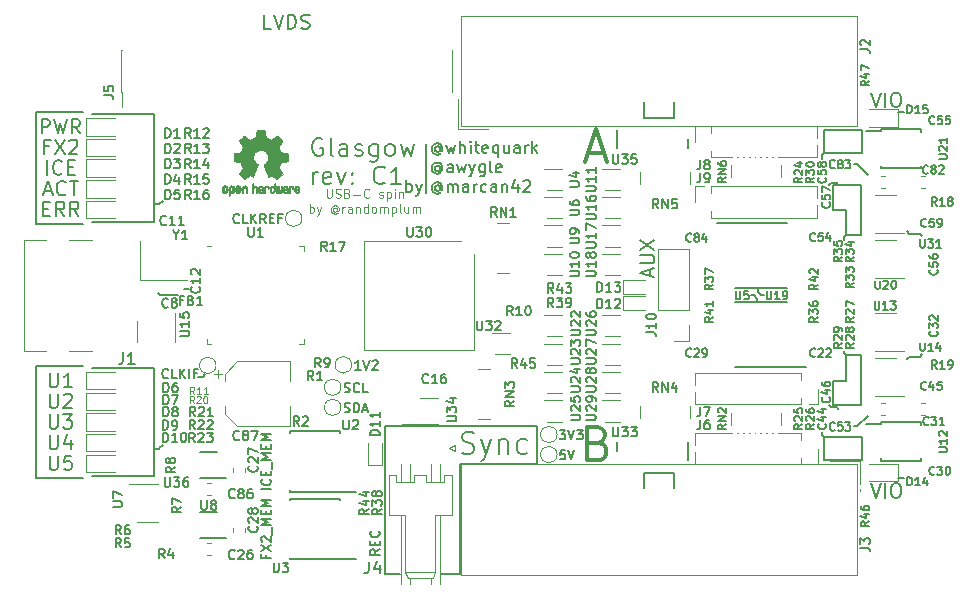
<source format=gto>
G04 #@! TF.GenerationSoftware,KiCad,Pcbnew,(5.1.2)-1*
G04 #@! TF.CreationDate,2019-08-15T23:29:17+02:00*
G04 #@! TF.ProjectId,glasgow,676c6173-676f-4772-9e6b-696361645f70,rev?*
G04 #@! TF.SameCoordinates,Original*
G04 #@! TF.FileFunction,Legend,Top*
G04 #@! TF.FilePolarity,Positive*
%FSLAX46Y46*%
G04 Gerber Fmt 4.6, Leading zero omitted, Abs format (unit mm)*
G04 Created by KiCad (PCBNEW (5.1.2)-1) date 2019-08-15 23:29:17*
%MOMM*%
%LPD*%
G04 APERTURE LIST*
%ADD10C,0.150000*%
%ADD11C,0.120000*%
%ADD12C,0.200000*%
%ADD13C,0.300000*%
%ADD14C,0.010000*%
%ADD15C,0.100000*%
%ADD16C,0.863600*%
%ADD17R,1.450000X0.600000*%
%ADD18R,1.450000X0.300000*%
%ADD19O,2.100000X1.000000*%
%ADD20C,0.650000*%
%ADD21O,1.600000X1.000000*%
%ADD22C,1.740000*%
%ADD23O,1.740000X2.200000*%
%ADD24R,3.000000X1.600000*%
%ADD25R,1.060000X0.650000*%
%ADD26R,0.650000X0.350000*%
%ADD27R,1.000000X1.600000*%
%ADD28C,0.950000*%
%ADD29R,1.400000X1.200000*%
%ADD30C,0.590000*%
%ADD31R,0.700000X0.350000*%
%ADD32R,0.700000X0.600000*%
%ADD33C,0.300000*%
%ADD34R,0.300000X0.500000*%
%ADD35R,0.450000X0.500000*%
%ADD36O,1.727200X1.727200*%
%ADD37R,1.727200X1.727200*%
%ADD38O,1.000000X1.000000*%
%ADD39R,1.000000X1.000000*%
%ADD40O,1.700000X1.700000*%
%ADD41R,1.700000X1.700000*%
%ADD42C,0.500000*%
%ADD43C,1.000000*%
%ADD44C,1.500000*%
%ADD45R,0.800000X0.300000*%
%ADD46C,0.250000*%
%ADD47C,1.300000*%
%ADD48R,1.500000X0.450000*%
%ADD49R,0.300000X0.800000*%
%ADD50R,1.450000X0.450000*%
%ADD51R,0.740000X2.400000*%
%ADD52O,0.280000X1.000000*%
%ADD53O,1.000000X0.280000*%
%ADD54R,0.650000X1.060000*%
%ADD55R,1.550000X0.600000*%
%ADD56R,0.600000X0.700000*%
%ADD57C,0.800000*%
%ADD58C,7.000000*%
G04 APERTURE END LIST*
D10*
X65410000Y-102390000D02*
X65610000Y-102140000D01*
X64960000Y-102390000D02*
X65410000Y-102390000D01*
D11*
X75887857Y-86516785D02*
X75887857Y-87123928D01*
X75923571Y-87195357D01*
X75959285Y-87231071D01*
X76030714Y-87266785D01*
X76173571Y-87266785D01*
X76245000Y-87231071D01*
X76280714Y-87195357D01*
X76316428Y-87123928D01*
X76316428Y-86516785D01*
X76637857Y-87231071D02*
X76745000Y-87266785D01*
X76923571Y-87266785D01*
X76995000Y-87231071D01*
X77030714Y-87195357D01*
X77066428Y-87123928D01*
X77066428Y-87052500D01*
X77030714Y-86981071D01*
X76995000Y-86945357D01*
X76923571Y-86909642D01*
X76780714Y-86873928D01*
X76709285Y-86838214D01*
X76673571Y-86802500D01*
X76637857Y-86731071D01*
X76637857Y-86659642D01*
X76673571Y-86588214D01*
X76709285Y-86552500D01*
X76780714Y-86516785D01*
X76959285Y-86516785D01*
X77066428Y-86552500D01*
X77637857Y-86873928D02*
X77745000Y-86909642D01*
X77780714Y-86945357D01*
X77816428Y-87016785D01*
X77816428Y-87123928D01*
X77780714Y-87195357D01*
X77745000Y-87231071D01*
X77673571Y-87266785D01*
X77387857Y-87266785D01*
X77387857Y-86516785D01*
X77637857Y-86516785D01*
X77709285Y-86552500D01*
X77745000Y-86588214D01*
X77780714Y-86659642D01*
X77780714Y-86731071D01*
X77745000Y-86802500D01*
X77709285Y-86838214D01*
X77637857Y-86873928D01*
X77387857Y-86873928D01*
X78137857Y-86981071D02*
X78709285Y-86981071D01*
X79495000Y-87195357D02*
X79459285Y-87231071D01*
X79352142Y-87266785D01*
X79280714Y-87266785D01*
X79173571Y-87231071D01*
X79102142Y-87159642D01*
X79066428Y-87088214D01*
X79030714Y-86945357D01*
X79030714Y-86838214D01*
X79066428Y-86695357D01*
X79102142Y-86623928D01*
X79173571Y-86552500D01*
X79280714Y-86516785D01*
X79352142Y-86516785D01*
X79459285Y-86552500D01*
X79495000Y-86588214D01*
X80352142Y-87231071D02*
X80423571Y-87266785D01*
X80566428Y-87266785D01*
X80637857Y-87231071D01*
X80673571Y-87159642D01*
X80673571Y-87123928D01*
X80637857Y-87052500D01*
X80566428Y-87016785D01*
X80459285Y-87016785D01*
X80387857Y-86981071D01*
X80352142Y-86909642D01*
X80352142Y-86873928D01*
X80387857Y-86802500D01*
X80459285Y-86766785D01*
X80566428Y-86766785D01*
X80637857Y-86802500D01*
X80995000Y-86766785D02*
X80995000Y-87516785D01*
X80995000Y-86802500D02*
X81066428Y-86766785D01*
X81209285Y-86766785D01*
X81280714Y-86802500D01*
X81316428Y-86838214D01*
X81352142Y-86909642D01*
X81352142Y-87123928D01*
X81316428Y-87195357D01*
X81280714Y-87231071D01*
X81209285Y-87266785D01*
X81066428Y-87266785D01*
X80995000Y-87231071D01*
X81673571Y-87266785D02*
X81673571Y-86766785D01*
X81673571Y-86516785D02*
X81637857Y-86552500D01*
X81673571Y-86588214D01*
X81709285Y-86552500D01*
X81673571Y-86516785D01*
X81673571Y-86588214D01*
X82030714Y-86766785D02*
X82030714Y-87266785D01*
X82030714Y-86838214D02*
X82066428Y-86802500D01*
X82137857Y-86766785D01*
X82245000Y-86766785D01*
X82316428Y-86802500D01*
X82352142Y-86873928D01*
X82352142Y-87266785D01*
X74441428Y-88511785D02*
X74441428Y-87761785D01*
X74441428Y-88047500D02*
X74512857Y-88011785D01*
X74655714Y-88011785D01*
X74727142Y-88047500D01*
X74762857Y-88083214D01*
X74798571Y-88154642D01*
X74798571Y-88368928D01*
X74762857Y-88440357D01*
X74727142Y-88476071D01*
X74655714Y-88511785D01*
X74512857Y-88511785D01*
X74441428Y-88476071D01*
X75048571Y-88011785D02*
X75227142Y-88511785D01*
X75405714Y-88011785D02*
X75227142Y-88511785D01*
X75155714Y-88690357D01*
X75119999Y-88726071D01*
X75048571Y-88761785D01*
X76727142Y-88154642D02*
X76691428Y-88118928D01*
X76619999Y-88083214D01*
X76548571Y-88083214D01*
X76477142Y-88118928D01*
X76441428Y-88154642D01*
X76405714Y-88226071D01*
X76405714Y-88297500D01*
X76441428Y-88368928D01*
X76477142Y-88404642D01*
X76548571Y-88440357D01*
X76619999Y-88440357D01*
X76691428Y-88404642D01*
X76727142Y-88368928D01*
X76727142Y-88083214D02*
X76727142Y-88368928D01*
X76762857Y-88404642D01*
X76798571Y-88404642D01*
X76869999Y-88368928D01*
X76905714Y-88297500D01*
X76905714Y-88118928D01*
X76834285Y-88011785D01*
X76727142Y-87940357D01*
X76584285Y-87904642D01*
X76441428Y-87940357D01*
X76334285Y-88011785D01*
X76262857Y-88118928D01*
X76227142Y-88261785D01*
X76262857Y-88404642D01*
X76334285Y-88511785D01*
X76441428Y-88583214D01*
X76584285Y-88618928D01*
X76727142Y-88583214D01*
X76834285Y-88511785D01*
X77227142Y-88511785D02*
X77227142Y-88011785D01*
X77227142Y-88154642D02*
X77262857Y-88083214D01*
X77298571Y-88047500D01*
X77369999Y-88011785D01*
X77441428Y-88011785D01*
X78012857Y-88511785D02*
X78012857Y-88118928D01*
X77977142Y-88047500D01*
X77905714Y-88011785D01*
X77762857Y-88011785D01*
X77691428Y-88047500D01*
X78012857Y-88476071D02*
X77941428Y-88511785D01*
X77762857Y-88511785D01*
X77691428Y-88476071D01*
X77655714Y-88404642D01*
X77655714Y-88333214D01*
X77691428Y-88261785D01*
X77762857Y-88226071D01*
X77941428Y-88226071D01*
X78012857Y-88190357D01*
X78369999Y-88011785D02*
X78369999Y-88511785D01*
X78369999Y-88083214D02*
X78405714Y-88047500D01*
X78477142Y-88011785D01*
X78584285Y-88011785D01*
X78655714Y-88047500D01*
X78691428Y-88118928D01*
X78691428Y-88511785D01*
X79369999Y-88511785D02*
X79369999Y-87761785D01*
X79369999Y-88476071D02*
X79298571Y-88511785D01*
X79155714Y-88511785D01*
X79084285Y-88476071D01*
X79048571Y-88440357D01*
X79012857Y-88368928D01*
X79012857Y-88154642D01*
X79048571Y-88083214D01*
X79084285Y-88047500D01*
X79155714Y-88011785D01*
X79298571Y-88011785D01*
X79369999Y-88047500D01*
X79834285Y-88511785D02*
X79762857Y-88476071D01*
X79727142Y-88440357D01*
X79691428Y-88368928D01*
X79691428Y-88154642D01*
X79727142Y-88083214D01*
X79762857Y-88047500D01*
X79834285Y-88011785D01*
X79941428Y-88011785D01*
X80012857Y-88047500D01*
X80048571Y-88083214D01*
X80084285Y-88154642D01*
X80084285Y-88368928D01*
X80048571Y-88440357D01*
X80012857Y-88476071D01*
X79941428Y-88511785D01*
X79834285Y-88511785D01*
X80405714Y-88511785D02*
X80405714Y-88011785D01*
X80405714Y-88083214D02*
X80441428Y-88047500D01*
X80512857Y-88011785D01*
X80619999Y-88011785D01*
X80691428Y-88047500D01*
X80727142Y-88118928D01*
X80727142Y-88511785D01*
X80727142Y-88118928D02*
X80762857Y-88047500D01*
X80834285Y-88011785D01*
X80941428Y-88011785D01*
X81012857Y-88047500D01*
X81048571Y-88118928D01*
X81048571Y-88511785D01*
X81405714Y-88011785D02*
X81405714Y-88761785D01*
X81405714Y-88047500D02*
X81477142Y-88011785D01*
X81619999Y-88011785D01*
X81691428Y-88047500D01*
X81727142Y-88083214D01*
X81762857Y-88154642D01*
X81762857Y-88368928D01*
X81727142Y-88440357D01*
X81691428Y-88476071D01*
X81619999Y-88511785D01*
X81477142Y-88511785D01*
X81405714Y-88476071D01*
X82191428Y-88511785D02*
X82119999Y-88476071D01*
X82084285Y-88404642D01*
X82084285Y-87761785D01*
X82798571Y-88011785D02*
X82798571Y-88511785D01*
X82477142Y-88011785D02*
X82477142Y-88404642D01*
X82512857Y-88476071D01*
X82584285Y-88511785D01*
X82691428Y-88511785D01*
X82762857Y-88476071D01*
X82798571Y-88440357D01*
X83155714Y-88511785D02*
X83155714Y-88011785D01*
X83155714Y-88083214D02*
X83191428Y-88047500D01*
X83262857Y-88011785D01*
X83369999Y-88011785D01*
X83441428Y-88047500D01*
X83477142Y-88118928D01*
X83477142Y-88511785D01*
X83477142Y-88118928D02*
X83512857Y-88047500D01*
X83584285Y-88011785D01*
X83691428Y-88011785D01*
X83762857Y-88047500D01*
X83798571Y-88118928D01*
X83798571Y-88511785D01*
D10*
X64220000Y-95000000D02*
X63830000Y-95000000D01*
X61790000Y-95480000D02*
X61630000Y-95330000D01*
X63330000Y-95480000D02*
X61790000Y-95480000D01*
D12*
X85550000Y-119150000D02*
X87175000Y-119150000D01*
D10*
X121985714Y-111442857D02*
X122385714Y-112642857D01*
X122785714Y-111442857D01*
X123185714Y-112642857D02*
X123185714Y-111442857D01*
X123985714Y-111442857D02*
X124214285Y-111442857D01*
X124328571Y-111500000D01*
X124442857Y-111614285D01*
X124500000Y-111842857D01*
X124500000Y-112242857D01*
X124442857Y-112471428D01*
X124328571Y-112585714D01*
X124214285Y-112642857D01*
X123985714Y-112642857D01*
X123871428Y-112585714D01*
X123757142Y-112471428D01*
X123700000Y-112242857D01*
X123700000Y-111842857D01*
X123757142Y-111614285D01*
X123871428Y-111500000D01*
X123985714Y-111442857D01*
X124300000Y-111000000D02*
X124800000Y-111000000D01*
X124300000Y-80000000D02*
X124800000Y-80000000D01*
X121985714Y-78342857D02*
X122385714Y-79542857D01*
X122785714Y-78342857D01*
X123185714Y-79542857D02*
X123185714Y-78342857D01*
X123985714Y-78342857D02*
X124214285Y-78342857D01*
X124328571Y-78400000D01*
X124442857Y-78514285D01*
X124500000Y-78742857D01*
X124500000Y-79142857D01*
X124442857Y-79371428D01*
X124328571Y-79485714D01*
X124214285Y-79542857D01*
X123985714Y-79542857D01*
X123871428Y-79485714D01*
X123757142Y-79371428D01*
X123700000Y-79142857D01*
X123700000Y-78742857D01*
X123757142Y-78514285D01*
X123871428Y-78400000D01*
X123985714Y-78342857D01*
X125000000Y-90100000D02*
X125200000Y-90300000D01*
X125200000Y-90300000D02*
X126100000Y-90300000D01*
X126100000Y-90300000D02*
X126300000Y-90500000D01*
X120500000Y-84400000D02*
X120800000Y-84400000D01*
X117850000Y-107350000D02*
X117850000Y-107050000D01*
X118000000Y-107500000D02*
X117850000Y-107350000D01*
X117850000Y-83650000D02*
X117850000Y-83950000D01*
X118000000Y-83500000D02*
X117850000Y-83650000D01*
X112050000Y-95500000D02*
X111850000Y-95500000D01*
X112350000Y-95800000D02*
X112050000Y-95500000D01*
X112350000Y-96050000D02*
X112350000Y-95800000D01*
X112700000Y-95500000D02*
X112900000Y-95500000D01*
X112400000Y-95200000D02*
X112700000Y-95500000D01*
X112400000Y-94950000D02*
X112400000Y-95200000D01*
X75500357Y-82280000D02*
X75357500Y-82208571D01*
X75143214Y-82208571D01*
X74928928Y-82280000D01*
X74786071Y-82422857D01*
X74714642Y-82565714D01*
X74643214Y-82851428D01*
X74643214Y-83065714D01*
X74714642Y-83351428D01*
X74786071Y-83494285D01*
X74928928Y-83637142D01*
X75143214Y-83708571D01*
X75286071Y-83708571D01*
X75500357Y-83637142D01*
X75571785Y-83565714D01*
X75571785Y-83065714D01*
X75286071Y-83065714D01*
X76428928Y-83708571D02*
X76286071Y-83637142D01*
X76214642Y-83494285D01*
X76214642Y-82208571D01*
X77643214Y-83708571D02*
X77643214Y-82922857D01*
X77571785Y-82780000D01*
X77428928Y-82708571D01*
X77143214Y-82708571D01*
X77000357Y-82780000D01*
X77643214Y-83637142D02*
X77500357Y-83708571D01*
X77143214Y-83708571D01*
X77000357Y-83637142D01*
X76928928Y-83494285D01*
X76928928Y-83351428D01*
X77000357Y-83208571D01*
X77143214Y-83137142D01*
X77500357Y-83137142D01*
X77643214Y-83065714D01*
X78286071Y-83637142D02*
X78428928Y-83708571D01*
X78714642Y-83708571D01*
X78857500Y-83637142D01*
X78928928Y-83494285D01*
X78928928Y-83422857D01*
X78857500Y-83280000D01*
X78714642Y-83208571D01*
X78500357Y-83208571D01*
X78357500Y-83137142D01*
X78286071Y-82994285D01*
X78286071Y-82922857D01*
X78357500Y-82780000D01*
X78500357Y-82708571D01*
X78714642Y-82708571D01*
X78857500Y-82780000D01*
X80214642Y-82708571D02*
X80214642Y-83922857D01*
X80143214Y-84065714D01*
X80071785Y-84137142D01*
X79928928Y-84208571D01*
X79714642Y-84208571D01*
X79571785Y-84137142D01*
X80214642Y-83637142D02*
X80071785Y-83708571D01*
X79786071Y-83708571D01*
X79643214Y-83637142D01*
X79571785Y-83565714D01*
X79500357Y-83422857D01*
X79500357Y-82994285D01*
X79571785Y-82851428D01*
X79643214Y-82780000D01*
X79786071Y-82708571D01*
X80071785Y-82708571D01*
X80214642Y-82780000D01*
X81143214Y-83708571D02*
X81000357Y-83637142D01*
X80928928Y-83565714D01*
X80857500Y-83422857D01*
X80857500Y-82994285D01*
X80928928Y-82851428D01*
X81000357Y-82780000D01*
X81143214Y-82708571D01*
X81357500Y-82708571D01*
X81500357Y-82780000D01*
X81571785Y-82851428D01*
X81643214Y-82994285D01*
X81643214Y-83422857D01*
X81571785Y-83565714D01*
X81500357Y-83637142D01*
X81357500Y-83708571D01*
X81143214Y-83708571D01*
X82143214Y-82708571D02*
X82428928Y-83708571D01*
X82714642Y-82994285D01*
X83000357Y-83708571D01*
X83286071Y-82708571D01*
X74714642Y-86108571D02*
X74714642Y-85108571D01*
X74714642Y-85394285D02*
X74786071Y-85251428D01*
X74857500Y-85180000D01*
X75000357Y-85108571D01*
X75143214Y-85108571D01*
X76214642Y-86037142D02*
X76071785Y-86108571D01*
X75786071Y-86108571D01*
X75643214Y-86037142D01*
X75571785Y-85894285D01*
X75571785Y-85322857D01*
X75643214Y-85180000D01*
X75786071Y-85108571D01*
X76071785Y-85108571D01*
X76214642Y-85180000D01*
X76286071Y-85322857D01*
X76286071Y-85465714D01*
X75571785Y-85608571D01*
X76786071Y-85108571D02*
X77143214Y-86108571D01*
X77500357Y-85108571D01*
X78071785Y-85965714D02*
X78143214Y-86037142D01*
X78071785Y-86108571D01*
X78000357Y-86037142D01*
X78071785Y-85965714D01*
X78071785Y-86108571D01*
X78071785Y-85180000D02*
X78143214Y-85251428D01*
X78071785Y-85322857D01*
X78000357Y-85251428D01*
X78071785Y-85180000D01*
X78071785Y-85322857D01*
X80786071Y-85965714D02*
X80714642Y-86037142D01*
X80500357Y-86108571D01*
X80357500Y-86108571D01*
X80143214Y-86037142D01*
X80000357Y-85894285D01*
X79928928Y-85751428D01*
X79857500Y-85465714D01*
X79857500Y-85251428D01*
X79928928Y-84965714D01*
X80000357Y-84822857D01*
X80143214Y-84680000D01*
X80357500Y-84608571D01*
X80500357Y-84608571D01*
X80714642Y-84680000D01*
X80786071Y-84751428D01*
X82214642Y-86108571D02*
X81357500Y-86108571D01*
X81786071Y-86108571D02*
X81786071Y-84608571D01*
X81643214Y-84822857D01*
X81500357Y-84965714D01*
X81357500Y-85037142D01*
X61700000Y-108490000D02*
X61300000Y-108490000D01*
X62010000Y-108180000D02*
X61710000Y-108480000D01*
X61700000Y-87800000D02*
X61300000Y-87800000D01*
X62000000Y-87500000D02*
X61700000Y-87800000D01*
X120800000Y-84400000D02*
X121700000Y-85300000D01*
X118600000Y-105000000D02*
X118400000Y-104800000D01*
X119100000Y-105000000D02*
X119200000Y-105100000D01*
X119100000Y-105000000D02*
X118600000Y-105000000D01*
X119100000Y-86000000D02*
X119200000Y-85900000D01*
X118600000Y-86000000D02*
X118400000Y-86200000D01*
X119100000Y-86000000D02*
X118600000Y-86000000D01*
X121200000Y-82700000D02*
X121200000Y-81500000D01*
X118000000Y-81500000D02*
X118000000Y-83500000D01*
X118000000Y-83500000D02*
X121200000Y-83500000D01*
X121200000Y-83500000D02*
X121200000Y-81500000D01*
X121200000Y-81500000D02*
X118000000Y-81500000D01*
X121200000Y-107500000D02*
X118000000Y-107500000D01*
X121200000Y-109500000D02*
X121200000Y-107500000D01*
X118000000Y-109500000D02*
X121200000Y-109500000D01*
X118000000Y-107500000D02*
X118000000Y-109500000D01*
X119700000Y-100400000D02*
X119700000Y-100200000D01*
X119900000Y-100600000D02*
X119700000Y-100400000D01*
X118800000Y-102800000D02*
X119900000Y-102800000D01*
X118800000Y-104800000D02*
X118800000Y-102800000D01*
X121100000Y-104800000D02*
X118800000Y-104800000D01*
X121100000Y-100600000D02*
X121100000Y-104800000D01*
X119900000Y-100600000D02*
X121100000Y-100600000D01*
X119900000Y-102800000D02*
X119900000Y-100600000D01*
D12*
X87175000Y-109775000D02*
X87175000Y-119150000D01*
X93700000Y-109775000D02*
X87175000Y-109775000D01*
D10*
X85454642Y-82976190D02*
X85407023Y-82928571D01*
X85311785Y-82880952D01*
X85216547Y-82880952D01*
X85121309Y-82928571D01*
X85073690Y-82976190D01*
X85026071Y-83071428D01*
X85026071Y-83166666D01*
X85073690Y-83261904D01*
X85121309Y-83309523D01*
X85216547Y-83357142D01*
X85311785Y-83357142D01*
X85407023Y-83309523D01*
X85454642Y-83261904D01*
X85454642Y-82880952D02*
X85454642Y-83261904D01*
X85502261Y-83309523D01*
X85549880Y-83309523D01*
X85645119Y-83261904D01*
X85692738Y-83166666D01*
X85692738Y-82928571D01*
X85597500Y-82785714D01*
X85454642Y-82690476D01*
X85264166Y-82642857D01*
X85073690Y-82690476D01*
X84930833Y-82785714D01*
X84835595Y-82928571D01*
X84787976Y-83119047D01*
X84835595Y-83309523D01*
X84930833Y-83452380D01*
X85073690Y-83547619D01*
X85264166Y-83595238D01*
X85454642Y-83547619D01*
X85597500Y-83452380D01*
X86026071Y-82785714D02*
X86216547Y-83452380D01*
X86407023Y-82976190D01*
X86597500Y-83452380D01*
X86787976Y-82785714D01*
X87168928Y-83452380D02*
X87168928Y-82452380D01*
X87597500Y-83452380D02*
X87597500Y-82928571D01*
X87549880Y-82833333D01*
X87454642Y-82785714D01*
X87311785Y-82785714D01*
X87216547Y-82833333D01*
X87168928Y-82880952D01*
X88073690Y-83452380D02*
X88073690Y-82785714D01*
X88073690Y-82452380D02*
X88026071Y-82500000D01*
X88073690Y-82547619D01*
X88121309Y-82500000D01*
X88073690Y-82452380D01*
X88073690Y-82547619D01*
X88407023Y-82785714D02*
X88787976Y-82785714D01*
X88549880Y-82452380D02*
X88549880Y-83309523D01*
X88597500Y-83404761D01*
X88692738Y-83452380D01*
X88787976Y-83452380D01*
X89502261Y-83404761D02*
X89407023Y-83452380D01*
X89216547Y-83452380D01*
X89121309Y-83404761D01*
X89073690Y-83309523D01*
X89073690Y-82928571D01*
X89121309Y-82833333D01*
X89216547Y-82785714D01*
X89407023Y-82785714D01*
X89502261Y-82833333D01*
X89549880Y-82928571D01*
X89549880Y-83023809D01*
X89073690Y-83119047D01*
X90407023Y-82785714D02*
X90407023Y-83785714D01*
X90407023Y-83404761D02*
X90311785Y-83452380D01*
X90121309Y-83452380D01*
X90026071Y-83404761D01*
X89978452Y-83357142D01*
X89930833Y-83261904D01*
X89930833Y-82976190D01*
X89978452Y-82880952D01*
X90026071Y-82833333D01*
X90121309Y-82785714D01*
X90311785Y-82785714D01*
X90407023Y-82833333D01*
X91311785Y-82785714D02*
X91311785Y-83452380D01*
X90883214Y-82785714D02*
X90883214Y-83309523D01*
X90930833Y-83404761D01*
X91026071Y-83452380D01*
X91168928Y-83452380D01*
X91264166Y-83404761D01*
X91311785Y-83357142D01*
X92216547Y-83452380D02*
X92216547Y-82928571D01*
X92168928Y-82833333D01*
X92073690Y-82785714D01*
X91883214Y-82785714D01*
X91787976Y-82833333D01*
X92216547Y-83404761D02*
X92121309Y-83452380D01*
X91883214Y-83452380D01*
X91787976Y-83404761D01*
X91740357Y-83309523D01*
X91740357Y-83214285D01*
X91787976Y-83119047D01*
X91883214Y-83071428D01*
X92121309Y-83071428D01*
X92216547Y-83023809D01*
X92692738Y-83452380D02*
X92692738Y-82785714D01*
X92692738Y-82976190D02*
X92740357Y-82880952D01*
X92787976Y-82833333D01*
X92883214Y-82785714D01*
X92978452Y-82785714D01*
X93311785Y-83452380D02*
X93311785Y-82452380D01*
X93407023Y-83071428D02*
X93692738Y-83452380D01*
X93692738Y-82785714D02*
X93311785Y-83166666D01*
X85454642Y-84626190D02*
X85407023Y-84578571D01*
X85311785Y-84530952D01*
X85216547Y-84530952D01*
X85121309Y-84578571D01*
X85073690Y-84626190D01*
X85026071Y-84721428D01*
X85026071Y-84816666D01*
X85073690Y-84911904D01*
X85121309Y-84959523D01*
X85216547Y-85007142D01*
X85311785Y-85007142D01*
X85407023Y-84959523D01*
X85454642Y-84911904D01*
X85454642Y-84530952D02*
X85454642Y-84911904D01*
X85502261Y-84959523D01*
X85549880Y-84959523D01*
X85645119Y-84911904D01*
X85692738Y-84816666D01*
X85692738Y-84578571D01*
X85597500Y-84435714D01*
X85454642Y-84340476D01*
X85264166Y-84292857D01*
X85073690Y-84340476D01*
X84930833Y-84435714D01*
X84835595Y-84578571D01*
X84787976Y-84769047D01*
X84835595Y-84959523D01*
X84930833Y-85102380D01*
X85073690Y-85197619D01*
X85264166Y-85245238D01*
X85454642Y-85197619D01*
X85597500Y-85102380D01*
X86549880Y-85102380D02*
X86549880Y-84578571D01*
X86502261Y-84483333D01*
X86407023Y-84435714D01*
X86216547Y-84435714D01*
X86121309Y-84483333D01*
X86549880Y-85054761D02*
X86454642Y-85102380D01*
X86216547Y-85102380D01*
X86121309Y-85054761D01*
X86073690Y-84959523D01*
X86073690Y-84864285D01*
X86121309Y-84769047D01*
X86216547Y-84721428D01*
X86454642Y-84721428D01*
X86549880Y-84673809D01*
X86930833Y-84435714D02*
X87121309Y-85102380D01*
X87311785Y-84626190D01*
X87502261Y-85102380D01*
X87692738Y-84435714D01*
X87978452Y-84435714D02*
X88216547Y-85102380D01*
X88454642Y-84435714D02*
X88216547Y-85102380D01*
X88121309Y-85340476D01*
X88073690Y-85388095D01*
X87978452Y-85435714D01*
X89264166Y-84435714D02*
X89264166Y-85245238D01*
X89216547Y-85340476D01*
X89168928Y-85388095D01*
X89073690Y-85435714D01*
X88930833Y-85435714D01*
X88835595Y-85388095D01*
X89264166Y-85054761D02*
X89168928Y-85102380D01*
X88978452Y-85102380D01*
X88883214Y-85054761D01*
X88835595Y-85007142D01*
X88787976Y-84911904D01*
X88787976Y-84626190D01*
X88835595Y-84530952D01*
X88883214Y-84483333D01*
X88978452Y-84435714D01*
X89168928Y-84435714D01*
X89264166Y-84483333D01*
X89883214Y-85102380D02*
X89787976Y-85054761D01*
X89740357Y-84959523D01*
X89740357Y-84102380D01*
X90645119Y-85054761D02*
X90549880Y-85102380D01*
X90359404Y-85102380D01*
X90264166Y-85054761D01*
X90216547Y-84959523D01*
X90216547Y-84578571D01*
X90264166Y-84483333D01*
X90359404Y-84435714D01*
X90549880Y-84435714D01*
X90645119Y-84483333D01*
X90692738Y-84578571D01*
X90692738Y-84673809D01*
X90216547Y-84769047D01*
X85454642Y-86276190D02*
X85407023Y-86228571D01*
X85311785Y-86180952D01*
X85216547Y-86180952D01*
X85121309Y-86228571D01*
X85073690Y-86276190D01*
X85026071Y-86371428D01*
X85026071Y-86466666D01*
X85073690Y-86561904D01*
X85121309Y-86609523D01*
X85216547Y-86657142D01*
X85311785Y-86657142D01*
X85407023Y-86609523D01*
X85454642Y-86561904D01*
X85454642Y-86180952D02*
X85454642Y-86561904D01*
X85502261Y-86609523D01*
X85549880Y-86609523D01*
X85645119Y-86561904D01*
X85692738Y-86466666D01*
X85692738Y-86228571D01*
X85597500Y-86085714D01*
X85454642Y-85990476D01*
X85264166Y-85942857D01*
X85073690Y-85990476D01*
X84930833Y-86085714D01*
X84835595Y-86228571D01*
X84787976Y-86419047D01*
X84835595Y-86609523D01*
X84930833Y-86752380D01*
X85073690Y-86847619D01*
X85264166Y-86895238D01*
X85454642Y-86847619D01*
X85597500Y-86752380D01*
X86121309Y-86752380D02*
X86121309Y-86085714D01*
X86121309Y-86180952D02*
X86168928Y-86133333D01*
X86264166Y-86085714D01*
X86407023Y-86085714D01*
X86502261Y-86133333D01*
X86549880Y-86228571D01*
X86549880Y-86752380D01*
X86549880Y-86228571D02*
X86597500Y-86133333D01*
X86692738Y-86085714D01*
X86835595Y-86085714D01*
X86930833Y-86133333D01*
X86978452Y-86228571D01*
X86978452Y-86752380D01*
X87883214Y-86752380D02*
X87883214Y-86228571D01*
X87835595Y-86133333D01*
X87740357Y-86085714D01*
X87549880Y-86085714D01*
X87454642Y-86133333D01*
X87883214Y-86704761D02*
X87787976Y-86752380D01*
X87549880Y-86752380D01*
X87454642Y-86704761D01*
X87407023Y-86609523D01*
X87407023Y-86514285D01*
X87454642Y-86419047D01*
X87549880Y-86371428D01*
X87787976Y-86371428D01*
X87883214Y-86323809D01*
X88359404Y-86752380D02*
X88359404Y-86085714D01*
X88359404Y-86276190D02*
X88407023Y-86180952D01*
X88454642Y-86133333D01*
X88549880Y-86085714D01*
X88645119Y-86085714D01*
X89407023Y-86704761D02*
X89311785Y-86752380D01*
X89121309Y-86752380D01*
X89026071Y-86704761D01*
X88978452Y-86657142D01*
X88930833Y-86561904D01*
X88930833Y-86276190D01*
X88978452Y-86180952D01*
X89026071Y-86133333D01*
X89121309Y-86085714D01*
X89311785Y-86085714D01*
X89407023Y-86133333D01*
X90264166Y-86752380D02*
X90264166Y-86228571D01*
X90216547Y-86133333D01*
X90121309Y-86085714D01*
X89930833Y-86085714D01*
X89835595Y-86133333D01*
X90264166Y-86704761D02*
X90168928Y-86752380D01*
X89930833Y-86752380D01*
X89835595Y-86704761D01*
X89787976Y-86609523D01*
X89787976Y-86514285D01*
X89835595Y-86419047D01*
X89930833Y-86371428D01*
X90168928Y-86371428D01*
X90264166Y-86323809D01*
X90740357Y-86085714D02*
X90740357Y-86752380D01*
X90740357Y-86180952D02*
X90787976Y-86133333D01*
X90883214Y-86085714D01*
X91026071Y-86085714D01*
X91121309Y-86133333D01*
X91168928Y-86228571D01*
X91168928Y-86752380D01*
X92073690Y-86085714D02*
X92073690Y-86752380D01*
X91835595Y-85704761D02*
X91597500Y-86419047D01*
X92216547Y-86419047D01*
X92549880Y-85847619D02*
X92597500Y-85800000D01*
X92692738Y-85752380D01*
X92930833Y-85752380D01*
X93026071Y-85800000D01*
X93073690Y-85847619D01*
X93121309Y-85942857D01*
X93121309Y-86038095D01*
X93073690Y-86180952D01*
X92502261Y-86752380D01*
X93121309Y-86752380D01*
X80361904Y-117014285D02*
X79980952Y-117280952D01*
X80361904Y-117471428D02*
X79561904Y-117471428D01*
X79561904Y-117166666D01*
X79600000Y-117090476D01*
X79638095Y-117052380D01*
X79714285Y-117014285D01*
X79828571Y-117014285D01*
X79904761Y-117052380D01*
X79942857Y-117090476D01*
X79980952Y-117166666D01*
X79980952Y-117471428D01*
X79942857Y-116671428D02*
X79942857Y-116404761D01*
X80361904Y-116290476D02*
X80361904Y-116671428D01*
X79561904Y-116671428D01*
X79561904Y-116290476D01*
X80285714Y-115490476D02*
X80323809Y-115528571D01*
X80361904Y-115642857D01*
X80361904Y-115719047D01*
X80323809Y-115833333D01*
X80247619Y-115909523D01*
X80171428Y-115947619D01*
X80019047Y-115985714D01*
X79904761Y-115985714D01*
X79752380Y-115947619D01*
X79676190Y-115909523D01*
X79600000Y-115833333D01*
X79561904Y-115719047D01*
X79561904Y-115642857D01*
X79600000Y-115528571D01*
X79638095Y-115490476D01*
X78757023Y-101811904D02*
X78299880Y-101811904D01*
X78528452Y-101811904D02*
X78528452Y-101011904D01*
X78452261Y-101126190D01*
X78376071Y-101202380D01*
X78299880Y-101240476D01*
X78985595Y-101011904D02*
X79252261Y-101811904D01*
X79518928Y-101011904D01*
X79747500Y-101088095D02*
X79785595Y-101050000D01*
X79861785Y-101011904D01*
X80052261Y-101011904D01*
X80128452Y-101050000D01*
X80166547Y-101088095D01*
X80204642Y-101164285D01*
X80204642Y-101240476D01*
X80166547Y-101354761D01*
X79709404Y-101811904D01*
X80204642Y-101811904D01*
X71185714Y-72942857D02*
X70614285Y-72942857D01*
X70614285Y-71742857D01*
X71414285Y-71742857D02*
X71814285Y-72942857D01*
X72214285Y-71742857D01*
X72614285Y-72942857D02*
X72614285Y-71742857D01*
X72900000Y-71742857D01*
X73071428Y-71800000D01*
X73185714Y-71914285D01*
X73242857Y-72028571D01*
X73300000Y-72257142D01*
X73300000Y-72428571D01*
X73242857Y-72657142D01*
X73185714Y-72771428D01*
X73071428Y-72885714D01*
X72900000Y-72942857D01*
X72614285Y-72942857D01*
X73757142Y-72885714D02*
X73928571Y-72942857D01*
X74214285Y-72942857D01*
X74328571Y-72885714D01*
X74385714Y-72828571D01*
X74442857Y-72714285D01*
X74442857Y-72600000D01*
X74385714Y-72485714D01*
X74328571Y-72428571D01*
X74214285Y-72371428D01*
X73985714Y-72314285D01*
X73871428Y-72257142D01*
X73814285Y-72200000D01*
X73757142Y-72085714D01*
X73757142Y-71971428D01*
X73814285Y-71857142D01*
X73871428Y-71800000D01*
X73985714Y-71742857D01*
X74271428Y-71742857D01*
X74442857Y-71800000D01*
X103300000Y-93885714D02*
X103300000Y-93314285D01*
X103642857Y-94000000D02*
X102442857Y-93600000D01*
X103642857Y-93200000D01*
X102442857Y-92800000D02*
X103414285Y-92800000D01*
X103528571Y-92742857D01*
X103585714Y-92685714D01*
X103642857Y-92571428D01*
X103642857Y-92342857D01*
X103585714Y-92228571D01*
X103528571Y-92171428D01*
X103414285Y-92114285D01*
X102442857Y-92114285D01*
X102442857Y-91657142D02*
X103642857Y-90857142D01*
X102442857Y-90857142D02*
X103642857Y-91657142D01*
X120800000Y-106600000D02*
X121700000Y-105700000D01*
X120500000Y-106600000D02*
X120800000Y-106600000D01*
X126100000Y-100700000D02*
X126300000Y-100500000D01*
X125200000Y-100700000D02*
X126100000Y-100700000D01*
X125000000Y-100900000D02*
X125200000Y-100700000D01*
X119700000Y-90600000D02*
X119700000Y-90800000D01*
X119900000Y-90400000D02*
X119700000Y-90600000D01*
X119900000Y-88300000D02*
X119900000Y-90400000D01*
X118800000Y-88300000D02*
X119900000Y-88300000D01*
X118800000Y-88300000D02*
X118800000Y-86200000D01*
X121100000Y-90400000D02*
X119900000Y-90400000D01*
X121100000Y-86200000D02*
X121100000Y-90400000D01*
X118800000Y-86200000D02*
X121100000Y-86200000D01*
X61300000Y-110800000D02*
X61300000Y-101700000D01*
X56000000Y-110800000D02*
X61300000Y-110800000D01*
X61300000Y-101700000D02*
X56000000Y-101700000D01*
D12*
X80800000Y-119150000D02*
X82125000Y-119150000D01*
X80800000Y-106600000D02*
X80800000Y-119150000D01*
X93700000Y-106600000D02*
X93700000Y-109775000D01*
X80800000Y-106600000D02*
X93700000Y-106600000D01*
D10*
X61300000Y-80200000D02*
X56000000Y-80200000D01*
X61300000Y-89300000D02*
X61300000Y-80200000D01*
X56000000Y-89300000D02*
X61300000Y-89300000D01*
D12*
X84300000Y-82700000D02*
X84300000Y-86850000D01*
D10*
X82635595Y-86752380D02*
X82635595Y-85752380D01*
X82635595Y-86133333D02*
X82730833Y-86085714D01*
X82921309Y-86085714D01*
X83016547Y-86133333D01*
X83064166Y-86180952D01*
X83111785Y-86276190D01*
X83111785Y-86561904D01*
X83064166Y-86657142D01*
X83016547Y-86704761D01*
X82921309Y-86752380D01*
X82730833Y-86752380D01*
X82635595Y-86704761D01*
X83445119Y-86085714D02*
X83683214Y-86752380D01*
X83921309Y-86085714D02*
X83683214Y-86752380D01*
X83587976Y-86990476D01*
X83540357Y-87038095D01*
X83445119Y-87085714D01*
D13*
X98900000Y-108000000D02*
X99300000Y-108133333D01*
X99433333Y-108266666D01*
X99566666Y-108533333D01*
X99566666Y-108933333D01*
X99433333Y-109200000D01*
X99300000Y-109333333D01*
X99033333Y-109466666D01*
X97966666Y-109466666D01*
X97966666Y-106666666D01*
X98900000Y-106666666D01*
X99166666Y-106800000D01*
X99300000Y-106933333D01*
X99433333Y-107200000D01*
X99433333Y-107466666D01*
X99300000Y-107733333D01*
X99166666Y-107866666D01*
X98900000Y-108000000D01*
X97966666Y-108000000D01*
D10*
X51750000Y-81792857D02*
X51750000Y-80592857D01*
X52207142Y-80592857D01*
X52321428Y-80650000D01*
X52378571Y-80707142D01*
X52435714Y-80821428D01*
X52435714Y-80992857D01*
X52378571Y-81107142D01*
X52321428Y-81164285D01*
X52207142Y-81221428D01*
X51750000Y-81221428D01*
X52835714Y-80592857D02*
X53121428Y-81792857D01*
X53350000Y-80935714D01*
X53578571Y-81792857D01*
X53864285Y-80592857D01*
X55007142Y-81792857D02*
X54607142Y-81221428D01*
X54321428Y-81792857D02*
X54321428Y-80592857D01*
X54778571Y-80592857D01*
X54892857Y-80650000D01*
X54950000Y-80707142D01*
X55007142Y-80821428D01*
X55007142Y-80992857D01*
X54950000Y-81107142D01*
X54892857Y-81164285D01*
X54778571Y-81221428D01*
X54321428Y-81221428D01*
X52378571Y-82914285D02*
X51978571Y-82914285D01*
X51978571Y-83542857D02*
X51978571Y-82342857D01*
X52550000Y-82342857D01*
X52892857Y-82342857D02*
X53692857Y-83542857D01*
X53692857Y-82342857D02*
X52892857Y-83542857D01*
X54092857Y-82457142D02*
X54150000Y-82400000D01*
X54264285Y-82342857D01*
X54550000Y-82342857D01*
X54664285Y-82400000D01*
X54721428Y-82457142D01*
X54778571Y-82571428D01*
X54778571Y-82685714D01*
X54721428Y-82857142D01*
X54035714Y-83542857D01*
X54778571Y-83542857D01*
X52207142Y-85292857D02*
X52207142Y-84092857D01*
X53464285Y-85178571D02*
X53407142Y-85235714D01*
X53235714Y-85292857D01*
X53121428Y-85292857D01*
X52950000Y-85235714D01*
X52835714Y-85121428D01*
X52778571Y-85007142D01*
X52721428Y-84778571D01*
X52721428Y-84607142D01*
X52778571Y-84378571D01*
X52835714Y-84264285D01*
X52950000Y-84150000D01*
X53121428Y-84092857D01*
X53235714Y-84092857D01*
X53407142Y-84150000D01*
X53464285Y-84207142D01*
X53978571Y-84664285D02*
X54378571Y-84664285D01*
X54550000Y-85292857D02*
X53978571Y-85292857D01*
X53978571Y-84092857D01*
X54550000Y-84092857D01*
X52007142Y-86700000D02*
X52578571Y-86700000D01*
X51892857Y-87042857D02*
X52292857Y-85842857D01*
X52692857Y-87042857D01*
X53778571Y-86928571D02*
X53721428Y-86985714D01*
X53550000Y-87042857D01*
X53435714Y-87042857D01*
X53264285Y-86985714D01*
X53150000Y-86871428D01*
X53092857Y-86757142D01*
X53035714Y-86528571D01*
X53035714Y-86357142D01*
X53092857Y-86128571D01*
X53150000Y-86014285D01*
X53264285Y-85900000D01*
X53435714Y-85842857D01*
X53550000Y-85842857D01*
X53721428Y-85900000D01*
X53778571Y-85957142D01*
X54121428Y-85842857D02*
X54807142Y-85842857D01*
X54464285Y-87042857D02*
X54464285Y-85842857D01*
X51892857Y-88164285D02*
X52292857Y-88164285D01*
X52464285Y-88792857D02*
X51892857Y-88792857D01*
X51892857Y-87592857D01*
X52464285Y-87592857D01*
X53664285Y-88792857D02*
X53264285Y-88221428D01*
X52978571Y-88792857D02*
X52978571Y-87592857D01*
X53435714Y-87592857D01*
X53550000Y-87650000D01*
X53607142Y-87707142D01*
X53664285Y-87821428D01*
X53664285Y-87992857D01*
X53607142Y-88107142D01*
X53550000Y-88164285D01*
X53435714Y-88221428D01*
X52978571Y-88221428D01*
X54864285Y-88792857D02*
X54464285Y-88221428D01*
X54178571Y-88792857D02*
X54178571Y-87592857D01*
X54635714Y-87592857D01*
X54750000Y-87650000D01*
X54807142Y-87707142D01*
X54864285Y-87821428D01*
X54864285Y-87992857D01*
X54807142Y-88107142D01*
X54750000Y-88164285D01*
X54635714Y-88221428D01*
X54178571Y-88221428D01*
D12*
X55250000Y-80000000D02*
X51250000Y-80000000D01*
X51250000Y-80000000D02*
X51250000Y-89500000D01*
X51250000Y-89500000D02*
X55250000Y-89500000D01*
D10*
X62460476Y-102475714D02*
X62422380Y-102513809D01*
X62308095Y-102551904D01*
X62231904Y-102551904D01*
X62117619Y-102513809D01*
X62041428Y-102437619D01*
X62003333Y-102361428D01*
X61965238Y-102209047D01*
X61965238Y-102094761D01*
X62003333Y-101942380D01*
X62041428Y-101866190D01*
X62117619Y-101790000D01*
X62231904Y-101751904D01*
X62308095Y-101751904D01*
X62422380Y-101790000D01*
X62460476Y-101828095D01*
X63184285Y-102551904D02*
X62803333Y-102551904D01*
X62803333Y-101751904D01*
X63450952Y-102551904D02*
X63450952Y-101751904D01*
X63908095Y-102551904D02*
X63565238Y-102094761D01*
X63908095Y-101751904D02*
X63450952Y-102209047D01*
X64250952Y-102551904D02*
X64250952Y-101751904D01*
X64898571Y-102132857D02*
X64631904Y-102132857D01*
X64631904Y-102551904D02*
X64631904Y-101751904D01*
X65012857Y-101751904D01*
D12*
X51250000Y-111000000D02*
X55250000Y-111000000D01*
X51250000Y-101500000D02*
X51250000Y-111000000D01*
X55250000Y-101500000D02*
X51250000Y-101500000D01*
D10*
X71161904Y-111942857D02*
X70361904Y-111942857D01*
X71085714Y-111104761D02*
X71123809Y-111142857D01*
X71161904Y-111257142D01*
X71161904Y-111333333D01*
X71123809Y-111447619D01*
X71047619Y-111523809D01*
X70971428Y-111561904D01*
X70819047Y-111600000D01*
X70704761Y-111600000D01*
X70552380Y-111561904D01*
X70476190Y-111523809D01*
X70400000Y-111447619D01*
X70361904Y-111333333D01*
X70361904Y-111257142D01*
X70400000Y-111142857D01*
X70438095Y-111104761D01*
X70742857Y-110761904D02*
X70742857Y-110495238D01*
X71161904Y-110380952D02*
X71161904Y-110761904D01*
X70361904Y-110761904D01*
X70361904Y-110380952D01*
X71238095Y-110228571D02*
X71238095Y-109619047D01*
X71161904Y-109428571D02*
X70361904Y-109428571D01*
X70933333Y-109161904D01*
X70361904Y-108895238D01*
X71161904Y-108895238D01*
X70742857Y-108514285D02*
X70742857Y-108247619D01*
X71161904Y-108133333D02*
X71161904Y-108514285D01*
X70361904Y-108514285D01*
X70361904Y-108133333D01*
X71161904Y-107790476D02*
X70361904Y-107790476D01*
X70933333Y-107523809D01*
X70361904Y-107257142D01*
X71161904Y-107257142D01*
X70742857Y-117528571D02*
X70742857Y-117795238D01*
X71161904Y-117795238D02*
X70361904Y-117795238D01*
X70361904Y-117414285D01*
X70361904Y-117185714D02*
X71161904Y-116652380D01*
X70361904Y-116652380D02*
X71161904Y-117185714D01*
X70438095Y-116385714D02*
X70400000Y-116347619D01*
X70361904Y-116271428D01*
X70361904Y-116080952D01*
X70400000Y-116004761D01*
X70438095Y-115966666D01*
X70514285Y-115928571D01*
X70590476Y-115928571D01*
X70704761Y-115966666D01*
X71161904Y-116423809D01*
X71161904Y-115928571D01*
X71238095Y-115776190D02*
X71238095Y-115166666D01*
X71161904Y-114976190D02*
X70361904Y-114976190D01*
X70933333Y-114709523D01*
X70361904Y-114442857D01*
X71161904Y-114442857D01*
X70742857Y-114061904D02*
X70742857Y-113795238D01*
X71161904Y-113680952D02*
X71161904Y-114061904D01*
X70361904Y-114061904D01*
X70361904Y-113680952D01*
X71161904Y-113338095D02*
X70361904Y-113338095D01*
X70933333Y-113071428D01*
X70361904Y-112804761D01*
X71161904Y-112804761D01*
X68492976Y-89335714D02*
X68454880Y-89373809D01*
X68340595Y-89411904D01*
X68264404Y-89411904D01*
X68150119Y-89373809D01*
X68073928Y-89297619D01*
X68035833Y-89221428D01*
X67997738Y-89069047D01*
X67997738Y-88954761D01*
X68035833Y-88802380D01*
X68073928Y-88726190D01*
X68150119Y-88650000D01*
X68264404Y-88611904D01*
X68340595Y-88611904D01*
X68454880Y-88650000D01*
X68492976Y-88688095D01*
X69216785Y-89411904D02*
X68835833Y-89411904D01*
X68835833Y-88611904D01*
X69483452Y-89411904D02*
X69483452Y-88611904D01*
X69940595Y-89411904D02*
X69597738Y-88954761D01*
X69940595Y-88611904D02*
X69483452Y-89069047D01*
X70740595Y-89411904D02*
X70473928Y-89030952D01*
X70283452Y-89411904D02*
X70283452Y-88611904D01*
X70588214Y-88611904D01*
X70664404Y-88650000D01*
X70702500Y-88688095D01*
X70740595Y-88764285D01*
X70740595Y-88878571D01*
X70702500Y-88954761D01*
X70664404Y-88992857D01*
X70588214Y-89030952D01*
X70283452Y-89030952D01*
X71083452Y-88992857D02*
X71350119Y-88992857D01*
X71464404Y-89411904D02*
X71083452Y-89411904D01*
X71083452Y-88611904D01*
X71464404Y-88611904D01*
X72073928Y-88992857D02*
X71807261Y-88992857D01*
X71807261Y-89411904D02*
X71807261Y-88611904D01*
X72188214Y-88611904D01*
X77399880Y-105373809D02*
X77514166Y-105411904D01*
X77704642Y-105411904D01*
X77780833Y-105373809D01*
X77818928Y-105335714D01*
X77857023Y-105259523D01*
X77857023Y-105183333D01*
X77818928Y-105107142D01*
X77780833Y-105069047D01*
X77704642Y-105030952D01*
X77552261Y-104992857D01*
X77476071Y-104954761D01*
X77437976Y-104916666D01*
X77399880Y-104840476D01*
X77399880Y-104764285D01*
X77437976Y-104688095D01*
X77476071Y-104650000D01*
X77552261Y-104611904D01*
X77742738Y-104611904D01*
X77857023Y-104650000D01*
X78199880Y-105411904D02*
X78199880Y-104611904D01*
X78390357Y-104611904D01*
X78504642Y-104650000D01*
X78580833Y-104726190D01*
X78618928Y-104802380D01*
X78657023Y-104954761D01*
X78657023Y-105069047D01*
X78618928Y-105221428D01*
X78580833Y-105297619D01*
X78504642Y-105373809D01*
X78390357Y-105411904D01*
X78199880Y-105411904D01*
X78961785Y-105183333D02*
X79342738Y-105183333D01*
X78885595Y-105411904D02*
X79152261Y-104611904D01*
X79418928Y-105411904D01*
X77399880Y-103673809D02*
X77514166Y-103711904D01*
X77704642Y-103711904D01*
X77780833Y-103673809D01*
X77818928Y-103635714D01*
X77857023Y-103559523D01*
X77857023Y-103483333D01*
X77818928Y-103407142D01*
X77780833Y-103369047D01*
X77704642Y-103330952D01*
X77552261Y-103292857D01*
X77476071Y-103254761D01*
X77437976Y-103216666D01*
X77399880Y-103140476D01*
X77399880Y-103064285D01*
X77437976Y-102988095D01*
X77476071Y-102950000D01*
X77552261Y-102911904D01*
X77742738Y-102911904D01*
X77857023Y-102950000D01*
X78657023Y-103635714D02*
X78618928Y-103673809D01*
X78504642Y-103711904D01*
X78428452Y-103711904D01*
X78314166Y-103673809D01*
X78237976Y-103597619D01*
X78199880Y-103521428D01*
X78161785Y-103369047D01*
X78161785Y-103254761D01*
X78199880Y-103102380D01*
X78237976Y-103026190D01*
X78314166Y-102950000D01*
X78428452Y-102911904D01*
X78504642Y-102911904D01*
X78618928Y-102950000D01*
X78657023Y-102988095D01*
X79380833Y-103711904D02*
X78999880Y-103711904D01*
X78999880Y-102911904D01*
X95611785Y-106911904D02*
X96107023Y-106911904D01*
X95840357Y-107216666D01*
X95954642Y-107216666D01*
X96030833Y-107254761D01*
X96068928Y-107292857D01*
X96107023Y-107369047D01*
X96107023Y-107559523D01*
X96068928Y-107635714D01*
X96030833Y-107673809D01*
X95954642Y-107711904D01*
X95726071Y-107711904D01*
X95649880Y-107673809D01*
X95611785Y-107635714D01*
X96335595Y-106911904D02*
X96602261Y-107711904D01*
X96868928Y-106911904D01*
X97059404Y-106911904D02*
X97554642Y-106911904D01*
X97287976Y-107216666D01*
X97402261Y-107216666D01*
X97478452Y-107254761D01*
X97516547Y-107292857D01*
X97554642Y-107369047D01*
X97554642Y-107559523D01*
X97516547Y-107635714D01*
X97478452Y-107673809D01*
X97402261Y-107711904D01*
X97173690Y-107711904D01*
X97097500Y-107673809D01*
X97059404Y-107635714D01*
X96068928Y-108611904D02*
X95687976Y-108611904D01*
X95649880Y-108992857D01*
X95687976Y-108954761D01*
X95764166Y-108916666D01*
X95954642Y-108916666D01*
X96030833Y-108954761D01*
X96068928Y-108992857D01*
X96107023Y-109069047D01*
X96107023Y-109259523D01*
X96068928Y-109335714D01*
X96030833Y-109373809D01*
X95954642Y-109411904D01*
X95764166Y-109411904D01*
X95687976Y-109373809D01*
X95649880Y-109335714D01*
X96335595Y-108611904D02*
X96602261Y-109411904D01*
X96868928Y-108611904D01*
X52435714Y-109092857D02*
X52435714Y-110064285D01*
X52492857Y-110178571D01*
X52550000Y-110235714D01*
X52664285Y-110292857D01*
X52892857Y-110292857D01*
X53007142Y-110235714D01*
X53064285Y-110178571D01*
X53121428Y-110064285D01*
X53121428Y-109092857D01*
X54264285Y-109092857D02*
X53692857Y-109092857D01*
X53635714Y-109664285D01*
X53692857Y-109607142D01*
X53807142Y-109550000D01*
X54092857Y-109550000D01*
X54207142Y-109607142D01*
X54264285Y-109664285D01*
X54321428Y-109778571D01*
X54321428Y-110064285D01*
X54264285Y-110178571D01*
X54207142Y-110235714D01*
X54092857Y-110292857D01*
X53807142Y-110292857D01*
X53692857Y-110235714D01*
X53635714Y-110178571D01*
X52435714Y-107342857D02*
X52435714Y-108314285D01*
X52492857Y-108428571D01*
X52550000Y-108485714D01*
X52664285Y-108542857D01*
X52892857Y-108542857D01*
X53007142Y-108485714D01*
X53064285Y-108428571D01*
X53121428Y-108314285D01*
X53121428Y-107342857D01*
X54207142Y-107742857D02*
X54207142Y-108542857D01*
X53921428Y-107285714D02*
X53635714Y-108142857D01*
X54378571Y-108142857D01*
X52435714Y-105592857D02*
X52435714Y-106564285D01*
X52492857Y-106678571D01*
X52550000Y-106735714D01*
X52664285Y-106792857D01*
X52892857Y-106792857D01*
X53007142Y-106735714D01*
X53064285Y-106678571D01*
X53121428Y-106564285D01*
X53121428Y-105592857D01*
X53578571Y-105592857D02*
X54321428Y-105592857D01*
X53921428Y-106050000D01*
X54092857Y-106050000D01*
X54207142Y-106107142D01*
X54264285Y-106164285D01*
X54321428Y-106278571D01*
X54321428Y-106564285D01*
X54264285Y-106678571D01*
X54207142Y-106735714D01*
X54092857Y-106792857D01*
X53750000Y-106792857D01*
X53635714Y-106735714D01*
X53578571Y-106678571D01*
X52435714Y-103842857D02*
X52435714Y-104814285D01*
X52492857Y-104928571D01*
X52550000Y-104985714D01*
X52664285Y-105042857D01*
X52892857Y-105042857D01*
X53007142Y-104985714D01*
X53064285Y-104928571D01*
X53121428Y-104814285D01*
X53121428Y-103842857D01*
X53635714Y-103957142D02*
X53692857Y-103900000D01*
X53807142Y-103842857D01*
X54092857Y-103842857D01*
X54207142Y-103900000D01*
X54264285Y-103957142D01*
X54321428Y-104071428D01*
X54321428Y-104185714D01*
X54264285Y-104357142D01*
X53578571Y-105042857D01*
X54321428Y-105042857D01*
X52435714Y-102092857D02*
X52435714Y-103064285D01*
X52492857Y-103178571D01*
X52550000Y-103235714D01*
X52664285Y-103292857D01*
X52892857Y-103292857D01*
X53007142Y-103235714D01*
X53064285Y-103178571D01*
X53121428Y-103064285D01*
X53121428Y-102092857D01*
X54321428Y-103292857D02*
X53635714Y-103292857D01*
X53978571Y-103292857D02*
X53978571Y-102092857D01*
X53864285Y-102264285D01*
X53750000Y-102378571D01*
X53635714Y-102435714D01*
D12*
X87314285Y-108828571D02*
X87571428Y-108914285D01*
X88000000Y-108914285D01*
X88171428Y-108828571D01*
X88257142Y-108742857D01*
X88342857Y-108571428D01*
X88342857Y-108400000D01*
X88257142Y-108228571D01*
X88171428Y-108142857D01*
X88000000Y-108057142D01*
X87657142Y-107971428D01*
X87485714Y-107885714D01*
X87400000Y-107800000D01*
X87314285Y-107628571D01*
X87314285Y-107457142D01*
X87400000Y-107285714D01*
X87485714Y-107200000D01*
X87657142Y-107114285D01*
X88085714Y-107114285D01*
X88342857Y-107200000D01*
X88942857Y-107714285D02*
X89371428Y-108914285D01*
X89800000Y-107714285D02*
X89371428Y-108914285D01*
X89200000Y-109342857D01*
X89114285Y-109428571D01*
X88942857Y-109514285D01*
X90485714Y-107714285D02*
X90485714Y-108914285D01*
X90485714Y-107885714D02*
X90571428Y-107800000D01*
X90742857Y-107714285D01*
X91000000Y-107714285D01*
X91171428Y-107800000D01*
X91257142Y-107971428D01*
X91257142Y-108914285D01*
X92885714Y-108828571D02*
X92714285Y-108914285D01*
X92371428Y-108914285D01*
X92200000Y-108828571D01*
X92114285Y-108742857D01*
X92028571Y-108571428D01*
X92028571Y-108057142D01*
X92114285Y-107885714D01*
X92200000Y-107800000D01*
X92371428Y-107714285D01*
X92714285Y-107714285D01*
X92885714Y-107800000D01*
X105270000Y-80524000D02*
X105270000Y-79178000D01*
X102730000Y-80524000D02*
X102730000Y-79178000D01*
X102730000Y-80524000D02*
X105270000Y-80524000D01*
X105270000Y-110523000D02*
X105270000Y-111793000D01*
X102730000Y-110523000D02*
X105270000Y-110523000D01*
X102730000Y-111793000D02*
X102730000Y-110523000D01*
D13*
X98033333Y-83466666D02*
X99366666Y-83466666D01*
X97766666Y-84266666D02*
X98700000Y-81466666D01*
X99633333Y-84266666D01*
D11*
X50260000Y-90840000D02*
X50260000Y-100240000D01*
X56060000Y-100240000D02*
X54060000Y-100240000D01*
X52160000Y-100240000D02*
X50260000Y-100240000D01*
X56060000Y-90840000D02*
X54060000Y-90840000D01*
X52160000Y-90840000D02*
X50260000Y-90840000D01*
X86243000Y-108400000D02*
X86751000Y-108146000D01*
X86751000Y-108146000D02*
X86751000Y-108654000D01*
X86751000Y-108654000D02*
X86243000Y-108400000D01*
X85100000Y-114115000D02*
X86497000Y-114115000D01*
X85100000Y-114115000D02*
X85100000Y-118941000D01*
X82560000Y-114115000D02*
X82560000Y-118941000D01*
X82941000Y-119449000D02*
X82941000Y-119957000D01*
X82179000Y-114115000D02*
X82179000Y-119957000D01*
X84719000Y-119449000D02*
X84719000Y-119957000D01*
X85481000Y-114115000D02*
X85481000Y-119957000D01*
X85481000Y-109797000D02*
X85481000Y-111321000D01*
X84719000Y-109797000D02*
X84719000Y-111321000D01*
X82941000Y-109797000D02*
X82941000Y-111321000D01*
X82179000Y-109797000D02*
X82179000Y-111321000D01*
X85862000Y-110686000D02*
X86497000Y-110686000D01*
X83322000Y-110686000D02*
X84338000Y-110686000D01*
X86497000Y-110686000D02*
X86497000Y-114115000D01*
X82560000Y-114115000D02*
X81163000Y-114115000D01*
X81163000Y-114115000D02*
X81163000Y-110686000D01*
X81163000Y-110686000D02*
X81798000Y-110686000D01*
X85100000Y-118941000D02*
X82560000Y-118941000D01*
X85100000Y-118941000D02*
X84850000Y-119449000D01*
X84850000Y-119449000D02*
X82814000Y-119449000D01*
X82814000Y-119449000D02*
X82560000Y-118941000D01*
X85862000Y-111321000D02*
X85862000Y-110686000D01*
X85862000Y-111321000D02*
X84338000Y-111321000D01*
X84338000Y-110686000D02*
X84338000Y-111321000D01*
X83322000Y-111321000D02*
X83322000Y-110686000D01*
X83322000Y-111321000D02*
X81798000Y-111321000D01*
X81798000Y-110686000D02*
X81798000Y-111321000D01*
X72760000Y-106610000D02*
X72760000Y-104910000D01*
X72760000Y-101090000D02*
X72760000Y-102790000D01*
X68304437Y-101090000D02*
X72760000Y-101090000D01*
X68304437Y-106610000D02*
X72760000Y-106610000D01*
X67240000Y-105545563D02*
X67240000Y-104910000D01*
X67240000Y-102154437D02*
X67240000Y-102790000D01*
X67240000Y-102154437D02*
X68304437Y-101090000D01*
X67240000Y-105545563D02*
X68304437Y-106610000D01*
X66375000Y-102165000D02*
X67000000Y-102165000D01*
X66687500Y-101852500D02*
X66687500Y-102477500D01*
X122300000Y-90210000D02*
X124750000Y-90210000D01*
X124100000Y-86990000D02*
X122300000Y-86990000D01*
D10*
X66625000Y-108800000D02*
X65175000Y-108800000D01*
X67350000Y-111000000D02*
X65175000Y-111000000D01*
X66625000Y-113900000D02*
X65175000Y-113900000D01*
X67350000Y-116100000D02*
X65175000Y-116100000D01*
D11*
X66071267Y-111390000D02*
X65728733Y-111390000D01*
X66071267Y-112410000D02*
X65728733Y-112410000D01*
X60060000Y-94200000D02*
X64060000Y-94200000D01*
X60060000Y-90900000D02*
X60060000Y-94200000D01*
X55490000Y-110485000D02*
X57950000Y-110485000D01*
X55490000Y-109015000D02*
X55490000Y-110485000D01*
X57950000Y-109015000D02*
X55490000Y-109015000D01*
X55490000Y-108735000D02*
X57950000Y-108735000D01*
X55490000Y-107265000D02*
X55490000Y-108735000D01*
X57950000Y-107265000D02*
X55490000Y-107265000D01*
X55490000Y-106985000D02*
X57950000Y-106985000D01*
X55490000Y-105515000D02*
X55490000Y-106985000D01*
X57950000Y-105515000D02*
X55490000Y-105515000D01*
X55490000Y-105235000D02*
X57950000Y-105235000D01*
X55490000Y-103765000D02*
X55490000Y-105235000D01*
X57950000Y-103765000D02*
X55490000Y-103765000D01*
X55490000Y-103485000D02*
X57950000Y-103485000D01*
X55490000Y-102015000D02*
X55490000Y-103485000D01*
X57950000Y-102015000D02*
X55490000Y-102015000D01*
X55490000Y-88985000D02*
X57950000Y-88985000D01*
X55490000Y-87515000D02*
X55490000Y-88985000D01*
X57950000Y-87515000D02*
X55490000Y-87515000D01*
X55490000Y-87235000D02*
X57950000Y-87235000D01*
X55490000Y-85765000D02*
X55490000Y-87235000D01*
X57950000Y-85765000D02*
X55490000Y-85765000D01*
X55490000Y-85485000D02*
X57950000Y-85485000D01*
X55490000Y-84015000D02*
X55490000Y-85485000D01*
X57950000Y-84015000D02*
X55490000Y-84015000D01*
X55490000Y-83735000D02*
X57950000Y-83735000D01*
X55490000Y-82265000D02*
X55490000Y-83735000D01*
X57950000Y-82265000D02*
X55490000Y-82265000D01*
X55490000Y-81985000D02*
X57950000Y-81985000D01*
X55490000Y-80515000D02*
X55490000Y-81985000D01*
X57950000Y-80515000D02*
X55490000Y-80515000D01*
X124260000Y-79765000D02*
X121800000Y-79765000D01*
X124260000Y-81235000D02*
X124260000Y-79765000D01*
X121800000Y-81235000D02*
X124260000Y-81235000D01*
X124260000Y-109765000D02*
X121800000Y-109765000D01*
X124260000Y-111235000D02*
X124260000Y-109765000D01*
X121800000Y-111235000D02*
X124260000Y-111235000D01*
X89850000Y-98700000D02*
X91400000Y-98700000D01*
X91400000Y-100500000D02*
X90100000Y-100500000D01*
X80600000Y-108000000D02*
X80600000Y-109850000D01*
X79400000Y-108000000D02*
X79400000Y-109850000D01*
X79400000Y-109850000D02*
X80600000Y-109850000D01*
D10*
X106500000Y-83050000D02*
X106500000Y-82300000D01*
X100500000Y-83050000D02*
X100500000Y-81550000D01*
X100500000Y-107950000D02*
X100500000Y-108700000D01*
X106500000Y-107950000D02*
X106500000Y-109450000D01*
D11*
X86970000Y-81425000D02*
X86970000Y-78885000D01*
X86970000Y-81425000D02*
X89510000Y-81425000D01*
X87220000Y-81175000D02*
X87220000Y-71825000D01*
X120780000Y-81175000D02*
X87220000Y-81175000D01*
X120780000Y-71825000D02*
X120780000Y-81175000D01*
X87220000Y-71825000D02*
X120780000Y-71825000D01*
X117460000Y-103420000D02*
X117460000Y-104750000D01*
X117460000Y-104750000D02*
X116700000Y-104750000D01*
X116065000Y-104750000D02*
X107115000Y-104750000D01*
X107115000Y-103727530D02*
X107115000Y-104750000D01*
X107115000Y-102090000D02*
X107115000Y-103112470D01*
X116065000Y-102090000D02*
X107115000Y-102090000D01*
X116065000Y-104180000D02*
X116065000Y-104750000D01*
X116065000Y-102090000D02*
X116065000Y-102660000D01*
X117460000Y-108500000D02*
X117460000Y-109830000D01*
X117460000Y-109830000D02*
X116700000Y-109830000D01*
X116065000Y-109830000D02*
X107115000Y-109830000D01*
X107115000Y-108807530D02*
X107115000Y-109830000D01*
X107115000Y-107170000D02*
X107115000Y-108192470D01*
X116065000Y-107170000D02*
X107115000Y-107170000D01*
X116065000Y-109260000D02*
X116065000Y-109830000D01*
X116065000Y-107170000D02*
X116065000Y-107740000D01*
X106600000Y-99370000D02*
X105270000Y-99370000D01*
X106600000Y-98040000D02*
X106600000Y-99370000D01*
X106600000Y-96770000D02*
X103940000Y-96770000D01*
X103940000Y-96770000D02*
X103940000Y-91630000D01*
X106600000Y-96770000D02*
X106600000Y-91630000D01*
X106600000Y-91630000D02*
X103940000Y-91630000D01*
X88325000Y-91975000D02*
X88325000Y-100125000D01*
X88325000Y-100125000D02*
X79075000Y-100125000D01*
X79075000Y-90875000D02*
X79075000Y-100125000D01*
X87225000Y-90875000D02*
X79075000Y-90875000D01*
X122300000Y-94010000D02*
X124750000Y-94010000D01*
X124100000Y-90790000D02*
X122300000Y-90790000D01*
X121030000Y-109575000D02*
X121030000Y-112115000D01*
X121030000Y-109575000D02*
X118490000Y-109575000D01*
X120780000Y-109825000D02*
X120780000Y-119175000D01*
X87220000Y-109825000D02*
X120780000Y-109825000D01*
X87220000Y-119175000D02*
X87220000Y-109825000D01*
X120780000Y-119175000D02*
X87220000Y-119175000D01*
X91350000Y-89380000D02*
X90350000Y-89380000D01*
X91350000Y-93620000D02*
X90350000Y-93620000D01*
X82300000Y-106410000D02*
X85300000Y-106410000D01*
X83800000Y-104190000D02*
X85300000Y-104190000D01*
D10*
X108925000Y-89400000D02*
X114900000Y-89400000D01*
X110500000Y-94925000D02*
X114900000Y-94925000D01*
D11*
X107040000Y-87600000D02*
X107040000Y-86270000D01*
X107040000Y-86270000D02*
X107800000Y-86270000D01*
X108435000Y-86270000D02*
X117385000Y-86270000D01*
X117385000Y-87292470D02*
X117385000Y-86270000D01*
X117385000Y-88930000D02*
X117385000Y-87907530D01*
X108435000Y-88930000D02*
X117385000Y-88930000D01*
X108435000Y-86840000D02*
X108435000Y-86270000D01*
X108435000Y-88930000D02*
X108435000Y-88360000D01*
D10*
X116475000Y-101600000D02*
X110500000Y-101600000D01*
X114900000Y-96075000D02*
X110500000Y-96075000D01*
D11*
X107040000Y-82500000D02*
X107040000Y-81170000D01*
X107040000Y-81170000D02*
X107800000Y-81170000D01*
X108435000Y-81170000D02*
X117385000Y-81170000D01*
X117385000Y-82192470D02*
X117385000Y-81170000D01*
X117385000Y-83830000D02*
X117385000Y-82807530D01*
X108435000Y-83830000D02*
X117385000Y-83830000D01*
X108435000Y-81740000D02*
X108435000Y-81170000D01*
X108435000Y-83830000D02*
X108435000Y-83260000D01*
X99200000Y-87200000D02*
X100750000Y-87200000D01*
X100750000Y-89000000D02*
X99450000Y-89000000D01*
X94300000Y-84800000D02*
X95850000Y-84800000D01*
X95850000Y-86600000D02*
X94550000Y-86600000D01*
X94300000Y-87200000D02*
X95850000Y-87200000D01*
X95850000Y-89000000D02*
X94550000Y-89000000D01*
X94300000Y-89600000D02*
X95850000Y-89600000D01*
X95850000Y-91400000D02*
X94550000Y-91400000D01*
X94300000Y-92000000D02*
X95850000Y-92000000D01*
X95850000Y-93800000D02*
X94550000Y-93800000D01*
X99200000Y-84800000D02*
X100750000Y-84800000D01*
X100750000Y-86600000D02*
X99450000Y-86600000D01*
X99200000Y-89600000D02*
X100750000Y-89600000D01*
X100750000Y-91400000D02*
X99450000Y-91400000D01*
X126571267Y-85390000D02*
X126228733Y-85390000D01*
X126571267Y-86410000D02*
X126228733Y-86410000D01*
X122828733Y-86410000D02*
X123171267Y-86410000D01*
X122828733Y-85390000D02*
X123171267Y-85390000D01*
X110080000Y-105500000D02*
X110080000Y-106500000D01*
X114320000Y-105500000D02*
X114320000Y-106500000D01*
X122828733Y-105610000D02*
X123171267Y-105610000D01*
X122828733Y-104590000D02*
X123171267Y-104590000D01*
D10*
X122825000Y-81600000D02*
X121575000Y-81600000D01*
X122825000Y-84775000D02*
X126175000Y-84775000D01*
X122825000Y-81425000D02*
X126175000Y-81425000D01*
X122825000Y-84775000D02*
X122825000Y-84525000D01*
X126175000Y-84775000D02*
X126175000Y-84525000D01*
X126175000Y-81425000D02*
X126175000Y-81675000D01*
X122825000Y-81425000D02*
X122825000Y-81600000D01*
D11*
X114320000Y-85500000D02*
X114320000Y-84500000D01*
X110080000Y-85500000D02*
X110080000Y-84500000D01*
X102380000Y-85100000D02*
X102380000Y-86100000D01*
X106620000Y-85100000D02*
X106620000Y-86100000D01*
X86465000Y-74735000D02*
X86530000Y-74735000D01*
X86465000Y-78265000D02*
X86530000Y-78265000D01*
X58470000Y-74735000D02*
X58535000Y-74735000D01*
X58470000Y-78265000D02*
X58535000Y-78265000D01*
X58535000Y-79590000D02*
X58535000Y-78265000D01*
X86530000Y-78265000D02*
X86530000Y-74735000D01*
X58470000Y-78265000D02*
X58470000Y-74735000D01*
X99200000Y-102000000D02*
X100750000Y-102000000D01*
X100750000Y-103800000D02*
X99450000Y-103800000D01*
X99200000Y-104400000D02*
X100750000Y-104400000D01*
X100750000Y-106200000D02*
X99450000Y-106200000D01*
X99200000Y-99600000D02*
X100750000Y-99600000D01*
X100750000Y-101400000D02*
X99450000Y-101400000D01*
X99200000Y-97200000D02*
X100750000Y-97200000D01*
X100750000Y-99000000D02*
X99450000Y-99000000D01*
X94300000Y-104400000D02*
X95850000Y-104400000D01*
X95850000Y-106200000D02*
X94550000Y-106200000D01*
X94300000Y-102000000D02*
X95850000Y-102000000D01*
X95850000Y-103800000D02*
X94550000Y-103800000D01*
X94300000Y-99600000D02*
X95850000Y-99600000D01*
X95850000Y-101400000D02*
X94550000Y-101400000D01*
X99200000Y-92000000D02*
X100750000Y-92000000D01*
X100750000Y-93800000D02*
X99450000Y-93800000D01*
X94300000Y-97200000D02*
X95850000Y-97200000D01*
X95850000Y-99000000D02*
X94550000Y-99000000D01*
X78000000Y-101400000D02*
G75*
G03X78000000Y-101400000I-700000J0D01*
G01*
X66520000Y-101450000D02*
G75*
G03X66520000Y-101450000I-700000J0D01*
G01*
X66130000Y-91380000D02*
X65730000Y-91380000D01*
X73970000Y-99620000D02*
X73570000Y-99620000D01*
X73970000Y-99220000D02*
X73970000Y-99620000D01*
X65730000Y-99620000D02*
X66130000Y-99620000D01*
X65730000Y-99620000D02*
X65730000Y-99220000D01*
X73970000Y-91380000D02*
X73970000Y-91780000D01*
X73570000Y-91380000D02*
X73970000Y-91380000D01*
X66071267Y-116490000D02*
X65728733Y-116490000D01*
X66071267Y-117510000D02*
X65728733Y-117510000D01*
X69010000Y-110471267D02*
X69010000Y-110128733D01*
X67990000Y-110471267D02*
X67990000Y-110128733D01*
X126571267Y-104590000D02*
X126228733Y-104590000D01*
X126571267Y-105610000D02*
X126228733Y-105610000D01*
X69010000Y-115571267D02*
X69010000Y-115228733D01*
X67990000Y-115571267D02*
X67990000Y-115228733D01*
X89700000Y-101730000D02*
X88700000Y-101730000D01*
X89700000Y-105970000D02*
X88700000Y-105970000D01*
X106620000Y-105900000D02*
X106620000Y-104900000D01*
X102380000Y-105900000D02*
X102380000Y-104900000D01*
X63060000Y-99460000D02*
X63060000Y-97010000D01*
X59840000Y-97660000D02*
X59840000Y-99460000D01*
X73800000Y-89000000D02*
G75*
G03X73800000Y-89000000I-700000J0D01*
G01*
X77100000Y-103300000D02*
G75*
G03X77100000Y-103300000I-700000J0D01*
G01*
X77100000Y-105000000D02*
G75*
G03X77100000Y-105000000I-700000J0D01*
G01*
D10*
X122825000Y-106400000D02*
X121575000Y-106400000D01*
X122825000Y-109575000D02*
X126175000Y-109575000D01*
X122825000Y-106225000D02*
X126175000Y-106225000D01*
X122825000Y-109575000D02*
X122825000Y-109325000D01*
X126175000Y-109575000D02*
X126175000Y-109325000D01*
X126175000Y-106225000D02*
X126175000Y-106475000D01*
X122825000Y-106225000D02*
X122825000Y-106400000D01*
D11*
X122300000Y-104010000D02*
X124750000Y-104010000D01*
X124100000Y-100790000D02*
X122300000Y-100790000D01*
X122300000Y-100210000D02*
X124750000Y-100210000D01*
X124100000Y-96990000D02*
X122300000Y-96990000D01*
X95400000Y-107300000D02*
G75*
G03X95400000Y-107300000I-700000J0D01*
G01*
X95400000Y-109000000D02*
G75*
G03X95400000Y-109000000I-700000J0D01*
G01*
X61600000Y-111490000D02*
X59150000Y-111490000D01*
X59800000Y-114710000D02*
X61600000Y-114710000D01*
D10*
X76975000Y-117825000D02*
X78375000Y-117825000D01*
X76975000Y-112725000D02*
X72825000Y-112725000D01*
X76975000Y-117875000D02*
X72825000Y-117875000D01*
X76975000Y-112725000D02*
X76975000Y-112870000D01*
X72825000Y-112725000D02*
X72825000Y-112870000D01*
X72825000Y-117875000D02*
X72825000Y-117730000D01*
X76975000Y-117875000D02*
X76975000Y-117825000D01*
X76975000Y-112125000D02*
X78375000Y-112125000D01*
X76975000Y-107025000D02*
X72825000Y-107025000D01*
X76975000Y-112175000D02*
X72825000Y-112175000D01*
X76975000Y-107025000D02*
X76975000Y-107170000D01*
X72825000Y-107025000D02*
X72825000Y-107170000D01*
X72825000Y-112175000D02*
X72825000Y-112030000D01*
X76975000Y-112175000D02*
X76975000Y-112125000D01*
D14*
G36*
X70403910Y-81542348D02*
G01*
X70482454Y-81542778D01*
X70539298Y-81543942D01*
X70578105Y-81546207D01*
X70602538Y-81549940D01*
X70616262Y-81555506D01*
X70622940Y-81563273D01*
X70626236Y-81573605D01*
X70626556Y-81574943D01*
X70631562Y-81599079D01*
X70640829Y-81646701D01*
X70653392Y-81712741D01*
X70668287Y-81792128D01*
X70684551Y-81879796D01*
X70685119Y-81882875D01*
X70701410Y-81968789D01*
X70716652Y-82044696D01*
X70729861Y-82106045D01*
X70740054Y-82148282D01*
X70746248Y-82166855D01*
X70746543Y-82167184D01*
X70764788Y-82176253D01*
X70802405Y-82191367D01*
X70851271Y-82209262D01*
X70851543Y-82209358D01*
X70913093Y-82232493D01*
X70985657Y-82261965D01*
X71054057Y-82291597D01*
X71057294Y-82293062D01*
X71168702Y-82343626D01*
X71415399Y-82175160D01*
X71491077Y-82123803D01*
X71559631Y-82077889D01*
X71617088Y-82040030D01*
X71659476Y-82012837D01*
X71682825Y-81998921D01*
X71685042Y-81997889D01*
X71702010Y-82002484D01*
X71733701Y-82024655D01*
X71781352Y-82065447D01*
X71846198Y-82125905D01*
X71912397Y-82190227D01*
X71976214Y-82253612D01*
X72033329Y-82311451D01*
X72080305Y-82360175D01*
X72113703Y-82396210D01*
X72130085Y-82415984D01*
X72130694Y-82417002D01*
X72132505Y-82430572D01*
X72125683Y-82452733D01*
X72108540Y-82486478D01*
X72079393Y-82534800D01*
X72036555Y-82600692D01*
X71979448Y-82685517D01*
X71928766Y-82760177D01*
X71883461Y-82827140D01*
X71846150Y-82882516D01*
X71819452Y-82922420D01*
X71805985Y-82942962D01*
X71805137Y-82944356D01*
X71806781Y-82964038D01*
X71819245Y-83002293D01*
X71840048Y-83051889D01*
X71847462Y-83067728D01*
X71879814Y-83138290D01*
X71914328Y-83218353D01*
X71942365Y-83287629D01*
X71962568Y-83339045D01*
X71978615Y-83378119D01*
X71987888Y-83398541D01*
X71989041Y-83400114D01*
X72006096Y-83402721D01*
X72046298Y-83409863D01*
X72104302Y-83420523D01*
X72174763Y-83433685D01*
X72252335Y-83448333D01*
X72331672Y-83463449D01*
X72407431Y-83478018D01*
X72474264Y-83491022D01*
X72526828Y-83501445D01*
X72559776Y-83508270D01*
X72567857Y-83510199D01*
X72576205Y-83514962D01*
X72582506Y-83525718D01*
X72587045Y-83546098D01*
X72590104Y-83579734D01*
X72591967Y-83630255D01*
X72592918Y-83701292D01*
X72593240Y-83796476D01*
X72593257Y-83835492D01*
X72593257Y-84152799D01*
X72517057Y-84167839D01*
X72474663Y-84175995D01*
X72411400Y-84187899D01*
X72334962Y-84202116D01*
X72253043Y-84217210D01*
X72230400Y-84221355D01*
X72154806Y-84236053D01*
X72088953Y-84250505D01*
X72038366Y-84263375D01*
X72008574Y-84273322D01*
X72003612Y-84276287D01*
X71991426Y-84297283D01*
X71973953Y-84337967D01*
X71954577Y-84390322D01*
X71950734Y-84401600D01*
X71925339Y-84471523D01*
X71893817Y-84550418D01*
X71862969Y-84621266D01*
X71862817Y-84621595D01*
X71811447Y-84732733D01*
X71980399Y-84981253D01*
X72149352Y-85229772D01*
X71932429Y-85447058D01*
X71866819Y-85511726D01*
X71806979Y-85568733D01*
X71756267Y-85615033D01*
X71718046Y-85647584D01*
X71695675Y-85663343D01*
X71692466Y-85664343D01*
X71673626Y-85656469D01*
X71635180Y-85634578D01*
X71581330Y-85601267D01*
X71516276Y-85559131D01*
X71445940Y-85511943D01*
X71374555Y-85463810D01*
X71310908Y-85421928D01*
X71259041Y-85388871D01*
X71222995Y-85367218D01*
X71206867Y-85359543D01*
X71187189Y-85366037D01*
X71149875Y-85383150D01*
X71102621Y-85407326D01*
X71097612Y-85410013D01*
X71033977Y-85441927D01*
X70990341Y-85457579D01*
X70963202Y-85457745D01*
X70949057Y-85443204D01*
X70948975Y-85443000D01*
X70941905Y-85425779D01*
X70925042Y-85384899D01*
X70899695Y-85323525D01*
X70867171Y-85244819D01*
X70828778Y-85151947D01*
X70785822Y-85048072D01*
X70744222Y-84947502D01*
X70698504Y-84836516D01*
X70656526Y-84733703D01*
X70619548Y-84642215D01*
X70588827Y-84565201D01*
X70565622Y-84505815D01*
X70551190Y-84467209D01*
X70546743Y-84452800D01*
X70557896Y-84436272D01*
X70587069Y-84409930D01*
X70625971Y-84380887D01*
X70736757Y-84289039D01*
X70823351Y-84183759D01*
X70884716Y-84067266D01*
X70919815Y-83941776D01*
X70927608Y-83809507D01*
X70921943Y-83748457D01*
X70891078Y-83621795D01*
X70837920Y-83509941D01*
X70765767Y-83414001D01*
X70677917Y-83335076D01*
X70577665Y-83274270D01*
X70468310Y-83232687D01*
X70353147Y-83211428D01*
X70235475Y-83211599D01*
X70118590Y-83234301D01*
X70005789Y-83280638D01*
X69900369Y-83351713D01*
X69856368Y-83391911D01*
X69771979Y-83495129D01*
X69713222Y-83607925D01*
X69679704Y-83727010D01*
X69671035Y-83849095D01*
X69686823Y-83970893D01*
X69726678Y-84089116D01*
X69790207Y-84200475D01*
X69877021Y-84301684D01*
X69974029Y-84380887D01*
X70014437Y-84411162D01*
X70042982Y-84437219D01*
X70053257Y-84452825D01*
X70047877Y-84469843D01*
X70032575Y-84510500D01*
X70008612Y-84571642D01*
X69977244Y-84650119D01*
X69939732Y-84742780D01*
X69897333Y-84846472D01*
X69855663Y-84947526D01*
X69809690Y-85058607D01*
X69767107Y-85161541D01*
X69729221Y-85253165D01*
X69697340Y-85330316D01*
X69672771Y-85389831D01*
X69656820Y-85428544D01*
X69650910Y-85443000D01*
X69636948Y-85457685D01*
X69609940Y-85457642D01*
X69566413Y-85442099D01*
X69502890Y-85410284D01*
X69502388Y-85410013D01*
X69454560Y-85385323D01*
X69415897Y-85367338D01*
X69394095Y-85359614D01*
X69393133Y-85359543D01*
X69376721Y-85367378D01*
X69340487Y-85389165D01*
X69288474Y-85422328D01*
X69224725Y-85464291D01*
X69154060Y-85511943D01*
X69082116Y-85560191D01*
X69017274Y-85602151D01*
X68963735Y-85635227D01*
X68925697Y-85656821D01*
X68907533Y-85664343D01*
X68890808Y-85654457D01*
X68857180Y-85626826D01*
X68810010Y-85584495D01*
X68752658Y-85530505D01*
X68688484Y-85467899D01*
X68667497Y-85446983D01*
X68450499Y-85229623D01*
X68615668Y-84987220D01*
X68665864Y-84912781D01*
X68709919Y-84845972D01*
X68745362Y-84790665D01*
X68769719Y-84750729D01*
X68780522Y-84730036D01*
X68780838Y-84728563D01*
X68775143Y-84709058D01*
X68759826Y-84669822D01*
X68737537Y-84617430D01*
X68721893Y-84582355D01*
X68692641Y-84515201D01*
X68665094Y-84447358D01*
X68643737Y-84390034D01*
X68637935Y-84372572D01*
X68621452Y-84325938D01*
X68605340Y-84289905D01*
X68596490Y-84276287D01*
X68576960Y-84267952D01*
X68534334Y-84256137D01*
X68474145Y-84242181D01*
X68401922Y-84227422D01*
X68369600Y-84221355D01*
X68287522Y-84206273D01*
X68208795Y-84191669D01*
X68141109Y-84178980D01*
X68092160Y-84169642D01*
X68082943Y-84167839D01*
X68006743Y-84152799D01*
X68006743Y-83835492D01*
X68006914Y-83731154D01*
X68007616Y-83652213D01*
X68009134Y-83595038D01*
X68011749Y-83555999D01*
X68015746Y-83531465D01*
X68021409Y-83517805D01*
X68029020Y-83511389D01*
X68032143Y-83510199D01*
X68050978Y-83505980D01*
X68092588Y-83497562D01*
X68151630Y-83485961D01*
X68222757Y-83472195D01*
X68300625Y-83457280D01*
X68379887Y-83442232D01*
X68455198Y-83428069D01*
X68521213Y-83415806D01*
X68572587Y-83406461D01*
X68603975Y-83401050D01*
X68610959Y-83400114D01*
X68617285Y-83387596D01*
X68631290Y-83354246D01*
X68650355Y-83306377D01*
X68657634Y-83287629D01*
X68686996Y-83215195D01*
X68721571Y-83135170D01*
X68752537Y-83067728D01*
X68775323Y-83016159D01*
X68790482Y-82973785D01*
X68795542Y-82947834D01*
X68794736Y-82944356D01*
X68784041Y-82927936D01*
X68759620Y-82891417D01*
X68724095Y-82838687D01*
X68680087Y-82773635D01*
X68630217Y-82700151D01*
X68620356Y-82685645D01*
X68562492Y-82599704D01*
X68519956Y-82534261D01*
X68491054Y-82486304D01*
X68474090Y-82452820D01*
X68467367Y-82430795D01*
X68469190Y-82417217D01*
X68469236Y-82417131D01*
X68483586Y-82399297D01*
X68515323Y-82364817D01*
X68561010Y-82317268D01*
X68617204Y-82260222D01*
X68680468Y-82197255D01*
X68687602Y-82190227D01*
X68767330Y-82113020D01*
X68828857Y-82056330D01*
X68873421Y-82019110D01*
X68902257Y-82000315D01*
X68914958Y-81997889D01*
X68933494Y-82008471D01*
X68971961Y-82032916D01*
X69026386Y-82068612D01*
X69092798Y-82112947D01*
X69167225Y-82163311D01*
X69184601Y-82175160D01*
X69431297Y-82343626D01*
X69542706Y-82293062D01*
X69610457Y-82263595D01*
X69683183Y-82233959D01*
X69745703Y-82210330D01*
X69748457Y-82209358D01*
X69797360Y-82191457D01*
X69835057Y-82176320D01*
X69853425Y-82167210D01*
X69853456Y-82167184D01*
X69859285Y-82150717D01*
X69869192Y-82110219D01*
X69882195Y-82050242D01*
X69897309Y-81975340D01*
X69913552Y-81890064D01*
X69914881Y-81882875D01*
X69931175Y-81795014D01*
X69946133Y-81715260D01*
X69958791Y-81648681D01*
X69968186Y-81600347D01*
X69973354Y-81575325D01*
X69973444Y-81574943D01*
X69976589Y-81564299D01*
X69982704Y-81556262D01*
X69995453Y-81550467D01*
X70018500Y-81546547D01*
X70055509Y-81544135D01*
X70110144Y-81542865D01*
X70186067Y-81542371D01*
X70286944Y-81542286D01*
X70300000Y-81542286D01*
X70403910Y-81542348D01*
X70403910Y-81542348D01*
G37*
X70403910Y-81542348D02*
X70482454Y-81542778D01*
X70539298Y-81543942D01*
X70578105Y-81546207D01*
X70602538Y-81549940D01*
X70616262Y-81555506D01*
X70622940Y-81563273D01*
X70626236Y-81573605D01*
X70626556Y-81574943D01*
X70631562Y-81599079D01*
X70640829Y-81646701D01*
X70653392Y-81712741D01*
X70668287Y-81792128D01*
X70684551Y-81879796D01*
X70685119Y-81882875D01*
X70701410Y-81968789D01*
X70716652Y-82044696D01*
X70729861Y-82106045D01*
X70740054Y-82148282D01*
X70746248Y-82166855D01*
X70746543Y-82167184D01*
X70764788Y-82176253D01*
X70802405Y-82191367D01*
X70851271Y-82209262D01*
X70851543Y-82209358D01*
X70913093Y-82232493D01*
X70985657Y-82261965D01*
X71054057Y-82291597D01*
X71057294Y-82293062D01*
X71168702Y-82343626D01*
X71415399Y-82175160D01*
X71491077Y-82123803D01*
X71559631Y-82077889D01*
X71617088Y-82040030D01*
X71659476Y-82012837D01*
X71682825Y-81998921D01*
X71685042Y-81997889D01*
X71702010Y-82002484D01*
X71733701Y-82024655D01*
X71781352Y-82065447D01*
X71846198Y-82125905D01*
X71912397Y-82190227D01*
X71976214Y-82253612D01*
X72033329Y-82311451D01*
X72080305Y-82360175D01*
X72113703Y-82396210D01*
X72130085Y-82415984D01*
X72130694Y-82417002D01*
X72132505Y-82430572D01*
X72125683Y-82452733D01*
X72108540Y-82486478D01*
X72079393Y-82534800D01*
X72036555Y-82600692D01*
X71979448Y-82685517D01*
X71928766Y-82760177D01*
X71883461Y-82827140D01*
X71846150Y-82882516D01*
X71819452Y-82922420D01*
X71805985Y-82942962D01*
X71805137Y-82944356D01*
X71806781Y-82964038D01*
X71819245Y-83002293D01*
X71840048Y-83051889D01*
X71847462Y-83067728D01*
X71879814Y-83138290D01*
X71914328Y-83218353D01*
X71942365Y-83287629D01*
X71962568Y-83339045D01*
X71978615Y-83378119D01*
X71987888Y-83398541D01*
X71989041Y-83400114D01*
X72006096Y-83402721D01*
X72046298Y-83409863D01*
X72104302Y-83420523D01*
X72174763Y-83433685D01*
X72252335Y-83448333D01*
X72331672Y-83463449D01*
X72407431Y-83478018D01*
X72474264Y-83491022D01*
X72526828Y-83501445D01*
X72559776Y-83508270D01*
X72567857Y-83510199D01*
X72576205Y-83514962D01*
X72582506Y-83525718D01*
X72587045Y-83546098D01*
X72590104Y-83579734D01*
X72591967Y-83630255D01*
X72592918Y-83701292D01*
X72593240Y-83796476D01*
X72593257Y-83835492D01*
X72593257Y-84152799D01*
X72517057Y-84167839D01*
X72474663Y-84175995D01*
X72411400Y-84187899D01*
X72334962Y-84202116D01*
X72253043Y-84217210D01*
X72230400Y-84221355D01*
X72154806Y-84236053D01*
X72088953Y-84250505D01*
X72038366Y-84263375D01*
X72008574Y-84273322D01*
X72003612Y-84276287D01*
X71991426Y-84297283D01*
X71973953Y-84337967D01*
X71954577Y-84390322D01*
X71950734Y-84401600D01*
X71925339Y-84471523D01*
X71893817Y-84550418D01*
X71862969Y-84621266D01*
X71862817Y-84621595D01*
X71811447Y-84732733D01*
X71980399Y-84981253D01*
X72149352Y-85229772D01*
X71932429Y-85447058D01*
X71866819Y-85511726D01*
X71806979Y-85568733D01*
X71756267Y-85615033D01*
X71718046Y-85647584D01*
X71695675Y-85663343D01*
X71692466Y-85664343D01*
X71673626Y-85656469D01*
X71635180Y-85634578D01*
X71581330Y-85601267D01*
X71516276Y-85559131D01*
X71445940Y-85511943D01*
X71374555Y-85463810D01*
X71310908Y-85421928D01*
X71259041Y-85388871D01*
X71222995Y-85367218D01*
X71206867Y-85359543D01*
X71187189Y-85366037D01*
X71149875Y-85383150D01*
X71102621Y-85407326D01*
X71097612Y-85410013D01*
X71033977Y-85441927D01*
X70990341Y-85457579D01*
X70963202Y-85457745D01*
X70949057Y-85443204D01*
X70948975Y-85443000D01*
X70941905Y-85425779D01*
X70925042Y-85384899D01*
X70899695Y-85323525D01*
X70867171Y-85244819D01*
X70828778Y-85151947D01*
X70785822Y-85048072D01*
X70744222Y-84947502D01*
X70698504Y-84836516D01*
X70656526Y-84733703D01*
X70619548Y-84642215D01*
X70588827Y-84565201D01*
X70565622Y-84505815D01*
X70551190Y-84467209D01*
X70546743Y-84452800D01*
X70557896Y-84436272D01*
X70587069Y-84409930D01*
X70625971Y-84380887D01*
X70736757Y-84289039D01*
X70823351Y-84183759D01*
X70884716Y-84067266D01*
X70919815Y-83941776D01*
X70927608Y-83809507D01*
X70921943Y-83748457D01*
X70891078Y-83621795D01*
X70837920Y-83509941D01*
X70765767Y-83414001D01*
X70677917Y-83335076D01*
X70577665Y-83274270D01*
X70468310Y-83232687D01*
X70353147Y-83211428D01*
X70235475Y-83211599D01*
X70118590Y-83234301D01*
X70005789Y-83280638D01*
X69900369Y-83351713D01*
X69856368Y-83391911D01*
X69771979Y-83495129D01*
X69713222Y-83607925D01*
X69679704Y-83727010D01*
X69671035Y-83849095D01*
X69686823Y-83970893D01*
X69726678Y-84089116D01*
X69790207Y-84200475D01*
X69877021Y-84301684D01*
X69974029Y-84380887D01*
X70014437Y-84411162D01*
X70042982Y-84437219D01*
X70053257Y-84452825D01*
X70047877Y-84469843D01*
X70032575Y-84510500D01*
X70008612Y-84571642D01*
X69977244Y-84650119D01*
X69939732Y-84742780D01*
X69897333Y-84846472D01*
X69855663Y-84947526D01*
X69809690Y-85058607D01*
X69767107Y-85161541D01*
X69729221Y-85253165D01*
X69697340Y-85330316D01*
X69672771Y-85389831D01*
X69656820Y-85428544D01*
X69650910Y-85443000D01*
X69636948Y-85457685D01*
X69609940Y-85457642D01*
X69566413Y-85442099D01*
X69502890Y-85410284D01*
X69502388Y-85410013D01*
X69454560Y-85385323D01*
X69415897Y-85367338D01*
X69394095Y-85359614D01*
X69393133Y-85359543D01*
X69376721Y-85367378D01*
X69340487Y-85389165D01*
X69288474Y-85422328D01*
X69224725Y-85464291D01*
X69154060Y-85511943D01*
X69082116Y-85560191D01*
X69017274Y-85602151D01*
X68963735Y-85635227D01*
X68925697Y-85656821D01*
X68907533Y-85664343D01*
X68890808Y-85654457D01*
X68857180Y-85626826D01*
X68810010Y-85584495D01*
X68752658Y-85530505D01*
X68688484Y-85467899D01*
X68667497Y-85446983D01*
X68450499Y-85229623D01*
X68615668Y-84987220D01*
X68665864Y-84912781D01*
X68709919Y-84845972D01*
X68745362Y-84790665D01*
X68769719Y-84750729D01*
X68780522Y-84730036D01*
X68780838Y-84728563D01*
X68775143Y-84709058D01*
X68759826Y-84669822D01*
X68737537Y-84617430D01*
X68721893Y-84582355D01*
X68692641Y-84515201D01*
X68665094Y-84447358D01*
X68643737Y-84390034D01*
X68637935Y-84372572D01*
X68621452Y-84325938D01*
X68605340Y-84289905D01*
X68596490Y-84276287D01*
X68576960Y-84267952D01*
X68534334Y-84256137D01*
X68474145Y-84242181D01*
X68401922Y-84227422D01*
X68369600Y-84221355D01*
X68287522Y-84206273D01*
X68208795Y-84191669D01*
X68141109Y-84178980D01*
X68092160Y-84169642D01*
X68082943Y-84167839D01*
X68006743Y-84152799D01*
X68006743Y-83835492D01*
X68006914Y-83731154D01*
X68007616Y-83652213D01*
X68009134Y-83595038D01*
X68011749Y-83555999D01*
X68015746Y-83531465D01*
X68021409Y-83517805D01*
X68029020Y-83511389D01*
X68032143Y-83510199D01*
X68050978Y-83505980D01*
X68092588Y-83497562D01*
X68151630Y-83485961D01*
X68222757Y-83472195D01*
X68300625Y-83457280D01*
X68379887Y-83442232D01*
X68455198Y-83428069D01*
X68521213Y-83415806D01*
X68572587Y-83406461D01*
X68603975Y-83401050D01*
X68610959Y-83400114D01*
X68617285Y-83387596D01*
X68631290Y-83354246D01*
X68650355Y-83306377D01*
X68657634Y-83287629D01*
X68686996Y-83215195D01*
X68721571Y-83135170D01*
X68752537Y-83067728D01*
X68775323Y-83016159D01*
X68790482Y-82973785D01*
X68795542Y-82947834D01*
X68794736Y-82944356D01*
X68784041Y-82927936D01*
X68759620Y-82891417D01*
X68724095Y-82838687D01*
X68680087Y-82773635D01*
X68630217Y-82700151D01*
X68620356Y-82685645D01*
X68562492Y-82599704D01*
X68519956Y-82534261D01*
X68491054Y-82486304D01*
X68474090Y-82452820D01*
X68467367Y-82430795D01*
X68469190Y-82417217D01*
X68469236Y-82417131D01*
X68483586Y-82399297D01*
X68515323Y-82364817D01*
X68561010Y-82317268D01*
X68617204Y-82260222D01*
X68680468Y-82197255D01*
X68687602Y-82190227D01*
X68767330Y-82113020D01*
X68828857Y-82056330D01*
X68873421Y-82019110D01*
X68902257Y-82000315D01*
X68914958Y-81997889D01*
X68933494Y-82008471D01*
X68971961Y-82032916D01*
X69026386Y-82068612D01*
X69092798Y-82112947D01*
X69167225Y-82163311D01*
X69184601Y-82175160D01*
X69431297Y-82343626D01*
X69542706Y-82293062D01*
X69610457Y-82263595D01*
X69683183Y-82233959D01*
X69745703Y-82210330D01*
X69748457Y-82209358D01*
X69797360Y-82191457D01*
X69835057Y-82176320D01*
X69853425Y-82167210D01*
X69853456Y-82167184D01*
X69859285Y-82150717D01*
X69869192Y-82110219D01*
X69882195Y-82050242D01*
X69897309Y-81975340D01*
X69913552Y-81890064D01*
X69914881Y-81882875D01*
X69931175Y-81795014D01*
X69946133Y-81715260D01*
X69958791Y-81648681D01*
X69968186Y-81600347D01*
X69973354Y-81575325D01*
X69973444Y-81574943D01*
X69976589Y-81564299D01*
X69982704Y-81556262D01*
X69995453Y-81550467D01*
X70018500Y-81546547D01*
X70055509Y-81544135D01*
X70110144Y-81542865D01*
X70186067Y-81542371D01*
X70286944Y-81542286D01*
X70300000Y-81542286D01*
X70403910Y-81542348D01*
G36*
X73453595Y-86266966D02*
G01*
X73511021Y-86304497D01*
X73538719Y-86338096D01*
X73560662Y-86399064D01*
X73562405Y-86447308D01*
X73558457Y-86511816D01*
X73409686Y-86576934D01*
X73337349Y-86610202D01*
X73290084Y-86636964D01*
X73265507Y-86660144D01*
X73261237Y-86682667D01*
X73274889Y-86707455D01*
X73289943Y-86723886D01*
X73333746Y-86750235D01*
X73381389Y-86752081D01*
X73425145Y-86731546D01*
X73457289Y-86690752D01*
X73463038Y-86676347D01*
X73490576Y-86631356D01*
X73522258Y-86612182D01*
X73565714Y-86595779D01*
X73565714Y-86657966D01*
X73561872Y-86700283D01*
X73546823Y-86735969D01*
X73515280Y-86776943D01*
X73510592Y-86782267D01*
X73475506Y-86818720D01*
X73445347Y-86838283D01*
X73407615Y-86847283D01*
X73376335Y-86850230D01*
X73320385Y-86850965D01*
X73280555Y-86841660D01*
X73255708Y-86827846D01*
X73216656Y-86797467D01*
X73189625Y-86764613D01*
X73172517Y-86723294D01*
X73163238Y-86667521D01*
X73159693Y-86591305D01*
X73159410Y-86552622D01*
X73160372Y-86506247D01*
X73248007Y-86506247D01*
X73249023Y-86531126D01*
X73251556Y-86535200D01*
X73268274Y-86529665D01*
X73304249Y-86515017D01*
X73352331Y-86494190D01*
X73362386Y-86489714D01*
X73423152Y-86458814D01*
X73456632Y-86431657D01*
X73463990Y-86406220D01*
X73446391Y-86380481D01*
X73431856Y-86369109D01*
X73379410Y-86346364D01*
X73330322Y-86350122D01*
X73289227Y-86377884D01*
X73260758Y-86427152D01*
X73251631Y-86466257D01*
X73248007Y-86506247D01*
X73160372Y-86506247D01*
X73161285Y-86462249D01*
X73168196Y-86395384D01*
X73181884Y-86346695D01*
X73204096Y-86310849D01*
X73236574Y-86282513D01*
X73250733Y-86273355D01*
X73315053Y-86249507D01*
X73385473Y-86248006D01*
X73453595Y-86266966D01*
X73453595Y-86266966D01*
G37*
X73453595Y-86266966D02*
X73511021Y-86304497D01*
X73538719Y-86338096D01*
X73560662Y-86399064D01*
X73562405Y-86447308D01*
X73558457Y-86511816D01*
X73409686Y-86576934D01*
X73337349Y-86610202D01*
X73290084Y-86636964D01*
X73265507Y-86660144D01*
X73261237Y-86682667D01*
X73274889Y-86707455D01*
X73289943Y-86723886D01*
X73333746Y-86750235D01*
X73381389Y-86752081D01*
X73425145Y-86731546D01*
X73457289Y-86690752D01*
X73463038Y-86676347D01*
X73490576Y-86631356D01*
X73522258Y-86612182D01*
X73565714Y-86595779D01*
X73565714Y-86657966D01*
X73561872Y-86700283D01*
X73546823Y-86735969D01*
X73515280Y-86776943D01*
X73510592Y-86782267D01*
X73475506Y-86818720D01*
X73445347Y-86838283D01*
X73407615Y-86847283D01*
X73376335Y-86850230D01*
X73320385Y-86850965D01*
X73280555Y-86841660D01*
X73255708Y-86827846D01*
X73216656Y-86797467D01*
X73189625Y-86764613D01*
X73172517Y-86723294D01*
X73163238Y-86667521D01*
X73159693Y-86591305D01*
X73159410Y-86552622D01*
X73160372Y-86506247D01*
X73248007Y-86506247D01*
X73249023Y-86531126D01*
X73251556Y-86535200D01*
X73268274Y-86529665D01*
X73304249Y-86515017D01*
X73352331Y-86494190D01*
X73362386Y-86489714D01*
X73423152Y-86458814D01*
X73456632Y-86431657D01*
X73463990Y-86406220D01*
X73446391Y-86380481D01*
X73431856Y-86369109D01*
X73379410Y-86346364D01*
X73330322Y-86350122D01*
X73289227Y-86377884D01*
X73260758Y-86427152D01*
X73251631Y-86466257D01*
X73248007Y-86506247D01*
X73160372Y-86506247D01*
X73161285Y-86462249D01*
X73168196Y-86395384D01*
X73181884Y-86346695D01*
X73204096Y-86310849D01*
X73236574Y-86282513D01*
X73250733Y-86273355D01*
X73315053Y-86249507D01*
X73385473Y-86248006D01*
X73453595Y-86266966D01*
G36*
X72952600Y-86258752D02*
G01*
X72969948Y-86266334D01*
X73011356Y-86299128D01*
X73046765Y-86346547D01*
X73068664Y-86397151D01*
X73072229Y-86422098D01*
X73060279Y-86456927D01*
X73034067Y-86475357D01*
X73005964Y-86486516D01*
X72993095Y-86488572D01*
X72986829Y-86473649D01*
X72974456Y-86441175D01*
X72969028Y-86426502D01*
X72938590Y-86375744D01*
X72894520Y-86350427D01*
X72838010Y-86351206D01*
X72833825Y-86352203D01*
X72803655Y-86366507D01*
X72781476Y-86394393D01*
X72766327Y-86439287D01*
X72757250Y-86504615D01*
X72753286Y-86593804D01*
X72752914Y-86641261D01*
X72752730Y-86716071D01*
X72751522Y-86767069D01*
X72748309Y-86799471D01*
X72742109Y-86818495D01*
X72731940Y-86829356D01*
X72716819Y-86837272D01*
X72715946Y-86837670D01*
X72686828Y-86849981D01*
X72672403Y-86854514D01*
X72670186Y-86840809D01*
X72668289Y-86802925D01*
X72666847Y-86745715D01*
X72665998Y-86674027D01*
X72665829Y-86621565D01*
X72666692Y-86520047D01*
X72670070Y-86443032D01*
X72677142Y-86386023D01*
X72689088Y-86344526D01*
X72707090Y-86314043D01*
X72732327Y-86290080D01*
X72757247Y-86273355D01*
X72817171Y-86251097D01*
X72886911Y-86246076D01*
X72952600Y-86258752D01*
X72952600Y-86258752D01*
G37*
X72952600Y-86258752D02*
X72969948Y-86266334D01*
X73011356Y-86299128D01*
X73046765Y-86346547D01*
X73068664Y-86397151D01*
X73072229Y-86422098D01*
X73060279Y-86456927D01*
X73034067Y-86475357D01*
X73005964Y-86486516D01*
X72993095Y-86488572D01*
X72986829Y-86473649D01*
X72974456Y-86441175D01*
X72969028Y-86426502D01*
X72938590Y-86375744D01*
X72894520Y-86350427D01*
X72838010Y-86351206D01*
X72833825Y-86352203D01*
X72803655Y-86366507D01*
X72781476Y-86394393D01*
X72766327Y-86439287D01*
X72757250Y-86504615D01*
X72753286Y-86593804D01*
X72752914Y-86641261D01*
X72752730Y-86716071D01*
X72751522Y-86767069D01*
X72748309Y-86799471D01*
X72742109Y-86818495D01*
X72731940Y-86829356D01*
X72716819Y-86837272D01*
X72715946Y-86837670D01*
X72686828Y-86849981D01*
X72672403Y-86854514D01*
X72670186Y-86840809D01*
X72668289Y-86802925D01*
X72666847Y-86745715D01*
X72665998Y-86674027D01*
X72665829Y-86621565D01*
X72666692Y-86520047D01*
X72670070Y-86443032D01*
X72677142Y-86386023D01*
X72689088Y-86344526D01*
X72707090Y-86314043D01*
X72732327Y-86290080D01*
X72757247Y-86273355D01*
X72817171Y-86251097D01*
X72886911Y-86246076D01*
X72952600Y-86258752D01*
G36*
X72444876Y-86256335D02*
G01*
X72486667Y-86275344D01*
X72519469Y-86298378D01*
X72543503Y-86324133D01*
X72560097Y-86357358D01*
X72570577Y-86402800D01*
X72576271Y-86465207D01*
X72578507Y-86549327D01*
X72578743Y-86604721D01*
X72578743Y-86820826D01*
X72541774Y-86837670D01*
X72512656Y-86849981D01*
X72498231Y-86854514D01*
X72495472Y-86841025D01*
X72493282Y-86804653D01*
X72491942Y-86751542D01*
X72491657Y-86709372D01*
X72490434Y-86648447D01*
X72487136Y-86600115D01*
X72482321Y-86570518D01*
X72478496Y-86564229D01*
X72452783Y-86570652D01*
X72412418Y-86587125D01*
X72365679Y-86609458D01*
X72320845Y-86633457D01*
X72286193Y-86654930D01*
X72270002Y-86669685D01*
X72269938Y-86669845D01*
X72271330Y-86697152D01*
X72283818Y-86723219D01*
X72305743Y-86744392D01*
X72337743Y-86751474D01*
X72365092Y-86750649D01*
X72403826Y-86750042D01*
X72424158Y-86759116D01*
X72436369Y-86783092D01*
X72437909Y-86787613D01*
X72443203Y-86821806D01*
X72429047Y-86842568D01*
X72392148Y-86852462D01*
X72352289Y-86854292D01*
X72280562Y-86840727D01*
X72243432Y-86821355D01*
X72197576Y-86775845D01*
X72173256Y-86719983D01*
X72171073Y-86660957D01*
X72191629Y-86605953D01*
X72222549Y-86571486D01*
X72253420Y-86552189D01*
X72301942Y-86527759D01*
X72358485Y-86502985D01*
X72367910Y-86499199D01*
X72430019Y-86471791D01*
X72465822Y-86447634D01*
X72477337Y-86423619D01*
X72466580Y-86396635D01*
X72448114Y-86375543D01*
X72404469Y-86349572D01*
X72356446Y-86347624D01*
X72312406Y-86367637D01*
X72280709Y-86407551D01*
X72276549Y-86417848D01*
X72252327Y-86455724D01*
X72216965Y-86483842D01*
X72172343Y-86506917D01*
X72172343Y-86441485D01*
X72174969Y-86401506D01*
X72186230Y-86369997D01*
X72211199Y-86336378D01*
X72235169Y-86310484D01*
X72272441Y-86273817D01*
X72301401Y-86254121D01*
X72332505Y-86246220D01*
X72367713Y-86244914D01*
X72444876Y-86256335D01*
X72444876Y-86256335D01*
G37*
X72444876Y-86256335D02*
X72486667Y-86275344D01*
X72519469Y-86298378D01*
X72543503Y-86324133D01*
X72560097Y-86357358D01*
X72570577Y-86402800D01*
X72576271Y-86465207D01*
X72578507Y-86549327D01*
X72578743Y-86604721D01*
X72578743Y-86820826D01*
X72541774Y-86837670D01*
X72512656Y-86849981D01*
X72498231Y-86854514D01*
X72495472Y-86841025D01*
X72493282Y-86804653D01*
X72491942Y-86751542D01*
X72491657Y-86709372D01*
X72490434Y-86648447D01*
X72487136Y-86600115D01*
X72482321Y-86570518D01*
X72478496Y-86564229D01*
X72452783Y-86570652D01*
X72412418Y-86587125D01*
X72365679Y-86609458D01*
X72320845Y-86633457D01*
X72286193Y-86654930D01*
X72270002Y-86669685D01*
X72269938Y-86669845D01*
X72271330Y-86697152D01*
X72283818Y-86723219D01*
X72305743Y-86744392D01*
X72337743Y-86751474D01*
X72365092Y-86750649D01*
X72403826Y-86750042D01*
X72424158Y-86759116D01*
X72436369Y-86783092D01*
X72437909Y-86787613D01*
X72443203Y-86821806D01*
X72429047Y-86842568D01*
X72392148Y-86852462D01*
X72352289Y-86854292D01*
X72280562Y-86840727D01*
X72243432Y-86821355D01*
X72197576Y-86775845D01*
X72173256Y-86719983D01*
X72171073Y-86660957D01*
X72191629Y-86605953D01*
X72222549Y-86571486D01*
X72253420Y-86552189D01*
X72301942Y-86527759D01*
X72358485Y-86502985D01*
X72367910Y-86499199D01*
X72430019Y-86471791D01*
X72465822Y-86447634D01*
X72477337Y-86423619D01*
X72466580Y-86396635D01*
X72448114Y-86375543D01*
X72404469Y-86349572D01*
X72356446Y-86347624D01*
X72312406Y-86367637D01*
X72280709Y-86407551D01*
X72276549Y-86417848D01*
X72252327Y-86455724D01*
X72216965Y-86483842D01*
X72172343Y-86506917D01*
X72172343Y-86441485D01*
X72174969Y-86401506D01*
X72186230Y-86369997D01*
X72211199Y-86336378D01*
X72235169Y-86310484D01*
X72272441Y-86273817D01*
X72301401Y-86254121D01*
X72332505Y-86246220D01*
X72367713Y-86244914D01*
X72444876Y-86256335D01*
G36*
X72079833Y-86258663D02*
G01*
X72082048Y-86296850D01*
X72083784Y-86354886D01*
X72084899Y-86428180D01*
X72085257Y-86505055D01*
X72085257Y-86765196D01*
X72039326Y-86811127D01*
X72007675Y-86839429D01*
X71979890Y-86850893D01*
X71941915Y-86850168D01*
X71926840Y-86848321D01*
X71879726Y-86842948D01*
X71840756Y-86839869D01*
X71831257Y-86839585D01*
X71799233Y-86841445D01*
X71753432Y-86846114D01*
X71735674Y-86848321D01*
X71692057Y-86851735D01*
X71662745Y-86844320D01*
X71633680Y-86821427D01*
X71623188Y-86811127D01*
X71577257Y-86765196D01*
X71577257Y-86278602D01*
X71614226Y-86261758D01*
X71646059Y-86249282D01*
X71664683Y-86244914D01*
X71669458Y-86258718D01*
X71673921Y-86297286D01*
X71677775Y-86356356D01*
X71680722Y-86431663D01*
X71682143Y-86495286D01*
X71686114Y-86745657D01*
X71720759Y-86750556D01*
X71752268Y-86747131D01*
X71767708Y-86736041D01*
X71772023Y-86715308D01*
X71775708Y-86671145D01*
X71778469Y-86609146D01*
X71780012Y-86534909D01*
X71780235Y-86496706D01*
X71780457Y-86276783D01*
X71826166Y-86260849D01*
X71858518Y-86250015D01*
X71876115Y-86244962D01*
X71876623Y-86244914D01*
X71878388Y-86258648D01*
X71880329Y-86296730D01*
X71882282Y-86354482D01*
X71884084Y-86427227D01*
X71885343Y-86495286D01*
X71889314Y-86745657D01*
X71976400Y-86745657D01*
X71980396Y-86517240D01*
X71984392Y-86288822D01*
X72026847Y-86266868D01*
X72058192Y-86251793D01*
X72076744Y-86244951D01*
X72077279Y-86244914D01*
X72079833Y-86258663D01*
X72079833Y-86258663D01*
G37*
X72079833Y-86258663D02*
X72082048Y-86296850D01*
X72083784Y-86354886D01*
X72084899Y-86428180D01*
X72085257Y-86505055D01*
X72085257Y-86765196D01*
X72039326Y-86811127D01*
X72007675Y-86839429D01*
X71979890Y-86850893D01*
X71941915Y-86850168D01*
X71926840Y-86848321D01*
X71879726Y-86842948D01*
X71840756Y-86839869D01*
X71831257Y-86839585D01*
X71799233Y-86841445D01*
X71753432Y-86846114D01*
X71735674Y-86848321D01*
X71692057Y-86851735D01*
X71662745Y-86844320D01*
X71633680Y-86821427D01*
X71623188Y-86811127D01*
X71577257Y-86765196D01*
X71577257Y-86278602D01*
X71614226Y-86261758D01*
X71646059Y-86249282D01*
X71664683Y-86244914D01*
X71669458Y-86258718D01*
X71673921Y-86297286D01*
X71677775Y-86356356D01*
X71680722Y-86431663D01*
X71682143Y-86495286D01*
X71686114Y-86745657D01*
X71720759Y-86750556D01*
X71752268Y-86747131D01*
X71767708Y-86736041D01*
X71772023Y-86715308D01*
X71775708Y-86671145D01*
X71778469Y-86609146D01*
X71780012Y-86534909D01*
X71780235Y-86496706D01*
X71780457Y-86276783D01*
X71826166Y-86260849D01*
X71858518Y-86250015D01*
X71876115Y-86244962D01*
X71876623Y-86244914D01*
X71878388Y-86258648D01*
X71880329Y-86296730D01*
X71882282Y-86354482D01*
X71884084Y-86427227D01*
X71885343Y-86495286D01*
X71889314Y-86745657D01*
X71976400Y-86745657D01*
X71980396Y-86517240D01*
X71984392Y-86288822D01*
X72026847Y-86266868D01*
X72058192Y-86251793D01*
X72076744Y-86244951D01*
X72077279Y-86244914D01*
X72079833Y-86258663D01*
G36*
X71490117Y-86365358D02*
G01*
X71489933Y-86473837D01*
X71489219Y-86557287D01*
X71487675Y-86619704D01*
X71485001Y-86665085D01*
X71480894Y-86697429D01*
X71475055Y-86720733D01*
X71467182Y-86738995D01*
X71461221Y-86749418D01*
X71411855Y-86805945D01*
X71349264Y-86841377D01*
X71280013Y-86854090D01*
X71210668Y-86842463D01*
X71169375Y-86821568D01*
X71126025Y-86785422D01*
X71096481Y-86741276D01*
X71078655Y-86683462D01*
X71070463Y-86606313D01*
X71069302Y-86549714D01*
X71069458Y-86545647D01*
X71170857Y-86545647D01*
X71171476Y-86610550D01*
X71174314Y-86653514D01*
X71180840Y-86681622D01*
X71192523Y-86701953D01*
X71206483Y-86717288D01*
X71253365Y-86746890D01*
X71303701Y-86749419D01*
X71351276Y-86724705D01*
X71354979Y-86721356D01*
X71370783Y-86703935D01*
X71380693Y-86683209D01*
X71386058Y-86652362D01*
X71388228Y-86604577D01*
X71388571Y-86551748D01*
X71387827Y-86485381D01*
X71384748Y-86441106D01*
X71378061Y-86412009D01*
X71366496Y-86391173D01*
X71357013Y-86380107D01*
X71312960Y-86352198D01*
X71262224Y-86348843D01*
X71213796Y-86370159D01*
X71204450Y-86378073D01*
X71188540Y-86395647D01*
X71178610Y-86416587D01*
X71173278Y-86447782D01*
X71171163Y-86496122D01*
X71170857Y-86545647D01*
X71069458Y-86545647D01*
X71072810Y-86458568D01*
X71084726Y-86390086D01*
X71107135Y-86338600D01*
X71142124Y-86298443D01*
X71169375Y-86277861D01*
X71218907Y-86255625D01*
X71276316Y-86245304D01*
X71329682Y-86248067D01*
X71359543Y-86259212D01*
X71371261Y-86262383D01*
X71379037Y-86250557D01*
X71384465Y-86218866D01*
X71388571Y-86170593D01*
X71393067Y-86116829D01*
X71399313Y-86084482D01*
X71410676Y-86065985D01*
X71430528Y-86053770D01*
X71443000Y-86048362D01*
X71490171Y-86028601D01*
X71490117Y-86365358D01*
X71490117Y-86365358D01*
G37*
X71490117Y-86365358D02*
X71489933Y-86473837D01*
X71489219Y-86557287D01*
X71487675Y-86619704D01*
X71485001Y-86665085D01*
X71480894Y-86697429D01*
X71475055Y-86720733D01*
X71467182Y-86738995D01*
X71461221Y-86749418D01*
X71411855Y-86805945D01*
X71349264Y-86841377D01*
X71280013Y-86854090D01*
X71210668Y-86842463D01*
X71169375Y-86821568D01*
X71126025Y-86785422D01*
X71096481Y-86741276D01*
X71078655Y-86683462D01*
X71070463Y-86606313D01*
X71069302Y-86549714D01*
X71069458Y-86545647D01*
X71170857Y-86545647D01*
X71171476Y-86610550D01*
X71174314Y-86653514D01*
X71180840Y-86681622D01*
X71192523Y-86701953D01*
X71206483Y-86717288D01*
X71253365Y-86746890D01*
X71303701Y-86749419D01*
X71351276Y-86724705D01*
X71354979Y-86721356D01*
X71370783Y-86703935D01*
X71380693Y-86683209D01*
X71386058Y-86652362D01*
X71388228Y-86604577D01*
X71388571Y-86551748D01*
X71387827Y-86485381D01*
X71384748Y-86441106D01*
X71378061Y-86412009D01*
X71366496Y-86391173D01*
X71357013Y-86380107D01*
X71312960Y-86352198D01*
X71262224Y-86348843D01*
X71213796Y-86370159D01*
X71204450Y-86378073D01*
X71188540Y-86395647D01*
X71178610Y-86416587D01*
X71173278Y-86447782D01*
X71171163Y-86496122D01*
X71170857Y-86545647D01*
X71069458Y-86545647D01*
X71072810Y-86458568D01*
X71084726Y-86390086D01*
X71107135Y-86338600D01*
X71142124Y-86298443D01*
X71169375Y-86277861D01*
X71218907Y-86255625D01*
X71276316Y-86245304D01*
X71329682Y-86248067D01*
X71359543Y-86259212D01*
X71371261Y-86262383D01*
X71379037Y-86250557D01*
X71384465Y-86218866D01*
X71388571Y-86170593D01*
X71393067Y-86116829D01*
X71399313Y-86084482D01*
X71410676Y-86065985D01*
X71430528Y-86053770D01*
X71443000Y-86048362D01*
X71490171Y-86028601D01*
X71490117Y-86365358D01*
G36*
X70829926Y-86249755D02*
G01*
X70895858Y-86274084D01*
X70949273Y-86317117D01*
X70970164Y-86347409D01*
X70992939Y-86402994D01*
X70992466Y-86443186D01*
X70968562Y-86470217D01*
X70959717Y-86474813D01*
X70921530Y-86489144D01*
X70902028Y-86485472D01*
X70895422Y-86461407D01*
X70895086Y-86448114D01*
X70882992Y-86399210D01*
X70851471Y-86364999D01*
X70807659Y-86348476D01*
X70758695Y-86352634D01*
X70718894Y-86374227D01*
X70705450Y-86386544D01*
X70695921Y-86401487D01*
X70689485Y-86424075D01*
X70685317Y-86459328D01*
X70682597Y-86512266D01*
X70680502Y-86587907D01*
X70679960Y-86611857D01*
X70677981Y-86693790D01*
X70675731Y-86751455D01*
X70672357Y-86789608D01*
X70667006Y-86813004D01*
X70658824Y-86826398D01*
X70646959Y-86834545D01*
X70639362Y-86838144D01*
X70607102Y-86850452D01*
X70588111Y-86854514D01*
X70581836Y-86840948D01*
X70578006Y-86799934D01*
X70576600Y-86730999D01*
X70577598Y-86633669D01*
X70577908Y-86618657D01*
X70580101Y-86529859D01*
X70582693Y-86465019D01*
X70586382Y-86419067D01*
X70591864Y-86386935D01*
X70599835Y-86363553D01*
X70610993Y-86343852D01*
X70616830Y-86335410D01*
X70650296Y-86298057D01*
X70687727Y-86269003D01*
X70692309Y-86266467D01*
X70759426Y-86246443D01*
X70829926Y-86249755D01*
X70829926Y-86249755D01*
G37*
X70829926Y-86249755D02*
X70895858Y-86274084D01*
X70949273Y-86317117D01*
X70970164Y-86347409D01*
X70992939Y-86402994D01*
X70992466Y-86443186D01*
X70968562Y-86470217D01*
X70959717Y-86474813D01*
X70921530Y-86489144D01*
X70902028Y-86485472D01*
X70895422Y-86461407D01*
X70895086Y-86448114D01*
X70882992Y-86399210D01*
X70851471Y-86364999D01*
X70807659Y-86348476D01*
X70758695Y-86352634D01*
X70718894Y-86374227D01*
X70705450Y-86386544D01*
X70695921Y-86401487D01*
X70689485Y-86424075D01*
X70685317Y-86459328D01*
X70682597Y-86512266D01*
X70680502Y-86587907D01*
X70679960Y-86611857D01*
X70677981Y-86693790D01*
X70675731Y-86751455D01*
X70672357Y-86789608D01*
X70667006Y-86813004D01*
X70658824Y-86826398D01*
X70646959Y-86834545D01*
X70639362Y-86838144D01*
X70607102Y-86850452D01*
X70588111Y-86854514D01*
X70581836Y-86840948D01*
X70578006Y-86799934D01*
X70576600Y-86730999D01*
X70577598Y-86633669D01*
X70577908Y-86618657D01*
X70580101Y-86529859D01*
X70582693Y-86465019D01*
X70586382Y-86419067D01*
X70591864Y-86386935D01*
X70599835Y-86363553D01*
X70610993Y-86343852D01*
X70616830Y-86335410D01*
X70650296Y-86298057D01*
X70687727Y-86269003D01*
X70692309Y-86266467D01*
X70759426Y-86246443D01*
X70829926Y-86249755D01*
G36*
X70339744Y-86250968D02*
G01*
X70396616Y-86272087D01*
X70397267Y-86272493D01*
X70432440Y-86298380D01*
X70458407Y-86328633D01*
X70476670Y-86368058D01*
X70488732Y-86421462D01*
X70496096Y-86493651D01*
X70500264Y-86589432D01*
X70500629Y-86603078D01*
X70505876Y-86808842D01*
X70461716Y-86831678D01*
X70429763Y-86847110D01*
X70410470Y-86854423D01*
X70409578Y-86854514D01*
X70406239Y-86841022D01*
X70403587Y-86804626D01*
X70401956Y-86751452D01*
X70401600Y-86708393D01*
X70401592Y-86638641D01*
X70398403Y-86594837D01*
X70387288Y-86573944D01*
X70363501Y-86572925D01*
X70322296Y-86588741D01*
X70260086Y-86617815D01*
X70214341Y-86641963D01*
X70190813Y-86662913D01*
X70183896Y-86685747D01*
X70183886Y-86686877D01*
X70195299Y-86726212D01*
X70229092Y-86747462D01*
X70280809Y-86750539D01*
X70318061Y-86750006D01*
X70337703Y-86760735D01*
X70349952Y-86786505D01*
X70357002Y-86819337D01*
X70346842Y-86837966D01*
X70343017Y-86840632D01*
X70307001Y-86851340D01*
X70256566Y-86852856D01*
X70204626Y-86845759D01*
X70167822Y-86832788D01*
X70116938Y-86789585D01*
X70088014Y-86729446D01*
X70082286Y-86682462D01*
X70086657Y-86640082D01*
X70102475Y-86605488D01*
X70133797Y-86574763D01*
X70184678Y-86543990D01*
X70259176Y-86509252D01*
X70263714Y-86507288D01*
X70330821Y-86476287D01*
X70372232Y-86450862D01*
X70389981Y-86428014D01*
X70386107Y-86404745D01*
X70362643Y-86378056D01*
X70355627Y-86371914D01*
X70308630Y-86348100D01*
X70259933Y-86349103D01*
X70217522Y-86372451D01*
X70189384Y-86415675D01*
X70186769Y-86424160D01*
X70161308Y-86465308D01*
X70129001Y-86485128D01*
X70082286Y-86504770D01*
X70082286Y-86453950D01*
X70096496Y-86380082D01*
X70138675Y-86312327D01*
X70160624Y-86289661D01*
X70210517Y-86260569D01*
X70273967Y-86247400D01*
X70339744Y-86250968D01*
X70339744Y-86250968D01*
G37*
X70339744Y-86250968D02*
X70396616Y-86272087D01*
X70397267Y-86272493D01*
X70432440Y-86298380D01*
X70458407Y-86328633D01*
X70476670Y-86368058D01*
X70488732Y-86421462D01*
X70496096Y-86493651D01*
X70500264Y-86589432D01*
X70500629Y-86603078D01*
X70505876Y-86808842D01*
X70461716Y-86831678D01*
X70429763Y-86847110D01*
X70410470Y-86854423D01*
X70409578Y-86854514D01*
X70406239Y-86841022D01*
X70403587Y-86804626D01*
X70401956Y-86751452D01*
X70401600Y-86708393D01*
X70401592Y-86638641D01*
X70398403Y-86594837D01*
X70387288Y-86573944D01*
X70363501Y-86572925D01*
X70322296Y-86588741D01*
X70260086Y-86617815D01*
X70214341Y-86641963D01*
X70190813Y-86662913D01*
X70183896Y-86685747D01*
X70183886Y-86686877D01*
X70195299Y-86726212D01*
X70229092Y-86747462D01*
X70280809Y-86750539D01*
X70318061Y-86750006D01*
X70337703Y-86760735D01*
X70349952Y-86786505D01*
X70357002Y-86819337D01*
X70346842Y-86837966D01*
X70343017Y-86840632D01*
X70307001Y-86851340D01*
X70256566Y-86852856D01*
X70204626Y-86845759D01*
X70167822Y-86832788D01*
X70116938Y-86789585D01*
X70088014Y-86729446D01*
X70082286Y-86682462D01*
X70086657Y-86640082D01*
X70102475Y-86605488D01*
X70133797Y-86574763D01*
X70184678Y-86543990D01*
X70259176Y-86509252D01*
X70263714Y-86507288D01*
X70330821Y-86476287D01*
X70372232Y-86450862D01*
X70389981Y-86428014D01*
X70386107Y-86404745D01*
X70362643Y-86378056D01*
X70355627Y-86371914D01*
X70308630Y-86348100D01*
X70259933Y-86349103D01*
X70217522Y-86372451D01*
X70189384Y-86415675D01*
X70186769Y-86424160D01*
X70161308Y-86465308D01*
X70129001Y-86485128D01*
X70082286Y-86504770D01*
X70082286Y-86453950D01*
X70096496Y-86380082D01*
X70138675Y-86312327D01*
X70160624Y-86289661D01*
X70210517Y-86260569D01*
X70273967Y-86247400D01*
X70339744Y-86250968D01*
G36*
X69675886Y-86151289D02*
G01*
X69680139Y-86210613D01*
X69685025Y-86245572D01*
X69691795Y-86260820D01*
X69701702Y-86261015D01*
X69704914Y-86259195D01*
X69747644Y-86246015D01*
X69803227Y-86246785D01*
X69859737Y-86260333D01*
X69895082Y-86277861D01*
X69931321Y-86305861D01*
X69957813Y-86337549D01*
X69975999Y-86377813D01*
X69987322Y-86431543D01*
X69993222Y-86503626D01*
X69995143Y-86598951D01*
X69995177Y-86617237D01*
X69995200Y-86822646D01*
X69949491Y-86838580D01*
X69917027Y-86849420D01*
X69899215Y-86854468D01*
X69898691Y-86854514D01*
X69896937Y-86840828D01*
X69895444Y-86803076D01*
X69894326Y-86746224D01*
X69893697Y-86675234D01*
X69893600Y-86632073D01*
X69893398Y-86546973D01*
X69892358Y-86485981D01*
X69889831Y-86444177D01*
X69885164Y-86416642D01*
X69877707Y-86398456D01*
X69866811Y-86384698D01*
X69860007Y-86378073D01*
X69813272Y-86351375D01*
X69762272Y-86349375D01*
X69716001Y-86371955D01*
X69707444Y-86380107D01*
X69694893Y-86395436D01*
X69686188Y-86413618D01*
X69680631Y-86439909D01*
X69677526Y-86479562D01*
X69676176Y-86537832D01*
X69675886Y-86618173D01*
X69675886Y-86822646D01*
X69630177Y-86838580D01*
X69597713Y-86849420D01*
X69579901Y-86854468D01*
X69579377Y-86854514D01*
X69578037Y-86840623D01*
X69576828Y-86801439D01*
X69575801Y-86740700D01*
X69575002Y-86662141D01*
X69574481Y-86569498D01*
X69574286Y-86466509D01*
X69574286Y-86069342D01*
X69621457Y-86049444D01*
X69668629Y-86029547D01*
X69675886Y-86151289D01*
X69675886Y-86151289D01*
G37*
X69675886Y-86151289D02*
X69680139Y-86210613D01*
X69685025Y-86245572D01*
X69691795Y-86260820D01*
X69701702Y-86261015D01*
X69704914Y-86259195D01*
X69747644Y-86246015D01*
X69803227Y-86246785D01*
X69859737Y-86260333D01*
X69895082Y-86277861D01*
X69931321Y-86305861D01*
X69957813Y-86337549D01*
X69975999Y-86377813D01*
X69987322Y-86431543D01*
X69993222Y-86503626D01*
X69995143Y-86598951D01*
X69995177Y-86617237D01*
X69995200Y-86822646D01*
X69949491Y-86838580D01*
X69917027Y-86849420D01*
X69899215Y-86854468D01*
X69898691Y-86854514D01*
X69896937Y-86840828D01*
X69895444Y-86803076D01*
X69894326Y-86746224D01*
X69893697Y-86675234D01*
X69893600Y-86632073D01*
X69893398Y-86546973D01*
X69892358Y-86485981D01*
X69889831Y-86444177D01*
X69885164Y-86416642D01*
X69877707Y-86398456D01*
X69866811Y-86384698D01*
X69860007Y-86378073D01*
X69813272Y-86351375D01*
X69762272Y-86349375D01*
X69716001Y-86371955D01*
X69707444Y-86380107D01*
X69694893Y-86395436D01*
X69686188Y-86413618D01*
X69680631Y-86439909D01*
X69677526Y-86479562D01*
X69676176Y-86537832D01*
X69675886Y-86618173D01*
X69675886Y-86822646D01*
X69630177Y-86838580D01*
X69597713Y-86849420D01*
X69579901Y-86854468D01*
X69579377Y-86854514D01*
X69578037Y-86840623D01*
X69576828Y-86801439D01*
X69575801Y-86740700D01*
X69575002Y-86662141D01*
X69574481Y-86569498D01*
X69574286Y-86466509D01*
X69574286Y-86069342D01*
X69621457Y-86049444D01*
X69668629Y-86029547D01*
X69675886Y-86151289D01*
G36*
X68468303Y-86231239D02*
G01*
X68525527Y-86269735D01*
X68569749Y-86325335D01*
X68596167Y-86396086D01*
X68601510Y-86448162D01*
X68600903Y-86469893D01*
X68595822Y-86486531D01*
X68581855Y-86501437D01*
X68554589Y-86517973D01*
X68509612Y-86539498D01*
X68442511Y-86569374D01*
X68442171Y-86569524D01*
X68380407Y-86597813D01*
X68329759Y-86622933D01*
X68295404Y-86642179D01*
X68282518Y-86652848D01*
X68282514Y-86652934D01*
X68293872Y-86676166D01*
X68320431Y-86701774D01*
X68350923Y-86720221D01*
X68366370Y-86723886D01*
X68408515Y-86711212D01*
X68444808Y-86679471D01*
X68462517Y-86644572D01*
X68479552Y-86618845D01*
X68512922Y-86589546D01*
X68552149Y-86564235D01*
X68586756Y-86550471D01*
X68593993Y-86549714D01*
X68602139Y-86562160D01*
X68602630Y-86593972D01*
X68596643Y-86636866D01*
X68585357Y-86682558D01*
X68569950Y-86722761D01*
X68569171Y-86724322D01*
X68522804Y-86789062D01*
X68462711Y-86833097D01*
X68394465Y-86854711D01*
X68323638Y-86852185D01*
X68255804Y-86823804D01*
X68252788Y-86821808D01*
X68199427Y-86773448D01*
X68164340Y-86710352D01*
X68144922Y-86627387D01*
X68142316Y-86604078D01*
X68137701Y-86494055D01*
X68143233Y-86442748D01*
X68282514Y-86442748D01*
X68284324Y-86474753D01*
X68294222Y-86484093D01*
X68318898Y-86477105D01*
X68357795Y-86460587D01*
X68401275Y-86439881D01*
X68402356Y-86439333D01*
X68439209Y-86419949D01*
X68454000Y-86407013D01*
X68450353Y-86393451D01*
X68434995Y-86375632D01*
X68395923Y-86349845D01*
X68353846Y-86347950D01*
X68316103Y-86366717D01*
X68290034Y-86402915D01*
X68282514Y-86442748D01*
X68143233Y-86442748D01*
X68147194Y-86406027D01*
X68171550Y-86336212D01*
X68205456Y-86287302D01*
X68266653Y-86237878D01*
X68334063Y-86213359D01*
X68402880Y-86211797D01*
X68468303Y-86231239D01*
X68468303Y-86231239D01*
G37*
X68468303Y-86231239D02*
X68525527Y-86269735D01*
X68569749Y-86325335D01*
X68596167Y-86396086D01*
X68601510Y-86448162D01*
X68600903Y-86469893D01*
X68595822Y-86486531D01*
X68581855Y-86501437D01*
X68554589Y-86517973D01*
X68509612Y-86539498D01*
X68442511Y-86569374D01*
X68442171Y-86569524D01*
X68380407Y-86597813D01*
X68329759Y-86622933D01*
X68295404Y-86642179D01*
X68282518Y-86652848D01*
X68282514Y-86652934D01*
X68293872Y-86676166D01*
X68320431Y-86701774D01*
X68350923Y-86720221D01*
X68366370Y-86723886D01*
X68408515Y-86711212D01*
X68444808Y-86679471D01*
X68462517Y-86644572D01*
X68479552Y-86618845D01*
X68512922Y-86589546D01*
X68552149Y-86564235D01*
X68586756Y-86550471D01*
X68593993Y-86549714D01*
X68602139Y-86562160D01*
X68602630Y-86593972D01*
X68596643Y-86636866D01*
X68585357Y-86682558D01*
X68569950Y-86722761D01*
X68569171Y-86724322D01*
X68522804Y-86789062D01*
X68462711Y-86833097D01*
X68394465Y-86854711D01*
X68323638Y-86852185D01*
X68255804Y-86823804D01*
X68252788Y-86821808D01*
X68199427Y-86773448D01*
X68164340Y-86710352D01*
X68144922Y-86627387D01*
X68142316Y-86604078D01*
X68137701Y-86494055D01*
X68143233Y-86442748D01*
X68282514Y-86442748D01*
X68284324Y-86474753D01*
X68294222Y-86484093D01*
X68318898Y-86477105D01*
X68357795Y-86460587D01*
X68401275Y-86439881D01*
X68402356Y-86439333D01*
X68439209Y-86419949D01*
X68454000Y-86407013D01*
X68450353Y-86393451D01*
X68434995Y-86375632D01*
X68395923Y-86349845D01*
X68353846Y-86347950D01*
X68316103Y-86366717D01*
X68290034Y-86402915D01*
X68282514Y-86442748D01*
X68143233Y-86442748D01*
X68147194Y-86406027D01*
X68171550Y-86336212D01*
X68205456Y-86287302D01*
X68266653Y-86237878D01*
X68334063Y-86213359D01*
X68402880Y-86211797D01*
X68468303Y-86231239D01*
G36*
X67341115Y-86221962D02*
G01*
X67409145Y-86257733D01*
X67459351Y-86315301D01*
X67477185Y-86352312D01*
X67491063Y-86407882D01*
X67498167Y-86478096D01*
X67498840Y-86554727D01*
X67493427Y-86629552D01*
X67482270Y-86694342D01*
X67465714Y-86740873D01*
X67460626Y-86748887D01*
X67400355Y-86808707D01*
X67328769Y-86844535D01*
X67251092Y-86855020D01*
X67172548Y-86838810D01*
X67150689Y-86829092D01*
X67108122Y-86799143D01*
X67070763Y-86759433D01*
X67067232Y-86754397D01*
X67052881Y-86730124D01*
X67043394Y-86704178D01*
X67037790Y-86670022D01*
X67035086Y-86621119D01*
X67034299Y-86550935D01*
X67034286Y-86535200D01*
X67034322Y-86530192D01*
X67179429Y-86530192D01*
X67180273Y-86596430D01*
X67183596Y-86640386D01*
X67190583Y-86668779D01*
X67202416Y-86688325D01*
X67208457Y-86694857D01*
X67243186Y-86719680D01*
X67276903Y-86718548D01*
X67310995Y-86697016D01*
X67331329Y-86674029D01*
X67343371Y-86640478D01*
X67350134Y-86587569D01*
X67350598Y-86581399D01*
X67351752Y-86485513D01*
X67339688Y-86414299D01*
X67314570Y-86368194D01*
X67276560Y-86347635D01*
X67262992Y-86346514D01*
X67227364Y-86352152D01*
X67202994Y-86371686D01*
X67188093Y-86409042D01*
X67180875Y-86468150D01*
X67179429Y-86530192D01*
X67034322Y-86530192D01*
X67034826Y-86460413D01*
X67037096Y-86408159D01*
X67042068Y-86371949D01*
X67050713Y-86345299D01*
X67064005Y-86321722D01*
X67066943Y-86317338D01*
X67116313Y-86258249D01*
X67170109Y-86223947D01*
X67235602Y-86210331D01*
X67257842Y-86209665D01*
X67341115Y-86221962D01*
X67341115Y-86221962D01*
G37*
X67341115Y-86221962D02*
X67409145Y-86257733D01*
X67459351Y-86315301D01*
X67477185Y-86352312D01*
X67491063Y-86407882D01*
X67498167Y-86478096D01*
X67498840Y-86554727D01*
X67493427Y-86629552D01*
X67482270Y-86694342D01*
X67465714Y-86740873D01*
X67460626Y-86748887D01*
X67400355Y-86808707D01*
X67328769Y-86844535D01*
X67251092Y-86855020D01*
X67172548Y-86838810D01*
X67150689Y-86829092D01*
X67108122Y-86799143D01*
X67070763Y-86759433D01*
X67067232Y-86754397D01*
X67052881Y-86730124D01*
X67043394Y-86704178D01*
X67037790Y-86670022D01*
X67035086Y-86621119D01*
X67034299Y-86550935D01*
X67034286Y-86535200D01*
X67034322Y-86530192D01*
X67179429Y-86530192D01*
X67180273Y-86596430D01*
X67183596Y-86640386D01*
X67190583Y-86668779D01*
X67202416Y-86688325D01*
X67208457Y-86694857D01*
X67243186Y-86719680D01*
X67276903Y-86718548D01*
X67310995Y-86697016D01*
X67331329Y-86674029D01*
X67343371Y-86640478D01*
X67350134Y-86587569D01*
X67350598Y-86581399D01*
X67351752Y-86485513D01*
X67339688Y-86414299D01*
X67314570Y-86368194D01*
X67276560Y-86347635D01*
X67262992Y-86346514D01*
X67227364Y-86352152D01*
X67202994Y-86371686D01*
X67188093Y-86409042D01*
X67180875Y-86468150D01*
X67179429Y-86530192D01*
X67034322Y-86530192D01*
X67034826Y-86460413D01*
X67037096Y-86408159D01*
X67042068Y-86371949D01*
X67050713Y-86345299D01*
X67064005Y-86321722D01*
X67066943Y-86317338D01*
X67116313Y-86258249D01*
X67170109Y-86223947D01*
X67235602Y-86210331D01*
X67257842Y-86209665D01*
X67341115Y-86221962D01*
G36*
X69016093Y-86227780D02*
G01*
X69062672Y-86254723D01*
X69095057Y-86281466D01*
X69118742Y-86309484D01*
X69135059Y-86343748D01*
X69145339Y-86389227D01*
X69150914Y-86450892D01*
X69153116Y-86533711D01*
X69153371Y-86593246D01*
X69153371Y-86812391D01*
X69091686Y-86840044D01*
X69030000Y-86867697D01*
X69022743Y-86627670D01*
X69019744Y-86538028D01*
X69016598Y-86472962D01*
X69012701Y-86428026D01*
X69007447Y-86398770D01*
X69000231Y-86380748D01*
X68990450Y-86369511D01*
X68987312Y-86367079D01*
X68939761Y-86348083D01*
X68891697Y-86355600D01*
X68863086Y-86375543D01*
X68851447Y-86389675D01*
X68843391Y-86408220D01*
X68838271Y-86436334D01*
X68835441Y-86479173D01*
X68834256Y-86541895D01*
X68834057Y-86607261D01*
X68834018Y-86689268D01*
X68832614Y-86747316D01*
X68827914Y-86786465D01*
X68817987Y-86811780D01*
X68800903Y-86828323D01*
X68774732Y-86841156D01*
X68739775Y-86854491D01*
X68701596Y-86869007D01*
X68706141Y-86611389D01*
X68707971Y-86518519D01*
X68710112Y-86449889D01*
X68713181Y-86400711D01*
X68717794Y-86366198D01*
X68724568Y-86341562D01*
X68734119Y-86322016D01*
X68745634Y-86304770D01*
X68801190Y-86249680D01*
X68868980Y-86217822D01*
X68942713Y-86210191D01*
X69016093Y-86227780D01*
X69016093Y-86227780D01*
G37*
X69016093Y-86227780D02*
X69062672Y-86254723D01*
X69095057Y-86281466D01*
X69118742Y-86309484D01*
X69135059Y-86343748D01*
X69145339Y-86389227D01*
X69150914Y-86450892D01*
X69153116Y-86533711D01*
X69153371Y-86593246D01*
X69153371Y-86812391D01*
X69091686Y-86840044D01*
X69030000Y-86867697D01*
X69022743Y-86627670D01*
X69019744Y-86538028D01*
X69016598Y-86472962D01*
X69012701Y-86428026D01*
X69007447Y-86398770D01*
X69000231Y-86380748D01*
X68990450Y-86369511D01*
X68987312Y-86367079D01*
X68939761Y-86348083D01*
X68891697Y-86355600D01*
X68863086Y-86375543D01*
X68851447Y-86389675D01*
X68843391Y-86408220D01*
X68838271Y-86436334D01*
X68835441Y-86479173D01*
X68834256Y-86541895D01*
X68834057Y-86607261D01*
X68834018Y-86689268D01*
X68832614Y-86747316D01*
X68827914Y-86786465D01*
X68817987Y-86811780D01*
X68800903Y-86828323D01*
X68774732Y-86841156D01*
X68739775Y-86854491D01*
X68701596Y-86869007D01*
X68706141Y-86611389D01*
X68707971Y-86518519D01*
X68710112Y-86449889D01*
X68713181Y-86400711D01*
X68717794Y-86366198D01*
X68724568Y-86341562D01*
X68734119Y-86322016D01*
X68745634Y-86304770D01*
X68801190Y-86249680D01*
X68868980Y-86217822D01*
X68942713Y-86210191D01*
X69016093Y-86227780D01*
G36*
X67899744Y-86219918D02*
G01*
X67955201Y-86247568D01*
X68004148Y-86298480D01*
X68017629Y-86317338D01*
X68032314Y-86342015D01*
X68041842Y-86368816D01*
X68047293Y-86404587D01*
X68049747Y-86456169D01*
X68050286Y-86524267D01*
X68047852Y-86617588D01*
X68039394Y-86687657D01*
X68023174Y-86739931D01*
X67997454Y-86779869D01*
X67960497Y-86812929D01*
X67957782Y-86814886D01*
X67921360Y-86834908D01*
X67877502Y-86844815D01*
X67821724Y-86847257D01*
X67731048Y-86847257D01*
X67731010Y-86935283D01*
X67730166Y-86984308D01*
X67725024Y-87013065D01*
X67711587Y-87030311D01*
X67685858Y-87044808D01*
X67679679Y-87047769D01*
X67650764Y-87061648D01*
X67628376Y-87070414D01*
X67611729Y-87071171D01*
X67600036Y-87061023D01*
X67592510Y-87037073D01*
X67588366Y-86996426D01*
X67586815Y-86936186D01*
X67587071Y-86853455D01*
X67588349Y-86745339D01*
X67588748Y-86713000D01*
X67590185Y-86601524D01*
X67591472Y-86528603D01*
X67730971Y-86528603D01*
X67731755Y-86590499D01*
X67735240Y-86630997D01*
X67743124Y-86657708D01*
X67757105Y-86678244D01*
X67766597Y-86688260D01*
X67805404Y-86717567D01*
X67839763Y-86719952D01*
X67875216Y-86695750D01*
X67876114Y-86694857D01*
X67890539Y-86676153D01*
X67899313Y-86650732D01*
X67903739Y-86611584D01*
X67905118Y-86551697D01*
X67905143Y-86538430D01*
X67901812Y-86455901D01*
X67890969Y-86398691D01*
X67871340Y-86363766D01*
X67841650Y-86348094D01*
X67824491Y-86346514D01*
X67783766Y-86353926D01*
X67755832Y-86378330D01*
X67739017Y-86422980D01*
X67731650Y-86491130D01*
X67730971Y-86528603D01*
X67591472Y-86528603D01*
X67591708Y-86515245D01*
X67593677Y-86450333D01*
X67596450Y-86402958D01*
X67600388Y-86369290D01*
X67605849Y-86345498D01*
X67613192Y-86327753D01*
X67622777Y-86312224D01*
X67626887Y-86306381D01*
X67681405Y-86251185D01*
X67750336Y-86219890D01*
X67830072Y-86211165D01*
X67899744Y-86219918D01*
X67899744Y-86219918D01*
G37*
X67899744Y-86219918D02*
X67955201Y-86247568D01*
X68004148Y-86298480D01*
X68017629Y-86317338D01*
X68032314Y-86342015D01*
X68041842Y-86368816D01*
X68047293Y-86404587D01*
X68049747Y-86456169D01*
X68050286Y-86524267D01*
X68047852Y-86617588D01*
X68039394Y-86687657D01*
X68023174Y-86739931D01*
X67997454Y-86779869D01*
X67960497Y-86812929D01*
X67957782Y-86814886D01*
X67921360Y-86834908D01*
X67877502Y-86844815D01*
X67821724Y-86847257D01*
X67731048Y-86847257D01*
X67731010Y-86935283D01*
X67730166Y-86984308D01*
X67725024Y-87013065D01*
X67711587Y-87030311D01*
X67685858Y-87044808D01*
X67679679Y-87047769D01*
X67650764Y-87061648D01*
X67628376Y-87070414D01*
X67611729Y-87071171D01*
X67600036Y-87061023D01*
X67592510Y-87037073D01*
X67588366Y-86996426D01*
X67586815Y-86936186D01*
X67587071Y-86853455D01*
X67588349Y-86745339D01*
X67588748Y-86713000D01*
X67590185Y-86601524D01*
X67591472Y-86528603D01*
X67730971Y-86528603D01*
X67731755Y-86590499D01*
X67735240Y-86630997D01*
X67743124Y-86657708D01*
X67757105Y-86678244D01*
X67766597Y-86688260D01*
X67805404Y-86717567D01*
X67839763Y-86719952D01*
X67875216Y-86695750D01*
X67876114Y-86694857D01*
X67890539Y-86676153D01*
X67899313Y-86650732D01*
X67903739Y-86611584D01*
X67905118Y-86551697D01*
X67905143Y-86538430D01*
X67901812Y-86455901D01*
X67890969Y-86398691D01*
X67871340Y-86363766D01*
X67841650Y-86348094D01*
X67824491Y-86346514D01*
X67783766Y-86353926D01*
X67755832Y-86378330D01*
X67739017Y-86422980D01*
X67731650Y-86491130D01*
X67730971Y-86528603D01*
X67591472Y-86528603D01*
X67591708Y-86515245D01*
X67593677Y-86450333D01*
X67596450Y-86402958D01*
X67600388Y-86369290D01*
X67605849Y-86345498D01*
X67613192Y-86327753D01*
X67622777Y-86312224D01*
X67626887Y-86306381D01*
X67681405Y-86251185D01*
X67750336Y-86219890D01*
X67830072Y-86211165D01*
X67899744Y-86219918D01*
D11*
X102800000Y-96800000D02*
X100950000Y-96800000D01*
X102800000Y-95600000D02*
X100950000Y-95600000D01*
X100950000Y-95600000D02*
X100950000Y-96800000D01*
X102800000Y-95400000D02*
X100950000Y-95400000D01*
X102800000Y-94200000D02*
X100950000Y-94200000D01*
X100950000Y-94200000D02*
X100950000Y-95400000D01*
D10*
X58646666Y-100352380D02*
X58646666Y-101066666D01*
X58599047Y-101209523D01*
X58503809Y-101304761D01*
X58360952Y-101352380D01*
X58265714Y-101352380D01*
X59646666Y-101352380D02*
X59075238Y-101352380D01*
X59360952Y-101352380D02*
X59360952Y-100352380D01*
X59265714Y-100495238D01*
X59170476Y-100590476D01*
X59075238Y-100638095D01*
X79466666Y-118052380D02*
X79466666Y-118766666D01*
X79419047Y-118909523D01*
X79323809Y-119004761D01*
X79180952Y-119052380D01*
X79085714Y-119052380D01*
X80371428Y-118385714D02*
X80371428Y-119052380D01*
X80133333Y-118004761D02*
X79895238Y-118719047D01*
X80514285Y-118719047D01*
X68485714Y-107685714D02*
X68447619Y-107723809D01*
X68333333Y-107761904D01*
X68257142Y-107761904D01*
X68142857Y-107723809D01*
X68066666Y-107647619D01*
X68028571Y-107571428D01*
X67990476Y-107419047D01*
X67990476Y-107304761D01*
X68028571Y-107152380D01*
X68066666Y-107076190D01*
X68142857Y-107000000D01*
X68257142Y-106961904D01*
X68333333Y-106961904D01*
X68447619Y-107000000D01*
X68485714Y-107038095D01*
X68942857Y-107304761D02*
X68866666Y-107266666D01*
X68828571Y-107228571D01*
X68790476Y-107152380D01*
X68790476Y-107114285D01*
X68828571Y-107038095D01*
X68866666Y-107000000D01*
X68942857Y-106961904D01*
X69095238Y-106961904D01*
X69171428Y-107000000D01*
X69209523Y-107038095D01*
X69247619Y-107114285D01*
X69247619Y-107152380D01*
X69209523Y-107228571D01*
X69171428Y-107266666D01*
X69095238Y-107304761D01*
X68942857Y-107304761D01*
X68866666Y-107342857D01*
X68828571Y-107380952D01*
X68790476Y-107457142D01*
X68790476Y-107609523D01*
X68828571Y-107685714D01*
X68866666Y-107723809D01*
X68942857Y-107761904D01*
X69095238Y-107761904D01*
X69171428Y-107723809D01*
X69209523Y-107685714D01*
X69247619Y-107609523D01*
X69247619Y-107457142D01*
X69209523Y-107380952D01*
X69171428Y-107342857D01*
X69095238Y-107304761D01*
X69514285Y-106961904D02*
X70047619Y-106961904D01*
X69704761Y-107761904D01*
X126133333Y-90766666D02*
X126133333Y-91333333D01*
X126166666Y-91400000D01*
X126200000Y-91433333D01*
X126266666Y-91466666D01*
X126400000Y-91466666D01*
X126466666Y-91433333D01*
X126500000Y-91400000D01*
X126533333Y-91333333D01*
X126533333Y-90766666D01*
X126800000Y-90766666D02*
X127233333Y-90766666D01*
X127000000Y-91033333D01*
X127100000Y-91033333D01*
X127166666Y-91066666D01*
X127200000Y-91100000D01*
X127233333Y-91166666D01*
X127233333Y-91333333D01*
X127200000Y-91400000D01*
X127166666Y-91433333D01*
X127100000Y-91466666D01*
X126900000Y-91466666D01*
X126833333Y-91433333D01*
X126800000Y-91400000D01*
X127900000Y-91466666D02*
X127500000Y-91466666D01*
X127700000Y-91466666D02*
X127700000Y-90766666D01*
X127633333Y-90866666D01*
X127566666Y-90933333D01*
X127500000Y-90966666D01*
X62169523Y-110931904D02*
X62169523Y-111579523D01*
X62207619Y-111655714D01*
X62245714Y-111693809D01*
X62321904Y-111731904D01*
X62474285Y-111731904D01*
X62550476Y-111693809D01*
X62588571Y-111655714D01*
X62626666Y-111579523D01*
X62626666Y-110931904D01*
X62931428Y-110931904D02*
X63426666Y-110931904D01*
X63160000Y-111236666D01*
X63274285Y-111236666D01*
X63350476Y-111274761D01*
X63388571Y-111312857D01*
X63426666Y-111389047D01*
X63426666Y-111579523D01*
X63388571Y-111655714D01*
X63350476Y-111693809D01*
X63274285Y-111731904D01*
X63045714Y-111731904D01*
X62969523Y-111693809D01*
X62931428Y-111655714D01*
X64112380Y-110931904D02*
X63960000Y-110931904D01*
X63883809Y-110970000D01*
X63845714Y-111008095D01*
X63769523Y-111122380D01*
X63731428Y-111274761D01*
X63731428Y-111579523D01*
X63769523Y-111655714D01*
X63807619Y-111693809D01*
X63883809Y-111731904D01*
X64036190Y-111731904D01*
X64112380Y-111693809D01*
X64150476Y-111655714D01*
X64188571Y-111579523D01*
X64188571Y-111389047D01*
X64150476Y-111312857D01*
X64112380Y-111274761D01*
X64036190Y-111236666D01*
X63883809Y-111236666D01*
X63807619Y-111274761D01*
X63769523Y-111312857D01*
X63731428Y-111389047D01*
X65290476Y-112861904D02*
X65290476Y-113509523D01*
X65328571Y-113585714D01*
X65366666Y-113623809D01*
X65442857Y-113661904D01*
X65595238Y-113661904D01*
X65671428Y-113623809D01*
X65709523Y-113585714D01*
X65747619Y-113509523D01*
X65747619Y-112861904D01*
X66242857Y-113204761D02*
X66166666Y-113166666D01*
X66128571Y-113128571D01*
X66090476Y-113052380D01*
X66090476Y-113014285D01*
X66128571Y-112938095D01*
X66166666Y-112900000D01*
X66242857Y-112861904D01*
X66395238Y-112861904D01*
X66471428Y-112900000D01*
X66509523Y-112938095D01*
X66547619Y-113014285D01*
X66547619Y-113052380D01*
X66509523Y-113128571D01*
X66471428Y-113166666D01*
X66395238Y-113204761D01*
X66242857Y-113204761D01*
X66166666Y-113242857D01*
X66128571Y-113280952D01*
X66090476Y-113357142D01*
X66090476Y-113509523D01*
X66128571Y-113585714D01*
X66166666Y-113623809D01*
X66242857Y-113661904D01*
X66395238Y-113661904D01*
X66471428Y-113623809D01*
X66509523Y-113585714D01*
X66547619Y-113509523D01*
X66547619Y-113357142D01*
X66509523Y-113280952D01*
X66471428Y-113242857D01*
X66395238Y-113204761D01*
X68085714Y-112635714D02*
X68047619Y-112673809D01*
X67933333Y-112711904D01*
X67857142Y-112711904D01*
X67742857Y-112673809D01*
X67666666Y-112597619D01*
X67628571Y-112521428D01*
X67590476Y-112369047D01*
X67590476Y-112254761D01*
X67628571Y-112102380D01*
X67666666Y-112026190D01*
X67742857Y-111950000D01*
X67857142Y-111911904D01*
X67933333Y-111911904D01*
X68047619Y-111950000D01*
X68085714Y-111988095D01*
X68542857Y-112254761D02*
X68466666Y-112216666D01*
X68428571Y-112178571D01*
X68390476Y-112102380D01*
X68390476Y-112064285D01*
X68428571Y-111988095D01*
X68466666Y-111950000D01*
X68542857Y-111911904D01*
X68695238Y-111911904D01*
X68771428Y-111950000D01*
X68809523Y-111988095D01*
X68847619Y-112064285D01*
X68847619Y-112102380D01*
X68809523Y-112178571D01*
X68771428Y-112216666D01*
X68695238Y-112254761D01*
X68542857Y-112254761D01*
X68466666Y-112292857D01*
X68428571Y-112330952D01*
X68390476Y-112407142D01*
X68390476Y-112559523D01*
X68428571Y-112635714D01*
X68466666Y-112673809D01*
X68542857Y-112711904D01*
X68695238Y-112711904D01*
X68771428Y-112673809D01*
X68809523Y-112635714D01*
X68847619Y-112559523D01*
X68847619Y-112407142D01*
X68809523Y-112330952D01*
X68771428Y-112292857D01*
X68695238Y-112254761D01*
X69533333Y-111911904D02*
X69380952Y-111911904D01*
X69304761Y-111950000D01*
X69266666Y-111988095D01*
X69190476Y-112102380D01*
X69152380Y-112254761D01*
X69152380Y-112559523D01*
X69190476Y-112635714D01*
X69228571Y-112673809D01*
X69304761Y-112711904D01*
X69457142Y-112711904D01*
X69533333Y-112673809D01*
X69571428Y-112635714D01*
X69609523Y-112559523D01*
X69609523Y-112369047D01*
X69571428Y-112292857D01*
X69533333Y-112254761D01*
X69457142Y-112216666D01*
X69304761Y-112216666D01*
X69228571Y-112254761D01*
X69190476Y-112292857D01*
X69152380Y-112369047D01*
X63129047Y-90390952D02*
X63129047Y-90771904D01*
X62862380Y-89971904D02*
X63129047Y-90390952D01*
X63395714Y-89971904D01*
X64081428Y-90771904D02*
X63624285Y-90771904D01*
X63852857Y-90771904D02*
X63852857Y-89971904D01*
X63776666Y-90086190D01*
X63700476Y-90162380D01*
X63624285Y-90200476D01*
X62018571Y-107931904D02*
X62018571Y-107131904D01*
X62209047Y-107131904D01*
X62323333Y-107170000D01*
X62399523Y-107246190D01*
X62437619Y-107322380D01*
X62475714Y-107474761D01*
X62475714Y-107589047D01*
X62437619Y-107741428D01*
X62399523Y-107817619D01*
X62323333Y-107893809D01*
X62209047Y-107931904D01*
X62018571Y-107931904D01*
X63237619Y-107931904D02*
X62780476Y-107931904D01*
X63009047Y-107931904D02*
X63009047Y-107131904D01*
X62932857Y-107246190D01*
X62856666Y-107322380D01*
X62780476Y-107360476D01*
X63732857Y-107131904D02*
X63809047Y-107131904D01*
X63885238Y-107170000D01*
X63923333Y-107208095D01*
X63961428Y-107284285D01*
X63999523Y-107436666D01*
X63999523Y-107627142D01*
X63961428Y-107779523D01*
X63923333Y-107855714D01*
X63885238Y-107893809D01*
X63809047Y-107931904D01*
X63732857Y-107931904D01*
X63656666Y-107893809D01*
X63618571Y-107855714D01*
X63580476Y-107779523D01*
X63542380Y-107627142D01*
X63542380Y-107436666D01*
X63580476Y-107284285D01*
X63618571Y-107208095D01*
X63656666Y-107170000D01*
X63732857Y-107131904D01*
X62029523Y-106881904D02*
X62029523Y-106081904D01*
X62220000Y-106081904D01*
X62334285Y-106120000D01*
X62410476Y-106196190D01*
X62448571Y-106272380D01*
X62486666Y-106424761D01*
X62486666Y-106539047D01*
X62448571Y-106691428D01*
X62410476Y-106767619D01*
X62334285Y-106843809D01*
X62220000Y-106881904D01*
X62029523Y-106881904D01*
X62867619Y-106881904D02*
X63020000Y-106881904D01*
X63096190Y-106843809D01*
X63134285Y-106805714D01*
X63210476Y-106691428D01*
X63248571Y-106539047D01*
X63248571Y-106234285D01*
X63210476Y-106158095D01*
X63172380Y-106120000D01*
X63096190Y-106081904D01*
X62943809Y-106081904D01*
X62867619Y-106120000D01*
X62829523Y-106158095D01*
X62791428Y-106234285D01*
X62791428Y-106424761D01*
X62829523Y-106500952D01*
X62867619Y-106539047D01*
X62943809Y-106577142D01*
X63096190Y-106577142D01*
X63172380Y-106539047D01*
X63210476Y-106500952D01*
X63248571Y-106424761D01*
X62049523Y-105771904D02*
X62049523Y-104971904D01*
X62240000Y-104971904D01*
X62354285Y-105010000D01*
X62430476Y-105086190D01*
X62468571Y-105162380D01*
X62506666Y-105314761D01*
X62506666Y-105429047D01*
X62468571Y-105581428D01*
X62430476Y-105657619D01*
X62354285Y-105733809D01*
X62240000Y-105771904D01*
X62049523Y-105771904D01*
X62963809Y-105314761D02*
X62887619Y-105276666D01*
X62849523Y-105238571D01*
X62811428Y-105162380D01*
X62811428Y-105124285D01*
X62849523Y-105048095D01*
X62887619Y-105010000D01*
X62963809Y-104971904D01*
X63116190Y-104971904D01*
X63192380Y-105010000D01*
X63230476Y-105048095D01*
X63268571Y-105124285D01*
X63268571Y-105162380D01*
X63230476Y-105238571D01*
X63192380Y-105276666D01*
X63116190Y-105314761D01*
X62963809Y-105314761D01*
X62887619Y-105352857D01*
X62849523Y-105390952D01*
X62811428Y-105467142D01*
X62811428Y-105619523D01*
X62849523Y-105695714D01*
X62887619Y-105733809D01*
X62963809Y-105771904D01*
X63116190Y-105771904D01*
X63192380Y-105733809D01*
X63230476Y-105695714D01*
X63268571Y-105619523D01*
X63268571Y-105467142D01*
X63230476Y-105390952D01*
X63192380Y-105352857D01*
X63116190Y-105314761D01*
X62069523Y-104731904D02*
X62069523Y-103931904D01*
X62260000Y-103931904D01*
X62374285Y-103970000D01*
X62450476Y-104046190D01*
X62488571Y-104122380D01*
X62526666Y-104274761D01*
X62526666Y-104389047D01*
X62488571Y-104541428D01*
X62450476Y-104617619D01*
X62374285Y-104693809D01*
X62260000Y-104731904D01*
X62069523Y-104731904D01*
X62793333Y-103931904D02*
X63326666Y-103931904D01*
X62983809Y-104731904D01*
X62069523Y-103711904D02*
X62069523Y-102911904D01*
X62260000Y-102911904D01*
X62374285Y-102950000D01*
X62450476Y-103026190D01*
X62488571Y-103102380D01*
X62526666Y-103254761D01*
X62526666Y-103369047D01*
X62488571Y-103521428D01*
X62450476Y-103597619D01*
X62374285Y-103673809D01*
X62260000Y-103711904D01*
X62069523Y-103711904D01*
X63212380Y-102911904D02*
X63060000Y-102911904D01*
X62983809Y-102950000D01*
X62945714Y-102988095D01*
X62869523Y-103102380D01*
X62831428Y-103254761D01*
X62831428Y-103559523D01*
X62869523Y-103635714D01*
X62907619Y-103673809D01*
X62983809Y-103711904D01*
X63136190Y-103711904D01*
X63212380Y-103673809D01*
X63250476Y-103635714D01*
X63288571Y-103559523D01*
X63288571Y-103369047D01*
X63250476Y-103292857D01*
X63212380Y-103254761D01*
X63136190Y-103216666D01*
X62983809Y-103216666D01*
X62907619Y-103254761D01*
X62869523Y-103292857D01*
X62831428Y-103369047D01*
X62209523Y-87361904D02*
X62209523Y-86561904D01*
X62400000Y-86561904D01*
X62514285Y-86600000D01*
X62590476Y-86676190D01*
X62628571Y-86752380D01*
X62666666Y-86904761D01*
X62666666Y-87019047D01*
X62628571Y-87171428D01*
X62590476Y-87247619D01*
X62514285Y-87323809D01*
X62400000Y-87361904D01*
X62209523Y-87361904D01*
X63390476Y-86561904D02*
X63009523Y-86561904D01*
X62971428Y-86942857D01*
X63009523Y-86904761D01*
X63085714Y-86866666D01*
X63276190Y-86866666D01*
X63352380Y-86904761D01*
X63390476Y-86942857D01*
X63428571Y-87019047D01*
X63428571Y-87209523D01*
X63390476Y-87285714D01*
X63352380Y-87323809D01*
X63276190Y-87361904D01*
X63085714Y-87361904D01*
X63009523Y-87323809D01*
X62971428Y-87285714D01*
X62209523Y-86061904D02*
X62209523Y-85261904D01*
X62400000Y-85261904D01*
X62514285Y-85300000D01*
X62590476Y-85376190D01*
X62628571Y-85452380D01*
X62666666Y-85604761D01*
X62666666Y-85719047D01*
X62628571Y-85871428D01*
X62590476Y-85947619D01*
X62514285Y-86023809D01*
X62400000Y-86061904D01*
X62209523Y-86061904D01*
X63352380Y-85528571D02*
X63352380Y-86061904D01*
X63161904Y-85223809D02*
X62971428Y-85795238D01*
X63466666Y-85795238D01*
X62209523Y-84761904D02*
X62209523Y-83961904D01*
X62400000Y-83961904D01*
X62514285Y-84000000D01*
X62590476Y-84076190D01*
X62628571Y-84152380D01*
X62666666Y-84304761D01*
X62666666Y-84419047D01*
X62628571Y-84571428D01*
X62590476Y-84647619D01*
X62514285Y-84723809D01*
X62400000Y-84761904D01*
X62209523Y-84761904D01*
X62933333Y-83961904D02*
X63428571Y-83961904D01*
X63161904Y-84266666D01*
X63276190Y-84266666D01*
X63352380Y-84304761D01*
X63390476Y-84342857D01*
X63428571Y-84419047D01*
X63428571Y-84609523D01*
X63390476Y-84685714D01*
X63352380Y-84723809D01*
X63276190Y-84761904D01*
X63047619Y-84761904D01*
X62971428Y-84723809D01*
X62933333Y-84685714D01*
X62209523Y-83461904D02*
X62209523Y-82661904D01*
X62400000Y-82661904D01*
X62514285Y-82700000D01*
X62590476Y-82776190D01*
X62628571Y-82852380D01*
X62666666Y-83004761D01*
X62666666Y-83119047D01*
X62628571Y-83271428D01*
X62590476Y-83347619D01*
X62514285Y-83423809D01*
X62400000Y-83461904D01*
X62209523Y-83461904D01*
X62971428Y-82738095D02*
X63009523Y-82700000D01*
X63085714Y-82661904D01*
X63276190Y-82661904D01*
X63352380Y-82700000D01*
X63390476Y-82738095D01*
X63428571Y-82814285D01*
X63428571Y-82890476D01*
X63390476Y-83004761D01*
X62933333Y-83461904D01*
X63428571Y-83461904D01*
X62209523Y-82161904D02*
X62209523Y-81361904D01*
X62400000Y-81361904D01*
X62514285Y-81400000D01*
X62590476Y-81476190D01*
X62628571Y-81552380D01*
X62666666Y-81704761D01*
X62666666Y-81819047D01*
X62628571Y-81971428D01*
X62590476Y-82047619D01*
X62514285Y-82123809D01*
X62400000Y-82161904D01*
X62209523Y-82161904D01*
X63428571Y-82161904D02*
X62971428Y-82161904D01*
X63200000Y-82161904D02*
X63200000Y-81361904D01*
X63123809Y-81476190D01*
X63047619Y-81552380D01*
X62971428Y-81590476D01*
X121816666Y-77350000D02*
X121483333Y-77583333D01*
X121816666Y-77750000D02*
X121116666Y-77750000D01*
X121116666Y-77483333D01*
X121150000Y-77416666D01*
X121183333Y-77383333D01*
X121250000Y-77350000D01*
X121350000Y-77350000D01*
X121416666Y-77383333D01*
X121450000Y-77416666D01*
X121483333Y-77483333D01*
X121483333Y-77750000D01*
X121350000Y-76750000D02*
X121816666Y-76750000D01*
X121083333Y-76916666D02*
X121583333Y-77083333D01*
X121583333Y-76650000D01*
X121116666Y-76450000D02*
X121116666Y-75983333D01*
X121816666Y-76283333D01*
X121816666Y-114650000D02*
X121483333Y-114883333D01*
X121816666Y-115050000D02*
X121116666Y-115050000D01*
X121116666Y-114783333D01*
X121150000Y-114716666D01*
X121183333Y-114683333D01*
X121250000Y-114650000D01*
X121350000Y-114650000D01*
X121416666Y-114683333D01*
X121450000Y-114716666D01*
X121483333Y-114783333D01*
X121483333Y-115050000D01*
X121350000Y-114050000D02*
X121816666Y-114050000D01*
X121083333Y-114216666D02*
X121583333Y-114383333D01*
X121583333Y-113950000D01*
X121116666Y-113383333D02*
X121116666Y-113516666D01*
X121150000Y-113583333D01*
X121183333Y-113616666D01*
X121283333Y-113683333D01*
X121416666Y-113716666D01*
X121683333Y-113716666D01*
X121750000Y-113683333D01*
X121783333Y-113650000D01*
X121816666Y-113583333D01*
X121816666Y-113450000D01*
X121783333Y-113383333D01*
X121750000Y-113350000D01*
X121683333Y-113316666D01*
X121516666Y-113316666D01*
X121450000Y-113350000D01*
X121416666Y-113383333D01*
X121383333Y-113450000D01*
X121383333Y-113583333D01*
X121416666Y-113650000D01*
X121450000Y-113683333D01*
X121516666Y-113716666D01*
X125050000Y-80116666D02*
X125050000Y-79416666D01*
X125216666Y-79416666D01*
X125316666Y-79450000D01*
X125383333Y-79516666D01*
X125416666Y-79583333D01*
X125450000Y-79716666D01*
X125450000Y-79816666D01*
X125416666Y-79950000D01*
X125383333Y-80016666D01*
X125316666Y-80083333D01*
X125216666Y-80116666D01*
X125050000Y-80116666D01*
X126116666Y-80116666D02*
X125716666Y-80116666D01*
X125916666Y-80116666D02*
X125916666Y-79416666D01*
X125850000Y-79516666D01*
X125783333Y-79583333D01*
X125716666Y-79616666D01*
X126750000Y-79416666D02*
X126416666Y-79416666D01*
X126383333Y-79750000D01*
X126416666Y-79716666D01*
X126483333Y-79683333D01*
X126650000Y-79683333D01*
X126716666Y-79716666D01*
X126750000Y-79750000D01*
X126783333Y-79816666D01*
X126783333Y-79983333D01*
X126750000Y-80050000D01*
X126716666Y-80083333D01*
X126650000Y-80116666D01*
X126483333Y-80116666D01*
X126416666Y-80083333D01*
X126383333Y-80050000D01*
X125050000Y-111616666D02*
X125050000Y-110916666D01*
X125216666Y-110916666D01*
X125316666Y-110950000D01*
X125383333Y-111016666D01*
X125416666Y-111083333D01*
X125450000Y-111216666D01*
X125450000Y-111316666D01*
X125416666Y-111450000D01*
X125383333Y-111516666D01*
X125316666Y-111583333D01*
X125216666Y-111616666D01*
X125050000Y-111616666D01*
X126116666Y-111616666D02*
X125716666Y-111616666D01*
X125916666Y-111616666D02*
X125916666Y-110916666D01*
X125850000Y-111016666D01*
X125783333Y-111083333D01*
X125716666Y-111116666D01*
X126716666Y-111150000D02*
X126716666Y-111616666D01*
X126550000Y-110883333D02*
X126383333Y-111383333D01*
X126816666Y-111383333D01*
X88609523Y-97661904D02*
X88609523Y-98309523D01*
X88647619Y-98385714D01*
X88685714Y-98423809D01*
X88761904Y-98461904D01*
X88914285Y-98461904D01*
X88990476Y-98423809D01*
X89028571Y-98385714D01*
X89066666Y-98309523D01*
X89066666Y-97661904D01*
X89371428Y-97661904D02*
X89866666Y-97661904D01*
X89600000Y-97966666D01*
X89714285Y-97966666D01*
X89790476Y-98004761D01*
X89828571Y-98042857D01*
X89866666Y-98119047D01*
X89866666Y-98309523D01*
X89828571Y-98385714D01*
X89790476Y-98423809D01*
X89714285Y-98461904D01*
X89485714Y-98461904D01*
X89409523Y-98423809D01*
X89371428Y-98385714D01*
X90171428Y-97738095D02*
X90209523Y-97700000D01*
X90285714Y-97661904D01*
X90476190Y-97661904D01*
X90552380Y-97700000D01*
X90590476Y-97738095D01*
X90628571Y-97814285D01*
X90628571Y-97890476D01*
X90590476Y-98004761D01*
X90133333Y-98461904D01*
X90628571Y-98461904D01*
X92035714Y-101661904D02*
X91769047Y-101280952D01*
X91578571Y-101661904D02*
X91578571Y-100861904D01*
X91883333Y-100861904D01*
X91959523Y-100900000D01*
X91997619Y-100938095D01*
X92035714Y-101014285D01*
X92035714Y-101128571D01*
X91997619Y-101204761D01*
X91959523Y-101242857D01*
X91883333Y-101280952D01*
X91578571Y-101280952D01*
X92721428Y-101128571D02*
X92721428Y-101661904D01*
X92530952Y-100823809D02*
X92340476Y-101395238D01*
X92835714Y-101395238D01*
X93521428Y-100861904D02*
X93140476Y-100861904D01*
X93102380Y-101242857D01*
X93140476Y-101204761D01*
X93216666Y-101166666D01*
X93407142Y-101166666D01*
X93483333Y-101204761D01*
X93521428Y-101242857D01*
X93559523Y-101319047D01*
X93559523Y-101509523D01*
X93521428Y-101585714D01*
X93483333Y-101623809D01*
X93407142Y-101661904D01*
X93216666Y-101661904D01*
X93140476Y-101623809D01*
X93102380Y-101585714D01*
X79461904Y-113614285D02*
X79080952Y-113880952D01*
X79461904Y-114071428D02*
X78661904Y-114071428D01*
X78661904Y-113766666D01*
X78700000Y-113690476D01*
X78738095Y-113652380D01*
X78814285Y-113614285D01*
X78928571Y-113614285D01*
X79004761Y-113652380D01*
X79042857Y-113690476D01*
X79080952Y-113766666D01*
X79080952Y-114071428D01*
X78928571Y-112928571D02*
X79461904Y-112928571D01*
X78623809Y-113119047D02*
X79195238Y-113309523D01*
X79195238Y-112814285D01*
X78928571Y-112166666D02*
X79461904Y-112166666D01*
X78623809Y-112357142D02*
X79195238Y-112547619D01*
X79195238Y-112052380D01*
X80361904Y-107371428D02*
X79561904Y-107371428D01*
X79561904Y-107180952D01*
X79600000Y-107066666D01*
X79676190Y-106990476D01*
X79752380Y-106952380D01*
X79904761Y-106914285D01*
X80019047Y-106914285D01*
X80171428Y-106952380D01*
X80247619Y-106990476D01*
X80323809Y-107066666D01*
X80361904Y-107180952D01*
X80361904Y-107371428D01*
X80361904Y-106152380D02*
X80361904Y-106609523D01*
X80361904Y-106380952D02*
X79561904Y-106380952D01*
X79676190Y-106457142D01*
X79752380Y-106533333D01*
X79790476Y-106609523D01*
X80361904Y-105390476D02*
X80361904Y-105847619D01*
X80361904Y-105619047D02*
X79561904Y-105619047D01*
X79676190Y-105695238D01*
X79752380Y-105771428D01*
X79790476Y-105847619D01*
X100109523Y-83561904D02*
X100109523Y-84209523D01*
X100147619Y-84285714D01*
X100185714Y-84323809D01*
X100261904Y-84361904D01*
X100414285Y-84361904D01*
X100490476Y-84323809D01*
X100528571Y-84285714D01*
X100566666Y-84209523D01*
X100566666Y-83561904D01*
X100871428Y-83561904D02*
X101366666Y-83561904D01*
X101100000Y-83866666D01*
X101214285Y-83866666D01*
X101290476Y-83904761D01*
X101328571Y-83942857D01*
X101366666Y-84019047D01*
X101366666Y-84209523D01*
X101328571Y-84285714D01*
X101290476Y-84323809D01*
X101214285Y-84361904D01*
X100985714Y-84361904D01*
X100909523Y-84323809D01*
X100871428Y-84285714D01*
X102090476Y-83561904D02*
X101709523Y-83561904D01*
X101671428Y-83942857D01*
X101709523Y-83904761D01*
X101785714Y-83866666D01*
X101976190Y-83866666D01*
X102052380Y-83904761D01*
X102090476Y-83942857D01*
X102128571Y-84019047D01*
X102128571Y-84209523D01*
X102090476Y-84285714D01*
X102052380Y-84323809D01*
X101976190Y-84361904D01*
X101785714Y-84361904D01*
X101709523Y-84323809D01*
X101671428Y-84285714D01*
X100109523Y-106661904D02*
X100109523Y-107309523D01*
X100147619Y-107385714D01*
X100185714Y-107423809D01*
X100261904Y-107461904D01*
X100414285Y-107461904D01*
X100490476Y-107423809D01*
X100528571Y-107385714D01*
X100566666Y-107309523D01*
X100566666Y-106661904D01*
X100871428Y-106661904D02*
X101366666Y-106661904D01*
X101100000Y-106966666D01*
X101214285Y-106966666D01*
X101290476Y-107004761D01*
X101328571Y-107042857D01*
X101366666Y-107119047D01*
X101366666Y-107309523D01*
X101328571Y-107385714D01*
X101290476Y-107423809D01*
X101214285Y-107461904D01*
X100985714Y-107461904D01*
X100909523Y-107423809D01*
X100871428Y-107385714D01*
X101633333Y-106661904D02*
X102128571Y-106661904D01*
X101861904Y-106966666D01*
X101976190Y-106966666D01*
X102052380Y-107004761D01*
X102090476Y-107042857D01*
X102128571Y-107119047D01*
X102128571Y-107309523D01*
X102090476Y-107385714D01*
X102052380Y-107423809D01*
X101976190Y-107461904D01*
X101747619Y-107461904D01*
X101671428Y-107423809D01*
X101633333Y-107385714D01*
X121061904Y-74666666D02*
X121633333Y-74666666D01*
X121747619Y-74704761D01*
X121823809Y-74780952D01*
X121861904Y-74895238D01*
X121861904Y-74971428D01*
X121138095Y-74323809D02*
X121100000Y-74285714D01*
X121061904Y-74209523D01*
X121061904Y-74019047D01*
X121100000Y-73942857D01*
X121138095Y-73904761D01*
X121214285Y-73866666D01*
X121290476Y-73866666D01*
X121404761Y-73904761D01*
X121861904Y-74361904D01*
X121861904Y-73866666D01*
X107533333Y-104961904D02*
X107533333Y-105533333D01*
X107495238Y-105647619D01*
X107419047Y-105723809D01*
X107304761Y-105761904D01*
X107228571Y-105761904D01*
X107838095Y-104961904D02*
X108371428Y-104961904D01*
X108028571Y-105761904D01*
X107533333Y-106061904D02*
X107533333Y-106633333D01*
X107495238Y-106747619D01*
X107419047Y-106823809D01*
X107304761Y-106861904D01*
X107228571Y-106861904D01*
X108257142Y-106061904D02*
X108104761Y-106061904D01*
X108028571Y-106100000D01*
X107990476Y-106138095D01*
X107914285Y-106252380D01*
X107876190Y-106404761D01*
X107876190Y-106709523D01*
X107914285Y-106785714D01*
X107952380Y-106823809D01*
X108028571Y-106861904D01*
X108180952Y-106861904D01*
X108257142Y-106823809D01*
X108295238Y-106785714D01*
X108333333Y-106709523D01*
X108333333Y-106519047D01*
X108295238Y-106442857D01*
X108257142Y-106404761D01*
X108180952Y-106366666D01*
X108028571Y-106366666D01*
X107952380Y-106404761D01*
X107914285Y-106442857D01*
X107876190Y-106519047D01*
X80561904Y-113599285D02*
X80180952Y-113865952D01*
X80561904Y-114056428D02*
X79761904Y-114056428D01*
X79761904Y-113751666D01*
X79800000Y-113675476D01*
X79838095Y-113637380D01*
X79914285Y-113599285D01*
X80028571Y-113599285D01*
X80104761Y-113637380D01*
X80142857Y-113675476D01*
X80180952Y-113751666D01*
X80180952Y-114056428D01*
X79761904Y-113332619D02*
X79761904Y-112837380D01*
X80066666Y-113104047D01*
X80066666Y-112989761D01*
X80104761Y-112913571D01*
X80142857Y-112875476D01*
X80219047Y-112837380D01*
X80409523Y-112837380D01*
X80485714Y-112875476D01*
X80523809Y-112913571D01*
X80561904Y-112989761D01*
X80561904Y-113218333D01*
X80523809Y-113294523D01*
X80485714Y-113332619D01*
X80104761Y-112380238D02*
X80066666Y-112456428D01*
X80028571Y-112494523D01*
X79952380Y-112532619D01*
X79914285Y-112532619D01*
X79838095Y-112494523D01*
X79800000Y-112456428D01*
X79761904Y-112380238D01*
X79761904Y-112227857D01*
X79800000Y-112151666D01*
X79838095Y-112113571D01*
X79914285Y-112075476D01*
X79952380Y-112075476D01*
X80028571Y-112113571D01*
X80066666Y-112151666D01*
X80104761Y-112227857D01*
X80104761Y-112380238D01*
X80142857Y-112456428D01*
X80180952Y-112494523D01*
X80257142Y-112532619D01*
X80409523Y-112532619D01*
X80485714Y-112494523D01*
X80523809Y-112456428D01*
X80561904Y-112380238D01*
X80561904Y-112227857D01*
X80523809Y-112151666D01*
X80485714Y-112113571D01*
X80409523Y-112075476D01*
X80257142Y-112075476D01*
X80180952Y-112113571D01*
X80142857Y-112151666D01*
X80104761Y-112227857D01*
X95085714Y-95311904D02*
X94819047Y-94930952D01*
X94628571Y-95311904D02*
X94628571Y-94511904D01*
X94933333Y-94511904D01*
X95009523Y-94550000D01*
X95047619Y-94588095D01*
X95085714Y-94664285D01*
X95085714Y-94778571D01*
X95047619Y-94854761D01*
X95009523Y-94892857D01*
X94933333Y-94930952D01*
X94628571Y-94930952D01*
X95771428Y-94778571D02*
X95771428Y-95311904D01*
X95580952Y-94473809D02*
X95390476Y-95045238D01*
X95885714Y-95045238D01*
X96114285Y-94511904D02*
X96609523Y-94511904D01*
X96342857Y-94816666D01*
X96457142Y-94816666D01*
X96533333Y-94854761D01*
X96571428Y-94892857D01*
X96609523Y-94969047D01*
X96609523Y-95159523D01*
X96571428Y-95235714D01*
X96533333Y-95273809D01*
X96457142Y-95311904D01*
X96228571Y-95311904D01*
X96152380Y-95273809D01*
X96114285Y-95235714D01*
X95085714Y-96511904D02*
X94819047Y-96130952D01*
X94628571Y-96511904D02*
X94628571Y-95711904D01*
X94933333Y-95711904D01*
X95009523Y-95750000D01*
X95047619Y-95788095D01*
X95085714Y-95864285D01*
X95085714Y-95978571D01*
X95047619Y-96054761D01*
X95009523Y-96092857D01*
X94933333Y-96130952D01*
X94628571Y-96130952D01*
X95352380Y-95711904D02*
X95847619Y-95711904D01*
X95580952Y-96016666D01*
X95695238Y-96016666D01*
X95771428Y-96054761D01*
X95809523Y-96092857D01*
X95847619Y-96169047D01*
X95847619Y-96359523D01*
X95809523Y-96435714D01*
X95771428Y-96473809D01*
X95695238Y-96511904D01*
X95466666Y-96511904D01*
X95390476Y-96473809D01*
X95352380Y-96435714D01*
X96228571Y-96511904D02*
X96380952Y-96511904D01*
X96457142Y-96473809D01*
X96495238Y-96435714D01*
X96571428Y-96321428D01*
X96609523Y-96169047D01*
X96609523Y-95864285D01*
X96571428Y-95788095D01*
X96533333Y-95750000D01*
X96457142Y-95711904D01*
X96304761Y-95711904D01*
X96228571Y-95750000D01*
X96190476Y-95788095D01*
X96152380Y-95864285D01*
X96152380Y-96054761D01*
X96190476Y-96130952D01*
X96228571Y-96169047D01*
X96304761Y-96207142D01*
X96457142Y-96207142D01*
X96533333Y-96169047D01*
X96571428Y-96130952D01*
X96609523Y-96054761D01*
X102961904Y-98647619D02*
X103533333Y-98647619D01*
X103647619Y-98685714D01*
X103723809Y-98761904D01*
X103761904Y-98876190D01*
X103761904Y-98952380D01*
X103761904Y-97847619D02*
X103761904Y-98304761D01*
X103761904Y-98076190D02*
X102961904Y-98076190D01*
X103076190Y-98152380D01*
X103152380Y-98228571D01*
X103190476Y-98304761D01*
X102961904Y-97352380D02*
X102961904Y-97276190D01*
X103000000Y-97200000D01*
X103038095Y-97161904D01*
X103114285Y-97123809D01*
X103266666Y-97085714D01*
X103457142Y-97085714D01*
X103609523Y-97123809D01*
X103685714Y-97161904D01*
X103723809Y-97200000D01*
X103761904Y-97276190D01*
X103761904Y-97352380D01*
X103723809Y-97428571D01*
X103685714Y-97466666D01*
X103609523Y-97504761D01*
X103457142Y-97542857D01*
X103266666Y-97542857D01*
X103114285Y-97504761D01*
X103038095Y-97466666D01*
X103000000Y-97428571D01*
X102961904Y-97352380D01*
X82709523Y-89761904D02*
X82709523Y-90409523D01*
X82747619Y-90485714D01*
X82785714Y-90523809D01*
X82861904Y-90561904D01*
X83014285Y-90561904D01*
X83090476Y-90523809D01*
X83128571Y-90485714D01*
X83166666Y-90409523D01*
X83166666Y-89761904D01*
X83471428Y-89761904D02*
X83966666Y-89761904D01*
X83700000Y-90066666D01*
X83814285Y-90066666D01*
X83890476Y-90104761D01*
X83928571Y-90142857D01*
X83966666Y-90219047D01*
X83966666Y-90409523D01*
X83928571Y-90485714D01*
X83890476Y-90523809D01*
X83814285Y-90561904D01*
X83585714Y-90561904D01*
X83509523Y-90523809D01*
X83471428Y-90485714D01*
X84461904Y-89761904D02*
X84538095Y-89761904D01*
X84614285Y-89800000D01*
X84652380Y-89838095D01*
X84690476Y-89914285D01*
X84728571Y-90066666D01*
X84728571Y-90257142D01*
X84690476Y-90409523D01*
X84652380Y-90485714D01*
X84614285Y-90523809D01*
X84538095Y-90561904D01*
X84461904Y-90561904D01*
X84385714Y-90523809D01*
X84347619Y-90485714D01*
X84309523Y-90409523D01*
X84271428Y-90257142D01*
X84271428Y-90066666D01*
X84309523Y-89914285D01*
X84347619Y-89838095D01*
X84385714Y-89800000D01*
X84461904Y-89761904D01*
X117250000Y-100650000D02*
X117216666Y-100683333D01*
X117116666Y-100716666D01*
X117050000Y-100716666D01*
X116950000Y-100683333D01*
X116883333Y-100616666D01*
X116850000Y-100550000D01*
X116816666Y-100416666D01*
X116816666Y-100316666D01*
X116850000Y-100183333D01*
X116883333Y-100116666D01*
X116950000Y-100050000D01*
X117050000Y-100016666D01*
X117116666Y-100016666D01*
X117216666Y-100050000D01*
X117250000Y-100083333D01*
X117516666Y-100083333D02*
X117550000Y-100050000D01*
X117616666Y-100016666D01*
X117783333Y-100016666D01*
X117850000Y-100050000D01*
X117883333Y-100083333D01*
X117916666Y-100150000D01*
X117916666Y-100216666D01*
X117883333Y-100316666D01*
X117483333Y-100716666D01*
X117916666Y-100716666D01*
X118183333Y-100083333D02*
X118216666Y-100050000D01*
X118283333Y-100016666D01*
X118450000Y-100016666D01*
X118516666Y-100050000D01*
X118550000Y-100083333D01*
X118583333Y-100150000D01*
X118583333Y-100216666D01*
X118550000Y-100316666D01*
X118150000Y-100716666D01*
X118583333Y-100716666D01*
X122333333Y-94266666D02*
X122333333Y-94833333D01*
X122366666Y-94900000D01*
X122400000Y-94933333D01*
X122466666Y-94966666D01*
X122600000Y-94966666D01*
X122666666Y-94933333D01*
X122700000Y-94900000D01*
X122733333Y-94833333D01*
X122733333Y-94266666D01*
X123033333Y-94333333D02*
X123066666Y-94300000D01*
X123133333Y-94266666D01*
X123300000Y-94266666D01*
X123366666Y-94300000D01*
X123400000Y-94333333D01*
X123433333Y-94400000D01*
X123433333Y-94466666D01*
X123400000Y-94566666D01*
X123000000Y-94966666D01*
X123433333Y-94966666D01*
X123866666Y-94266666D02*
X123933333Y-94266666D01*
X124000000Y-94300000D01*
X124033333Y-94333333D01*
X124066666Y-94400000D01*
X124100000Y-94533333D01*
X124100000Y-94700000D01*
X124066666Y-94833333D01*
X124033333Y-94900000D01*
X124000000Y-94933333D01*
X123933333Y-94966666D01*
X123866666Y-94966666D01*
X123800000Y-94933333D01*
X123766666Y-94900000D01*
X123733333Y-94833333D01*
X123700000Y-94700000D01*
X123700000Y-94533333D01*
X123733333Y-94400000D01*
X123766666Y-94333333D01*
X123800000Y-94300000D01*
X123866666Y-94266666D01*
X108616666Y-97350000D02*
X108283333Y-97583333D01*
X108616666Y-97750000D02*
X107916666Y-97750000D01*
X107916666Y-97483333D01*
X107950000Y-97416666D01*
X107983333Y-97383333D01*
X108050000Y-97350000D01*
X108150000Y-97350000D01*
X108216666Y-97383333D01*
X108250000Y-97416666D01*
X108283333Y-97483333D01*
X108283333Y-97750000D01*
X108150000Y-96750000D02*
X108616666Y-96750000D01*
X107883333Y-96916666D02*
X108383333Y-97083333D01*
X108383333Y-96650000D01*
X108616666Y-96016666D02*
X108616666Y-96416666D01*
X108616666Y-96216666D02*
X107916666Y-96216666D01*
X108016666Y-96283333D01*
X108083333Y-96350000D01*
X108116666Y-96416666D01*
X117466666Y-94600000D02*
X117133333Y-94833333D01*
X117466666Y-95000000D02*
X116766666Y-95000000D01*
X116766666Y-94733333D01*
X116800000Y-94666666D01*
X116833333Y-94633333D01*
X116900000Y-94600000D01*
X117000000Y-94600000D01*
X117066666Y-94633333D01*
X117100000Y-94666666D01*
X117133333Y-94733333D01*
X117133333Y-95000000D01*
X117000000Y-94000000D02*
X117466666Y-94000000D01*
X116733333Y-94166666D02*
X117233333Y-94333333D01*
X117233333Y-93900000D01*
X116833333Y-93666666D02*
X116800000Y-93633333D01*
X116766666Y-93566666D01*
X116766666Y-93400000D01*
X116800000Y-93333333D01*
X116833333Y-93300000D01*
X116900000Y-93266666D01*
X116966666Y-93266666D01*
X117066666Y-93300000D01*
X117466666Y-93700000D01*
X117466666Y-93266666D01*
X63713333Y-95932857D02*
X63446666Y-95932857D01*
X63446666Y-96351904D02*
X63446666Y-95551904D01*
X63827619Y-95551904D01*
X64399047Y-95932857D02*
X64513333Y-95970952D01*
X64551428Y-96009047D01*
X64589523Y-96085238D01*
X64589523Y-96199523D01*
X64551428Y-96275714D01*
X64513333Y-96313809D01*
X64437142Y-96351904D01*
X64132380Y-96351904D01*
X64132380Y-95551904D01*
X64399047Y-95551904D01*
X64475238Y-95590000D01*
X64513333Y-95628095D01*
X64551428Y-95704285D01*
X64551428Y-95780476D01*
X64513333Y-95856666D01*
X64475238Y-95894761D01*
X64399047Y-95932857D01*
X64132380Y-95932857D01*
X65351428Y-96351904D02*
X64894285Y-96351904D01*
X65122857Y-96351904D02*
X65122857Y-95551904D01*
X65046666Y-95666190D01*
X64970476Y-95742380D01*
X64894285Y-95780476D01*
X121061904Y-116866666D02*
X121633333Y-116866666D01*
X121747619Y-116904761D01*
X121823809Y-116980952D01*
X121861904Y-117095238D01*
X121861904Y-117171428D01*
X121061904Y-116561904D02*
X121061904Y-116066666D01*
X121366666Y-116333333D01*
X121366666Y-116219047D01*
X121404761Y-116142857D01*
X121442857Y-116104761D01*
X121519047Y-116066666D01*
X121709523Y-116066666D01*
X121785714Y-116104761D01*
X121823809Y-116142857D01*
X121861904Y-116219047D01*
X121861904Y-116447619D01*
X121823809Y-116523809D01*
X121785714Y-116561904D01*
X90297619Y-88861904D02*
X90030952Y-88480952D01*
X89840476Y-88861904D02*
X89840476Y-88061904D01*
X90145238Y-88061904D01*
X90221428Y-88100000D01*
X90259523Y-88138095D01*
X90297619Y-88214285D01*
X90297619Y-88328571D01*
X90259523Y-88404761D01*
X90221428Y-88442857D01*
X90145238Y-88480952D01*
X89840476Y-88480952D01*
X90640476Y-88861904D02*
X90640476Y-88061904D01*
X91097619Y-88861904D01*
X91097619Y-88061904D01*
X91897619Y-88861904D02*
X91440476Y-88861904D01*
X91669047Y-88861904D02*
X91669047Y-88061904D01*
X91592857Y-88176190D01*
X91516666Y-88252380D01*
X91440476Y-88290476D01*
X84485714Y-102885714D02*
X84447619Y-102923809D01*
X84333333Y-102961904D01*
X84257142Y-102961904D01*
X84142857Y-102923809D01*
X84066666Y-102847619D01*
X84028571Y-102771428D01*
X83990476Y-102619047D01*
X83990476Y-102504761D01*
X84028571Y-102352380D01*
X84066666Y-102276190D01*
X84142857Y-102200000D01*
X84257142Y-102161904D01*
X84333333Y-102161904D01*
X84447619Y-102200000D01*
X84485714Y-102238095D01*
X85247619Y-102961904D02*
X84790476Y-102961904D01*
X85019047Y-102961904D02*
X85019047Y-102161904D01*
X84942857Y-102276190D01*
X84866666Y-102352380D01*
X84790476Y-102390476D01*
X85933333Y-102161904D02*
X85780952Y-102161904D01*
X85704761Y-102200000D01*
X85666666Y-102238095D01*
X85590476Y-102352380D01*
X85552380Y-102504761D01*
X85552380Y-102809523D01*
X85590476Y-102885714D01*
X85628571Y-102923809D01*
X85704761Y-102961904D01*
X85857142Y-102961904D01*
X85933333Y-102923809D01*
X85971428Y-102885714D01*
X86009523Y-102809523D01*
X86009523Y-102619047D01*
X85971428Y-102542857D01*
X85933333Y-102504761D01*
X85857142Y-102466666D01*
X85704761Y-102466666D01*
X85628571Y-102504761D01*
X85590476Y-102542857D01*
X85552380Y-102619047D01*
X86061904Y-106190476D02*
X86709523Y-106190476D01*
X86785714Y-106152380D01*
X86823809Y-106114285D01*
X86861904Y-106038095D01*
X86861904Y-105885714D01*
X86823809Y-105809523D01*
X86785714Y-105771428D01*
X86709523Y-105733333D01*
X86061904Y-105733333D01*
X86061904Y-105428571D02*
X86061904Y-104933333D01*
X86366666Y-105200000D01*
X86366666Y-105085714D01*
X86404761Y-105009523D01*
X86442857Y-104971428D01*
X86519047Y-104933333D01*
X86709523Y-104933333D01*
X86785714Y-104971428D01*
X86823809Y-105009523D01*
X86861904Y-105085714D01*
X86861904Y-105314285D01*
X86823809Y-105390476D01*
X86785714Y-105428571D01*
X86328571Y-104247619D02*
X86861904Y-104247619D01*
X86023809Y-104438095D02*
X86595238Y-104628571D01*
X86595238Y-104133333D01*
X113133333Y-95166666D02*
X113133333Y-95733333D01*
X113166666Y-95800000D01*
X113200000Y-95833333D01*
X113266666Y-95866666D01*
X113400000Y-95866666D01*
X113466666Y-95833333D01*
X113500000Y-95800000D01*
X113533333Y-95733333D01*
X113533333Y-95166666D01*
X114233333Y-95866666D02*
X113833333Y-95866666D01*
X114033333Y-95866666D02*
X114033333Y-95166666D01*
X113966666Y-95266666D01*
X113900000Y-95333333D01*
X113833333Y-95366666D01*
X114566666Y-95866666D02*
X114700000Y-95866666D01*
X114766666Y-95833333D01*
X114800000Y-95800000D01*
X114866666Y-95700000D01*
X114900000Y-95566666D01*
X114900000Y-95300000D01*
X114866666Y-95233333D01*
X114833333Y-95200000D01*
X114766666Y-95166666D01*
X114633333Y-95166666D01*
X114566666Y-95200000D01*
X114533333Y-95233333D01*
X114500000Y-95300000D01*
X114500000Y-95466666D01*
X114533333Y-95533333D01*
X114566666Y-95566666D01*
X114633333Y-95600000D01*
X114766666Y-95600000D01*
X114833333Y-95566666D01*
X114866666Y-95533333D01*
X114900000Y-95466666D01*
X107533333Y-85161904D02*
X107533333Y-85733333D01*
X107495238Y-85847619D01*
X107419047Y-85923809D01*
X107304761Y-85961904D01*
X107228571Y-85961904D01*
X107952380Y-85961904D02*
X108104761Y-85961904D01*
X108180952Y-85923809D01*
X108219047Y-85885714D01*
X108295238Y-85771428D01*
X108333333Y-85619047D01*
X108333333Y-85314285D01*
X108295238Y-85238095D01*
X108257142Y-85200000D01*
X108180952Y-85161904D01*
X108028571Y-85161904D01*
X107952380Y-85200000D01*
X107914285Y-85238095D01*
X107876190Y-85314285D01*
X107876190Y-85504761D01*
X107914285Y-85580952D01*
X107952380Y-85619047D01*
X108028571Y-85657142D01*
X108180952Y-85657142D01*
X108257142Y-85619047D01*
X108295238Y-85580952D01*
X108333333Y-85504761D01*
X110516666Y-95166666D02*
X110516666Y-95733333D01*
X110550000Y-95800000D01*
X110583333Y-95833333D01*
X110650000Y-95866666D01*
X110783333Y-95866666D01*
X110850000Y-95833333D01*
X110883333Y-95800000D01*
X110916666Y-95733333D01*
X110916666Y-95166666D01*
X111583333Y-95166666D02*
X111250000Y-95166666D01*
X111216666Y-95500000D01*
X111250000Y-95466666D01*
X111316666Y-95433333D01*
X111483333Y-95433333D01*
X111550000Y-95466666D01*
X111583333Y-95500000D01*
X111616666Y-95566666D01*
X111616666Y-95733333D01*
X111583333Y-95800000D01*
X111550000Y-95833333D01*
X111483333Y-95866666D01*
X111316666Y-95866666D01*
X111250000Y-95833333D01*
X111216666Y-95800000D01*
X126650000Y-89650000D02*
X126616666Y-89683333D01*
X126516666Y-89716666D01*
X126450000Y-89716666D01*
X126350000Y-89683333D01*
X126283333Y-89616666D01*
X126250000Y-89550000D01*
X126216666Y-89416666D01*
X126216666Y-89316666D01*
X126250000Y-89183333D01*
X126283333Y-89116666D01*
X126350000Y-89050000D01*
X126450000Y-89016666D01*
X126516666Y-89016666D01*
X126616666Y-89050000D01*
X126650000Y-89083333D01*
X127283333Y-89016666D02*
X126950000Y-89016666D01*
X126916666Y-89350000D01*
X126950000Y-89316666D01*
X127016666Y-89283333D01*
X127183333Y-89283333D01*
X127250000Y-89316666D01*
X127283333Y-89350000D01*
X127316666Y-89416666D01*
X127316666Y-89583333D01*
X127283333Y-89650000D01*
X127250000Y-89683333D01*
X127183333Y-89716666D01*
X127016666Y-89716666D01*
X126950000Y-89683333D01*
X126916666Y-89650000D01*
X127650000Y-89716666D02*
X127783333Y-89716666D01*
X127850000Y-89683333D01*
X127883333Y-89650000D01*
X127950000Y-89550000D01*
X127983333Y-89416666D01*
X127983333Y-89150000D01*
X127950000Y-89083333D01*
X127916666Y-89050000D01*
X127850000Y-89016666D01*
X127716666Y-89016666D01*
X127650000Y-89050000D01*
X127616666Y-89083333D01*
X127583333Y-89150000D01*
X127583333Y-89316666D01*
X127616666Y-89383333D01*
X127650000Y-89416666D01*
X127716666Y-89450000D01*
X127850000Y-89450000D01*
X127916666Y-89416666D01*
X127950000Y-89383333D01*
X127983333Y-89316666D01*
X117166666Y-85550000D02*
X116833333Y-85783333D01*
X117166666Y-85950000D02*
X116466666Y-85950000D01*
X116466666Y-85683333D01*
X116500000Y-85616666D01*
X116533333Y-85583333D01*
X116600000Y-85550000D01*
X116700000Y-85550000D01*
X116766666Y-85583333D01*
X116800000Y-85616666D01*
X116833333Y-85683333D01*
X116833333Y-85950000D01*
X116466666Y-85316666D02*
X116466666Y-84883333D01*
X116733333Y-85116666D01*
X116733333Y-85016666D01*
X116766666Y-84950000D01*
X116800000Y-84916666D01*
X116866666Y-84883333D01*
X117033333Y-84883333D01*
X117100000Y-84916666D01*
X117133333Y-84950000D01*
X117166666Y-85016666D01*
X117166666Y-85216666D01*
X117133333Y-85283333D01*
X117100000Y-85316666D01*
X116466666Y-84450000D02*
X116466666Y-84383333D01*
X116500000Y-84316666D01*
X116533333Y-84283333D01*
X116600000Y-84250000D01*
X116733333Y-84216666D01*
X116900000Y-84216666D01*
X117033333Y-84250000D01*
X117100000Y-84283333D01*
X117133333Y-84316666D01*
X117166666Y-84383333D01*
X117166666Y-84450000D01*
X117133333Y-84516666D01*
X117100000Y-84550000D01*
X117033333Y-84583333D01*
X116900000Y-84616666D01*
X116733333Y-84616666D01*
X116600000Y-84583333D01*
X116533333Y-84550000D01*
X116500000Y-84516666D01*
X116466666Y-84450000D01*
X116166666Y-85550000D02*
X115833333Y-85783333D01*
X116166666Y-85950000D02*
X115466666Y-85950000D01*
X115466666Y-85683333D01*
X115500000Y-85616666D01*
X115533333Y-85583333D01*
X115600000Y-85550000D01*
X115700000Y-85550000D01*
X115766666Y-85583333D01*
X115800000Y-85616666D01*
X115833333Y-85683333D01*
X115833333Y-85950000D01*
X115533333Y-85283333D02*
X115500000Y-85250000D01*
X115466666Y-85183333D01*
X115466666Y-85016666D01*
X115500000Y-84950000D01*
X115533333Y-84916666D01*
X115600000Y-84883333D01*
X115666666Y-84883333D01*
X115766666Y-84916666D01*
X116166666Y-85316666D01*
X116166666Y-84883333D01*
X115700000Y-84283333D02*
X116166666Y-84283333D01*
X115433333Y-84450000D02*
X115933333Y-84616666D01*
X115933333Y-84183333D01*
X118100000Y-85550000D02*
X118133333Y-85583333D01*
X118166666Y-85683333D01*
X118166666Y-85750000D01*
X118133333Y-85850000D01*
X118066666Y-85916666D01*
X118000000Y-85950000D01*
X117866666Y-85983333D01*
X117766666Y-85983333D01*
X117633333Y-85950000D01*
X117566666Y-85916666D01*
X117500000Y-85850000D01*
X117466666Y-85750000D01*
X117466666Y-85683333D01*
X117500000Y-85583333D01*
X117533333Y-85550000D01*
X117466666Y-84916666D02*
X117466666Y-85250000D01*
X117800000Y-85283333D01*
X117766666Y-85250000D01*
X117733333Y-85183333D01*
X117733333Y-85016666D01*
X117766666Y-84950000D01*
X117800000Y-84916666D01*
X117866666Y-84883333D01*
X118033333Y-84883333D01*
X118100000Y-84916666D01*
X118133333Y-84950000D01*
X118166666Y-85016666D01*
X118166666Y-85183333D01*
X118133333Y-85250000D01*
X118100000Y-85283333D01*
X117766666Y-84483333D02*
X117733333Y-84550000D01*
X117700000Y-84583333D01*
X117633333Y-84616666D01*
X117600000Y-84616666D01*
X117533333Y-84583333D01*
X117500000Y-84550000D01*
X117466666Y-84483333D01*
X117466666Y-84350000D01*
X117500000Y-84283333D01*
X117533333Y-84250000D01*
X117600000Y-84216666D01*
X117633333Y-84216666D01*
X117700000Y-84250000D01*
X117733333Y-84283333D01*
X117766666Y-84350000D01*
X117766666Y-84483333D01*
X117800000Y-84550000D01*
X117833333Y-84583333D01*
X117900000Y-84616666D01*
X118033333Y-84616666D01*
X118100000Y-84583333D01*
X118133333Y-84550000D01*
X118166666Y-84483333D01*
X118166666Y-84350000D01*
X118133333Y-84283333D01*
X118100000Y-84250000D01*
X118033333Y-84216666D01*
X117900000Y-84216666D01*
X117833333Y-84250000D01*
X117800000Y-84283333D01*
X117766666Y-84350000D01*
X127350000Y-80950000D02*
X127316666Y-80983333D01*
X127216666Y-81016666D01*
X127150000Y-81016666D01*
X127050000Y-80983333D01*
X126983333Y-80916666D01*
X126950000Y-80850000D01*
X126916666Y-80716666D01*
X126916666Y-80616666D01*
X126950000Y-80483333D01*
X126983333Y-80416666D01*
X127050000Y-80350000D01*
X127150000Y-80316666D01*
X127216666Y-80316666D01*
X127316666Y-80350000D01*
X127350000Y-80383333D01*
X127983333Y-80316666D02*
X127650000Y-80316666D01*
X127616666Y-80650000D01*
X127650000Y-80616666D01*
X127716666Y-80583333D01*
X127883333Y-80583333D01*
X127950000Y-80616666D01*
X127983333Y-80650000D01*
X128016666Y-80716666D01*
X128016666Y-80883333D01*
X127983333Y-80950000D01*
X127950000Y-80983333D01*
X127883333Y-81016666D01*
X127716666Y-81016666D01*
X127650000Y-80983333D01*
X127616666Y-80950000D01*
X128650000Y-80316666D02*
X128316666Y-80316666D01*
X128283333Y-80650000D01*
X128316666Y-80616666D01*
X128383333Y-80583333D01*
X128550000Y-80583333D01*
X128616666Y-80616666D01*
X128650000Y-80650000D01*
X128683333Y-80716666D01*
X128683333Y-80883333D01*
X128650000Y-80950000D01*
X128616666Y-80983333D01*
X128550000Y-81016666D01*
X128383333Y-81016666D01*
X128316666Y-80983333D01*
X128283333Y-80950000D01*
X107533333Y-84061904D02*
X107533333Y-84633333D01*
X107495238Y-84747619D01*
X107419047Y-84823809D01*
X107304761Y-84861904D01*
X107228571Y-84861904D01*
X108028571Y-84404761D02*
X107952380Y-84366666D01*
X107914285Y-84328571D01*
X107876190Y-84252380D01*
X107876190Y-84214285D01*
X107914285Y-84138095D01*
X107952380Y-84100000D01*
X108028571Y-84061904D01*
X108180952Y-84061904D01*
X108257142Y-84100000D01*
X108295238Y-84138095D01*
X108333333Y-84214285D01*
X108333333Y-84252380D01*
X108295238Y-84328571D01*
X108257142Y-84366666D01*
X108180952Y-84404761D01*
X108028571Y-84404761D01*
X107952380Y-84442857D01*
X107914285Y-84480952D01*
X107876190Y-84557142D01*
X107876190Y-84709523D01*
X107914285Y-84785714D01*
X107952380Y-84823809D01*
X108028571Y-84861904D01*
X108180952Y-84861904D01*
X108257142Y-84823809D01*
X108295238Y-84785714D01*
X108333333Y-84709523D01*
X108333333Y-84557142D01*
X108295238Y-84480952D01*
X108257142Y-84442857D01*
X108180952Y-84404761D01*
X106750000Y-90900000D02*
X106716666Y-90933333D01*
X106616666Y-90966666D01*
X106550000Y-90966666D01*
X106450000Y-90933333D01*
X106383333Y-90866666D01*
X106350000Y-90800000D01*
X106316666Y-90666666D01*
X106316666Y-90566666D01*
X106350000Y-90433333D01*
X106383333Y-90366666D01*
X106450000Y-90300000D01*
X106550000Y-90266666D01*
X106616666Y-90266666D01*
X106716666Y-90300000D01*
X106750000Y-90333333D01*
X107150000Y-90566666D02*
X107083333Y-90533333D01*
X107050000Y-90500000D01*
X107016666Y-90433333D01*
X107016666Y-90400000D01*
X107050000Y-90333333D01*
X107083333Y-90300000D01*
X107150000Y-90266666D01*
X107283333Y-90266666D01*
X107350000Y-90300000D01*
X107383333Y-90333333D01*
X107416666Y-90400000D01*
X107416666Y-90433333D01*
X107383333Y-90500000D01*
X107350000Y-90533333D01*
X107283333Y-90566666D01*
X107150000Y-90566666D01*
X107083333Y-90600000D01*
X107050000Y-90633333D01*
X107016666Y-90700000D01*
X107016666Y-90833333D01*
X107050000Y-90900000D01*
X107083333Y-90933333D01*
X107150000Y-90966666D01*
X107283333Y-90966666D01*
X107350000Y-90933333D01*
X107383333Y-90900000D01*
X107416666Y-90833333D01*
X107416666Y-90700000D01*
X107383333Y-90633333D01*
X107350000Y-90600000D01*
X107283333Y-90566666D01*
X108016666Y-90500000D02*
X108016666Y-90966666D01*
X107850000Y-90233333D02*
X107683333Y-90733333D01*
X108116666Y-90733333D01*
X117466666Y-97350000D02*
X117133333Y-97583333D01*
X117466666Y-97750000D02*
X116766666Y-97750000D01*
X116766666Y-97483333D01*
X116800000Y-97416666D01*
X116833333Y-97383333D01*
X116900000Y-97350000D01*
X117000000Y-97350000D01*
X117066666Y-97383333D01*
X117100000Y-97416666D01*
X117133333Y-97483333D01*
X117133333Y-97750000D01*
X116766666Y-97116666D02*
X116766666Y-96683333D01*
X117033333Y-96916666D01*
X117033333Y-96816666D01*
X117066666Y-96750000D01*
X117100000Y-96716666D01*
X117166666Y-96683333D01*
X117333333Y-96683333D01*
X117400000Y-96716666D01*
X117433333Y-96750000D01*
X117466666Y-96816666D01*
X117466666Y-97016666D01*
X117433333Y-97083333D01*
X117400000Y-97116666D01*
X116766666Y-96083333D02*
X116766666Y-96216666D01*
X116800000Y-96283333D01*
X116833333Y-96316666D01*
X116933333Y-96383333D01*
X117066666Y-96416666D01*
X117333333Y-96416666D01*
X117400000Y-96383333D01*
X117433333Y-96350000D01*
X117466666Y-96283333D01*
X117466666Y-96150000D01*
X117433333Y-96083333D01*
X117400000Y-96050000D01*
X117333333Y-96016666D01*
X117166666Y-96016666D01*
X117100000Y-96050000D01*
X117066666Y-96083333D01*
X117033333Y-96150000D01*
X117033333Y-96283333D01*
X117066666Y-96350000D01*
X117100000Y-96383333D01*
X117166666Y-96416666D01*
X108616666Y-94600000D02*
X108283333Y-94833333D01*
X108616666Y-95000000D02*
X107916666Y-95000000D01*
X107916666Y-94733333D01*
X107950000Y-94666666D01*
X107983333Y-94633333D01*
X108050000Y-94600000D01*
X108150000Y-94600000D01*
X108216666Y-94633333D01*
X108250000Y-94666666D01*
X108283333Y-94733333D01*
X108283333Y-95000000D01*
X107916666Y-94366666D02*
X107916666Y-93933333D01*
X108183333Y-94166666D01*
X108183333Y-94066666D01*
X108216666Y-94000000D01*
X108250000Y-93966666D01*
X108316666Y-93933333D01*
X108483333Y-93933333D01*
X108550000Y-93966666D01*
X108583333Y-94000000D01*
X108616666Y-94066666D01*
X108616666Y-94266666D01*
X108583333Y-94333333D01*
X108550000Y-94366666D01*
X107916666Y-93700000D02*
X107916666Y-93233333D01*
X108616666Y-93533333D01*
X127550000Y-87916666D02*
X127316666Y-87583333D01*
X127150000Y-87916666D02*
X127150000Y-87216666D01*
X127416666Y-87216666D01*
X127483333Y-87250000D01*
X127516666Y-87283333D01*
X127550000Y-87350000D01*
X127550000Y-87450000D01*
X127516666Y-87516666D01*
X127483333Y-87550000D01*
X127416666Y-87583333D01*
X127150000Y-87583333D01*
X128216666Y-87916666D02*
X127816666Y-87916666D01*
X128016666Y-87916666D02*
X128016666Y-87216666D01*
X127950000Y-87316666D01*
X127883333Y-87383333D01*
X127816666Y-87416666D01*
X128616666Y-87516666D02*
X128550000Y-87483333D01*
X128516666Y-87450000D01*
X128483333Y-87383333D01*
X128483333Y-87350000D01*
X128516666Y-87283333D01*
X128550000Y-87250000D01*
X128616666Y-87216666D01*
X128750000Y-87216666D01*
X128816666Y-87250000D01*
X128850000Y-87283333D01*
X128883333Y-87350000D01*
X128883333Y-87383333D01*
X128850000Y-87450000D01*
X128816666Y-87483333D01*
X128750000Y-87516666D01*
X128616666Y-87516666D01*
X128550000Y-87550000D01*
X128516666Y-87583333D01*
X128483333Y-87650000D01*
X128483333Y-87783333D01*
X128516666Y-87850000D01*
X128550000Y-87883333D01*
X128616666Y-87916666D01*
X128750000Y-87916666D01*
X128816666Y-87883333D01*
X128850000Y-87850000D01*
X128883333Y-87783333D01*
X128883333Y-87650000D01*
X128850000Y-87583333D01*
X128816666Y-87550000D01*
X128750000Y-87516666D01*
X97861904Y-89090476D02*
X98509523Y-89090476D01*
X98585714Y-89052380D01*
X98623809Y-89014285D01*
X98661904Y-88938095D01*
X98661904Y-88785714D01*
X98623809Y-88709523D01*
X98585714Y-88671428D01*
X98509523Y-88633333D01*
X97861904Y-88633333D01*
X98661904Y-87833333D02*
X98661904Y-88290476D01*
X98661904Y-88061904D02*
X97861904Y-88061904D01*
X97976190Y-88138095D01*
X98052380Y-88214285D01*
X98090476Y-88290476D01*
X97861904Y-87147619D02*
X97861904Y-87300000D01*
X97900000Y-87376190D01*
X97938095Y-87414285D01*
X98052380Y-87490476D01*
X98204761Y-87528571D01*
X98509523Y-87528571D01*
X98585714Y-87490476D01*
X98623809Y-87452380D01*
X98661904Y-87376190D01*
X98661904Y-87223809D01*
X98623809Y-87147619D01*
X98585714Y-87109523D01*
X98509523Y-87071428D01*
X98319047Y-87071428D01*
X98242857Y-87109523D01*
X98204761Y-87147619D01*
X98166666Y-87223809D01*
X98166666Y-87376190D01*
X98204761Y-87452380D01*
X98242857Y-87490476D01*
X98319047Y-87528571D01*
X96461904Y-86309523D02*
X97109523Y-86309523D01*
X97185714Y-86271428D01*
X97223809Y-86233333D01*
X97261904Y-86157142D01*
X97261904Y-86004761D01*
X97223809Y-85928571D01*
X97185714Y-85890476D01*
X97109523Y-85852380D01*
X96461904Y-85852380D01*
X96728571Y-85128571D02*
X97261904Y-85128571D01*
X96423809Y-85319047D02*
X96995238Y-85509523D01*
X96995238Y-85014285D01*
X96461904Y-88709523D02*
X97109523Y-88709523D01*
X97185714Y-88671428D01*
X97223809Y-88633333D01*
X97261904Y-88557142D01*
X97261904Y-88404761D01*
X97223809Y-88328571D01*
X97185714Y-88290476D01*
X97109523Y-88252380D01*
X96461904Y-88252380D01*
X96461904Y-87528571D02*
X96461904Y-87680952D01*
X96500000Y-87757142D01*
X96538095Y-87795238D01*
X96652380Y-87871428D01*
X96804761Y-87909523D01*
X97109523Y-87909523D01*
X97185714Y-87871428D01*
X97223809Y-87833333D01*
X97261904Y-87757142D01*
X97261904Y-87604761D01*
X97223809Y-87528571D01*
X97185714Y-87490476D01*
X97109523Y-87452380D01*
X96919047Y-87452380D01*
X96842857Y-87490476D01*
X96804761Y-87528571D01*
X96766666Y-87604761D01*
X96766666Y-87757142D01*
X96804761Y-87833333D01*
X96842857Y-87871428D01*
X96919047Y-87909523D01*
X96461904Y-91109523D02*
X97109523Y-91109523D01*
X97185714Y-91071428D01*
X97223809Y-91033333D01*
X97261904Y-90957142D01*
X97261904Y-90804761D01*
X97223809Y-90728571D01*
X97185714Y-90690476D01*
X97109523Y-90652380D01*
X96461904Y-90652380D01*
X97261904Y-90233333D02*
X97261904Y-90080952D01*
X97223809Y-90004761D01*
X97185714Y-89966666D01*
X97071428Y-89890476D01*
X96919047Y-89852380D01*
X96614285Y-89852380D01*
X96538095Y-89890476D01*
X96500000Y-89928571D01*
X96461904Y-90004761D01*
X96461904Y-90157142D01*
X96500000Y-90233333D01*
X96538095Y-90271428D01*
X96614285Y-90309523D01*
X96804761Y-90309523D01*
X96880952Y-90271428D01*
X96919047Y-90233333D01*
X96957142Y-90157142D01*
X96957142Y-90004761D01*
X96919047Y-89928571D01*
X96880952Y-89890476D01*
X96804761Y-89852380D01*
X96461904Y-93890476D02*
X97109523Y-93890476D01*
X97185714Y-93852380D01*
X97223809Y-93814285D01*
X97261904Y-93738095D01*
X97261904Y-93585714D01*
X97223809Y-93509523D01*
X97185714Y-93471428D01*
X97109523Y-93433333D01*
X96461904Y-93433333D01*
X97261904Y-92633333D02*
X97261904Y-93090476D01*
X97261904Y-92861904D02*
X96461904Y-92861904D01*
X96576190Y-92938095D01*
X96652380Y-93014285D01*
X96690476Y-93090476D01*
X96461904Y-92138095D02*
X96461904Y-92061904D01*
X96500000Y-91985714D01*
X96538095Y-91947619D01*
X96614285Y-91909523D01*
X96766666Y-91871428D01*
X96957142Y-91871428D01*
X97109523Y-91909523D01*
X97185714Y-91947619D01*
X97223809Y-91985714D01*
X97261904Y-92061904D01*
X97261904Y-92138095D01*
X97223809Y-92214285D01*
X97185714Y-92252380D01*
X97109523Y-92290476D01*
X96957142Y-92328571D01*
X96766666Y-92328571D01*
X96614285Y-92290476D01*
X96538095Y-92252380D01*
X96500000Y-92214285D01*
X96461904Y-92138095D01*
X97861904Y-86690476D02*
X98509523Y-86690476D01*
X98585714Y-86652380D01*
X98623809Y-86614285D01*
X98661904Y-86538095D01*
X98661904Y-86385714D01*
X98623809Y-86309523D01*
X98585714Y-86271428D01*
X98509523Y-86233333D01*
X97861904Y-86233333D01*
X98661904Y-85433333D02*
X98661904Y-85890476D01*
X98661904Y-85661904D02*
X97861904Y-85661904D01*
X97976190Y-85738095D01*
X98052380Y-85814285D01*
X98090476Y-85890476D01*
X98661904Y-84671428D02*
X98661904Y-85128571D01*
X98661904Y-84900000D02*
X97861904Y-84900000D01*
X97976190Y-84976190D01*
X98052380Y-85052380D01*
X98090476Y-85128571D01*
X97861904Y-91490476D02*
X98509523Y-91490476D01*
X98585714Y-91452380D01*
X98623809Y-91414285D01*
X98661904Y-91338095D01*
X98661904Y-91185714D01*
X98623809Y-91109523D01*
X98585714Y-91071428D01*
X98509523Y-91033333D01*
X97861904Y-91033333D01*
X98661904Y-90233333D02*
X98661904Y-90690476D01*
X98661904Y-90461904D02*
X97861904Y-90461904D01*
X97976190Y-90538095D01*
X98052380Y-90614285D01*
X98090476Y-90690476D01*
X97861904Y-89966666D02*
X97861904Y-89433333D01*
X98661904Y-89776190D01*
X106750000Y-100650000D02*
X106716666Y-100683333D01*
X106616666Y-100716666D01*
X106550000Y-100716666D01*
X106450000Y-100683333D01*
X106383333Y-100616666D01*
X106350000Y-100550000D01*
X106316666Y-100416666D01*
X106316666Y-100316666D01*
X106350000Y-100183333D01*
X106383333Y-100116666D01*
X106450000Y-100050000D01*
X106550000Y-100016666D01*
X106616666Y-100016666D01*
X106716666Y-100050000D01*
X106750000Y-100083333D01*
X107016666Y-100083333D02*
X107050000Y-100050000D01*
X107116666Y-100016666D01*
X107283333Y-100016666D01*
X107350000Y-100050000D01*
X107383333Y-100083333D01*
X107416666Y-100150000D01*
X107416666Y-100216666D01*
X107383333Y-100316666D01*
X106983333Y-100716666D01*
X107416666Y-100716666D01*
X107750000Y-100716666D02*
X107883333Y-100716666D01*
X107950000Y-100683333D01*
X107983333Y-100650000D01*
X108050000Y-100550000D01*
X108083333Y-100416666D01*
X108083333Y-100150000D01*
X108050000Y-100083333D01*
X108016666Y-100050000D01*
X107950000Y-100016666D01*
X107816666Y-100016666D01*
X107750000Y-100050000D01*
X107716666Y-100083333D01*
X107683333Y-100150000D01*
X107683333Y-100316666D01*
X107716666Y-100383333D01*
X107750000Y-100416666D01*
X107816666Y-100450000D01*
X107950000Y-100450000D01*
X108016666Y-100416666D01*
X108050000Y-100383333D01*
X108083333Y-100316666D01*
X118450000Y-104150000D02*
X118483333Y-104183333D01*
X118516666Y-104283333D01*
X118516666Y-104350000D01*
X118483333Y-104450000D01*
X118416666Y-104516666D01*
X118350000Y-104550000D01*
X118216666Y-104583333D01*
X118116666Y-104583333D01*
X117983333Y-104550000D01*
X117916666Y-104516666D01*
X117850000Y-104450000D01*
X117816666Y-104350000D01*
X117816666Y-104283333D01*
X117850000Y-104183333D01*
X117883333Y-104150000D01*
X118050000Y-103550000D02*
X118516666Y-103550000D01*
X117783333Y-103716666D02*
X118283333Y-103883333D01*
X118283333Y-103450000D01*
X117816666Y-102883333D02*
X117816666Y-103016666D01*
X117850000Y-103083333D01*
X117883333Y-103116666D01*
X117983333Y-103183333D01*
X118116666Y-103216666D01*
X118383333Y-103216666D01*
X118450000Y-103183333D01*
X118483333Y-103150000D01*
X118516666Y-103083333D01*
X118516666Y-102950000D01*
X118483333Y-102883333D01*
X118450000Y-102850000D01*
X118383333Y-102816666D01*
X118216666Y-102816666D01*
X118150000Y-102850000D01*
X118116666Y-102883333D01*
X118083333Y-102950000D01*
X118083333Y-103083333D01*
X118116666Y-103150000D01*
X118150000Y-103183333D01*
X118216666Y-103216666D01*
X117250000Y-90850000D02*
X117216666Y-90883333D01*
X117116666Y-90916666D01*
X117050000Y-90916666D01*
X116950000Y-90883333D01*
X116883333Y-90816666D01*
X116850000Y-90750000D01*
X116816666Y-90616666D01*
X116816666Y-90516666D01*
X116850000Y-90383333D01*
X116883333Y-90316666D01*
X116950000Y-90250000D01*
X117050000Y-90216666D01*
X117116666Y-90216666D01*
X117216666Y-90250000D01*
X117250000Y-90283333D01*
X117883333Y-90216666D02*
X117550000Y-90216666D01*
X117516666Y-90550000D01*
X117550000Y-90516666D01*
X117616666Y-90483333D01*
X117783333Y-90483333D01*
X117850000Y-90516666D01*
X117883333Y-90550000D01*
X117916666Y-90616666D01*
X117916666Y-90783333D01*
X117883333Y-90850000D01*
X117850000Y-90883333D01*
X117783333Y-90916666D01*
X117616666Y-90916666D01*
X117550000Y-90883333D01*
X117516666Y-90850000D01*
X118516666Y-90450000D02*
X118516666Y-90916666D01*
X118350000Y-90183333D02*
X118183333Y-90683333D01*
X118616666Y-90683333D01*
X118450000Y-87650000D02*
X118483333Y-87683333D01*
X118516666Y-87783333D01*
X118516666Y-87850000D01*
X118483333Y-87950000D01*
X118416666Y-88016666D01*
X118350000Y-88050000D01*
X118216666Y-88083333D01*
X118116666Y-88083333D01*
X117983333Y-88050000D01*
X117916666Y-88016666D01*
X117850000Y-87950000D01*
X117816666Y-87850000D01*
X117816666Y-87783333D01*
X117850000Y-87683333D01*
X117883333Y-87650000D01*
X117816666Y-87016666D02*
X117816666Y-87350000D01*
X118150000Y-87383333D01*
X118116666Y-87350000D01*
X118083333Y-87283333D01*
X118083333Y-87116666D01*
X118116666Y-87050000D01*
X118150000Y-87016666D01*
X118216666Y-86983333D01*
X118383333Y-86983333D01*
X118450000Y-87016666D01*
X118483333Y-87050000D01*
X118516666Y-87116666D01*
X118516666Y-87283333D01*
X118483333Y-87350000D01*
X118450000Y-87383333D01*
X117816666Y-86750000D02*
X117816666Y-86283333D01*
X118516666Y-86583333D01*
X126800000Y-85150000D02*
X126766666Y-85183333D01*
X126666666Y-85216666D01*
X126600000Y-85216666D01*
X126500000Y-85183333D01*
X126433333Y-85116666D01*
X126400000Y-85050000D01*
X126366666Y-84916666D01*
X126366666Y-84816666D01*
X126400000Y-84683333D01*
X126433333Y-84616666D01*
X126500000Y-84550000D01*
X126600000Y-84516666D01*
X126666666Y-84516666D01*
X126766666Y-84550000D01*
X126800000Y-84583333D01*
X127200000Y-84816666D02*
X127133333Y-84783333D01*
X127100000Y-84750000D01*
X127066666Y-84683333D01*
X127066666Y-84650000D01*
X127100000Y-84583333D01*
X127133333Y-84550000D01*
X127200000Y-84516666D01*
X127333333Y-84516666D01*
X127400000Y-84550000D01*
X127433333Y-84583333D01*
X127466666Y-84650000D01*
X127466666Y-84683333D01*
X127433333Y-84750000D01*
X127400000Y-84783333D01*
X127333333Y-84816666D01*
X127200000Y-84816666D01*
X127133333Y-84850000D01*
X127100000Y-84883333D01*
X127066666Y-84950000D01*
X127066666Y-85083333D01*
X127100000Y-85150000D01*
X127133333Y-85183333D01*
X127200000Y-85216666D01*
X127333333Y-85216666D01*
X127400000Y-85183333D01*
X127433333Y-85150000D01*
X127466666Y-85083333D01*
X127466666Y-84950000D01*
X127433333Y-84883333D01*
X127400000Y-84850000D01*
X127333333Y-84816666D01*
X127733333Y-84583333D02*
X127766666Y-84550000D01*
X127833333Y-84516666D01*
X128000000Y-84516666D01*
X128066666Y-84550000D01*
X128100000Y-84583333D01*
X128133333Y-84650000D01*
X128133333Y-84716666D01*
X128100000Y-84816666D01*
X127700000Y-85216666D01*
X128133333Y-85216666D01*
X118900000Y-84700000D02*
X118866666Y-84733333D01*
X118766666Y-84766666D01*
X118700000Y-84766666D01*
X118600000Y-84733333D01*
X118533333Y-84666666D01*
X118500000Y-84600000D01*
X118466666Y-84466666D01*
X118466666Y-84366666D01*
X118500000Y-84233333D01*
X118533333Y-84166666D01*
X118600000Y-84100000D01*
X118700000Y-84066666D01*
X118766666Y-84066666D01*
X118866666Y-84100000D01*
X118900000Y-84133333D01*
X119300000Y-84366666D02*
X119233333Y-84333333D01*
X119200000Y-84300000D01*
X119166666Y-84233333D01*
X119166666Y-84200000D01*
X119200000Y-84133333D01*
X119233333Y-84100000D01*
X119300000Y-84066666D01*
X119433333Y-84066666D01*
X119500000Y-84100000D01*
X119533333Y-84133333D01*
X119566666Y-84200000D01*
X119566666Y-84233333D01*
X119533333Y-84300000D01*
X119500000Y-84333333D01*
X119433333Y-84366666D01*
X119300000Y-84366666D01*
X119233333Y-84400000D01*
X119200000Y-84433333D01*
X119166666Y-84500000D01*
X119166666Y-84633333D01*
X119200000Y-84700000D01*
X119233333Y-84733333D01*
X119300000Y-84766666D01*
X119433333Y-84766666D01*
X119500000Y-84733333D01*
X119533333Y-84700000D01*
X119566666Y-84633333D01*
X119566666Y-84500000D01*
X119533333Y-84433333D01*
X119500000Y-84400000D01*
X119433333Y-84366666D01*
X119800000Y-84066666D02*
X120233333Y-84066666D01*
X120000000Y-84333333D01*
X120100000Y-84333333D01*
X120166666Y-84366666D01*
X120200000Y-84400000D01*
X120233333Y-84466666D01*
X120233333Y-84633333D01*
X120200000Y-84700000D01*
X120166666Y-84733333D01*
X120100000Y-84766666D01*
X119900000Y-84766666D01*
X119833333Y-84733333D01*
X119800000Y-84700000D01*
X109716666Y-106433333D02*
X109383333Y-106666666D01*
X109716666Y-106833333D02*
X109016666Y-106833333D01*
X109016666Y-106566666D01*
X109050000Y-106500000D01*
X109083333Y-106466666D01*
X109150000Y-106433333D01*
X109250000Y-106433333D01*
X109316666Y-106466666D01*
X109350000Y-106500000D01*
X109383333Y-106566666D01*
X109383333Y-106833333D01*
X109716666Y-106133333D02*
X109016666Y-106133333D01*
X109716666Y-105733333D01*
X109016666Y-105733333D01*
X109083333Y-105433333D02*
X109050000Y-105400000D01*
X109016666Y-105333333D01*
X109016666Y-105166666D01*
X109050000Y-105100000D01*
X109083333Y-105066666D01*
X109150000Y-105033333D01*
X109216666Y-105033333D01*
X109316666Y-105066666D01*
X109716666Y-105466666D01*
X109716666Y-105033333D01*
X118900000Y-106900000D02*
X118866666Y-106933333D01*
X118766666Y-106966666D01*
X118700000Y-106966666D01*
X118600000Y-106933333D01*
X118533333Y-106866666D01*
X118500000Y-106800000D01*
X118466666Y-106666666D01*
X118466666Y-106566666D01*
X118500000Y-106433333D01*
X118533333Y-106366666D01*
X118600000Y-106300000D01*
X118700000Y-106266666D01*
X118766666Y-106266666D01*
X118866666Y-106300000D01*
X118900000Y-106333333D01*
X119533333Y-106266666D02*
X119200000Y-106266666D01*
X119166666Y-106600000D01*
X119200000Y-106566666D01*
X119266666Y-106533333D01*
X119433333Y-106533333D01*
X119500000Y-106566666D01*
X119533333Y-106600000D01*
X119566666Y-106666666D01*
X119566666Y-106833333D01*
X119533333Y-106900000D01*
X119500000Y-106933333D01*
X119433333Y-106966666D01*
X119266666Y-106966666D01*
X119200000Y-106933333D01*
X119166666Y-106900000D01*
X119800000Y-106266666D02*
X120233333Y-106266666D01*
X120000000Y-106533333D01*
X120100000Y-106533333D01*
X120166666Y-106566666D01*
X120200000Y-106600000D01*
X120233333Y-106666666D01*
X120233333Y-106833333D01*
X120200000Y-106900000D01*
X120166666Y-106933333D01*
X120100000Y-106966666D01*
X119900000Y-106966666D01*
X119833333Y-106933333D01*
X119800000Y-106900000D01*
X127716666Y-83966666D02*
X128283333Y-83966666D01*
X128350000Y-83933333D01*
X128383333Y-83900000D01*
X128416666Y-83833333D01*
X128416666Y-83700000D01*
X128383333Y-83633333D01*
X128350000Y-83600000D01*
X128283333Y-83566666D01*
X127716666Y-83566666D01*
X127783333Y-83266666D02*
X127750000Y-83233333D01*
X127716666Y-83166666D01*
X127716666Y-83000000D01*
X127750000Y-82933333D01*
X127783333Y-82900000D01*
X127850000Y-82866666D01*
X127916666Y-82866666D01*
X128016666Y-82900000D01*
X128416666Y-83300000D01*
X128416666Y-82866666D01*
X128416666Y-82200000D02*
X128416666Y-82600000D01*
X128416666Y-82400000D02*
X127716666Y-82400000D01*
X127816666Y-82466666D01*
X127883333Y-82533333D01*
X127916666Y-82600000D01*
X109716666Y-85533333D02*
X109383333Y-85766666D01*
X109716666Y-85933333D02*
X109016666Y-85933333D01*
X109016666Y-85666666D01*
X109050000Y-85600000D01*
X109083333Y-85566666D01*
X109150000Y-85533333D01*
X109250000Y-85533333D01*
X109316666Y-85566666D01*
X109350000Y-85600000D01*
X109383333Y-85666666D01*
X109383333Y-85933333D01*
X109716666Y-85233333D02*
X109016666Y-85233333D01*
X109716666Y-84833333D01*
X109016666Y-84833333D01*
X109016666Y-84200000D02*
X109016666Y-84333333D01*
X109050000Y-84400000D01*
X109083333Y-84433333D01*
X109183333Y-84500000D01*
X109316666Y-84533333D01*
X109583333Y-84533333D01*
X109650000Y-84500000D01*
X109683333Y-84466666D01*
X109716666Y-84400000D01*
X109716666Y-84266666D01*
X109683333Y-84200000D01*
X109650000Y-84166666D01*
X109583333Y-84133333D01*
X109416666Y-84133333D01*
X109350000Y-84166666D01*
X109316666Y-84200000D01*
X109283333Y-84266666D01*
X109283333Y-84400000D01*
X109316666Y-84466666D01*
X109350000Y-84500000D01*
X109416666Y-84533333D01*
X103947619Y-88161904D02*
X103680952Y-87780952D01*
X103490476Y-88161904D02*
X103490476Y-87361904D01*
X103795238Y-87361904D01*
X103871428Y-87400000D01*
X103909523Y-87438095D01*
X103947619Y-87514285D01*
X103947619Y-87628571D01*
X103909523Y-87704761D01*
X103871428Y-87742857D01*
X103795238Y-87780952D01*
X103490476Y-87780952D01*
X104290476Y-88161904D02*
X104290476Y-87361904D01*
X104747619Y-88161904D01*
X104747619Y-87361904D01*
X105509523Y-87361904D02*
X105128571Y-87361904D01*
X105090476Y-87742857D01*
X105128571Y-87704761D01*
X105204761Y-87666666D01*
X105395238Y-87666666D01*
X105471428Y-87704761D01*
X105509523Y-87742857D01*
X105547619Y-87819047D01*
X105547619Y-88009523D01*
X105509523Y-88085714D01*
X105471428Y-88123809D01*
X105395238Y-88161904D01*
X105204761Y-88161904D01*
X105128571Y-88123809D01*
X105090476Y-88085714D01*
X64385714Y-87361904D02*
X64119047Y-86980952D01*
X63928571Y-87361904D02*
X63928571Y-86561904D01*
X64233333Y-86561904D01*
X64309523Y-86600000D01*
X64347619Y-86638095D01*
X64385714Y-86714285D01*
X64385714Y-86828571D01*
X64347619Y-86904761D01*
X64309523Y-86942857D01*
X64233333Y-86980952D01*
X63928571Y-86980952D01*
X65147619Y-87361904D02*
X64690476Y-87361904D01*
X64919047Y-87361904D02*
X64919047Y-86561904D01*
X64842857Y-86676190D01*
X64766666Y-86752380D01*
X64690476Y-86790476D01*
X65833333Y-86561904D02*
X65680952Y-86561904D01*
X65604761Y-86600000D01*
X65566666Y-86638095D01*
X65490476Y-86752380D01*
X65452380Y-86904761D01*
X65452380Y-87209523D01*
X65490476Y-87285714D01*
X65528571Y-87323809D01*
X65604761Y-87361904D01*
X65757142Y-87361904D01*
X65833333Y-87323809D01*
X65871428Y-87285714D01*
X65909523Y-87209523D01*
X65909523Y-87019047D01*
X65871428Y-86942857D01*
X65833333Y-86904761D01*
X65757142Y-86866666D01*
X65604761Y-86866666D01*
X65528571Y-86904761D01*
X65490476Y-86942857D01*
X65452380Y-87019047D01*
X64385714Y-82161904D02*
X64119047Y-81780952D01*
X63928571Y-82161904D02*
X63928571Y-81361904D01*
X64233333Y-81361904D01*
X64309523Y-81400000D01*
X64347619Y-81438095D01*
X64385714Y-81514285D01*
X64385714Y-81628571D01*
X64347619Y-81704761D01*
X64309523Y-81742857D01*
X64233333Y-81780952D01*
X63928571Y-81780952D01*
X65147619Y-82161904D02*
X64690476Y-82161904D01*
X64919047Y-82161904D02*
X64919047Y-81361904D01*
X64842857Y-81476190D01*
X64766666Y-81552380D01*
X64690476Y-81590476D01*
X65452380Y-81438095D02*
X65490476Y-81400000D01*
X65566666Y-81361904D01*
X65757142Y-81361904D01*
X65833333Y-81400000D01*
X65871428Y-81438095D01*
X65909523Y-81514285D01*
X65909523Y-81590476D01*
X65871428Y-81704761D01*
X65414285Y-82161904D01*
X65909523Y-82161904D01*
X64385714Y-86061904D02*
X64119047Y-85680952D01*
X63928571Y-86061904D02*
X63928571Y-85261904D01*
X64233333Y-85261904D01*
X64309523Y-85300000D01*
X64347619Y-85338095D01*
X64385714Y-85414285D01*
X64385714Y-85528571D01*
X64347619Y-85604761D01*
X64309523Y-85642857D01*
X64233333Y-85680952D01*
X63928571Y-85680952D01*
X65147619Y-86061904D02*
X64690476Y-86061904D01*
X64919047Y-86061904D02*
X64919047Y-85261904D01*
X64842857Y-85376190D01*
X64766666Y-85452380D01*
X64690476Y-85490476D01*
X65871428Y-85261904D02*
X65490476Y-85261904D01*
X65452380Y-85642857D01*
X65490476Y-85604761D01*
X65566666Y-85566666D01*
X65757142Y-85566666D01*
X65833333Y-85604761D01*
X65871428Y-85642857D01*
X65909523Y-85719047D01*
X65909523Y-85909523D01*
X65871428Y-85985714D01*
X65833333Y-86023809D01*
X65757142Y-86061904D01*
X65566666Y-86061904D01*
X65490476Y-86023809D01*
X65452380Y-85985714D01*
X64385714Y-84761904D02*
X64119047Y-84380952D01*
X63928571Y-84761904D02*
X63928571Y-83961904D01*
X64233333Y-83961904D01*
X64309523Y-84000000D01*
X64347619Y-84038095D01*
X64385714Y-84114285D01*
X64385714Y-84228571D01*
X64347619Y-84304761D01*
X64309523Y-84342857D01*
X64233333Y-84380952D01*
X63928571Y-84380952D01*
X65147619Y-84761904D02*
X64690476Y-84761904D01*
X64919047Y-84761904D02*
X64919047Y-83961904D01*
X64842857Y-84076190D01*
X64766666Y-84152380D01*
X64690476Y-84190476D01*
X65833333Y-84228571D02*
X65833333Y-84761904D01*
X65642857Y-83923809D02*
X65452380Y-84495238D01*
X65947619Y-84495238D01*
X64385714Y-83461904D02*
X64119047Y-83080952D01*
X63928571Y-83461904D02*
X63928571Y-82661904D01*
X64233333Y-82661904D01*
X64309523Y-82700000D01*
X64347619Y-82738095D01*
X64385714Y-82814285D01*
X64385714Y-82928571D01*
X64347619Y-83004761D01*
X64309523Y-83042857D01*
X64233333Y-83080952D01*
X63928571Y-83080952D01*
X65147619Y-83461904D02*
X64690476Y-83461904D01*
X64919047Y-83461904D02*
X64919047Y-82661904D01*
X64842857Y-82776190D01*
X64766666Y-82852380D01*
X64690476Y-82890476D01*
X65414285Y-82661904D02*
X65909523Y-82661904D01*
X65642857Y-82966666D01*
X65757142Y-82966666D01*
X65833333Y-83004761D01*
X65871428Y-83042857D01*
X65909523Y-83119047D01*
X65909523Y-83309523D01*
X65871428Y-83385714D01*
X65833333Y-83423809D01*
X65757142Y-83461904D01*
X65528571Y-83461904D01*
X65452380Y-83423809D01*
X65414285Y-83385714D01*
X57031904Y-78566666D02*
X57603333Y-78566666D01*
X57717619Y-78604761D01*
X57793809Y-78680952D01*
X57831904Y-78795238D01*
X57831904Y-78871428D01*
X57031904Y-77804761D02*
X57031904Y-78185714D01*
X57412857Y-78223809D01*
X57374761Y-78185714D01*
X57336666Y-78109523D01*
X57336666Y-77919047D01*
X57374761Y-77842857D01*
X57412857Y-77804761D01*
X57489047Y-77766666D01*
X57679523Y-77766666D01*
X57755714Y-77804761D01*
X57793809Y-77842857D01*
X57831904Y-77919047D01*
X57831904Y-78109523D01*
X57793809Y-78185714D01*
X57755714Y-78223809D01*
X97861904Y-103690476D02*
X98509523Y-103690476D01*
X98585714Y-103652380D01*
X98623809Y-103614285D01*
X98661904Y-103538095D01*
X98661904Y-103385714D01*
X98623809Y-103309523D01*
X98585714Y-103271428D01*
X98509523Y-103233333D01*
X97861904Y-103233333D01*
X97938095Y-102890476D02*
X97900000Y-102852380D01*
X97861904Y-102776190D01*
X97861904Y-102585714D01*
X97900000Y-102509523D01*
X97938095Y-102471428D01*
X98014285Y-102433333D01*
X98090476Y-102433333D01*
X98204761Y-102471428D01*
X98661904Y-102928571D01*
X98661904Y-102433333D01*
X98204761Y-101976190D02*
X98166666Y-102052380D01*
X98128571Y-102090476D01*
X98052380Y-102128571D01*
X98014285Y-102128571D01*
X97938095Y-102090476D01*
X97900000Y-102052380D01*
X97861904Y-101976190D01*
X97861904Y-101823809D01*
X97900000Y-101747619D01*
X97938095Y-101709523D01*
X98014285Y-101671428D01*
X98052380Y-101671428D01*
X98128571Y-101709523D01*
X98166666Y-101747619D01*
X98204761Y-101823809D01*
X98204761Y-101976190D01*
X98242857Y-102052380D01*
X98280952Y-102090476D01*
X98357142Y-102128571D01*
X98509523Y-102128571D01*
X98585714Y-102090476D01*
X98623809Y-102052380D01*
X98661904Y-101976190D01*
X98661904Y-101823809D01*
X98623809Y-101747619D01*
X98585714Y-101709523D01*
X98509523Y-101671428D01*
X98357142Y-101671428D01*
X98280952Y-101709523D01*
X98242857Y-101747619D01*
X98204761Y-101823809D01*
X97861904Y-106090476D02*
X98509523Y-106090476D01*
X98585714Y-106052380D01*
X98623809Y-106014285D01*
X98661904Y-105938095D01*
X98661904Y-105785714D01*
X98623809Y-105709523D01*
X98585714Y-105671428D01*
X98509523Y-105633333D01*
X97861904Y-105633333D01*
X97938095Y-105290476D02*
X97900000Y-105252380D01*
X97861904Y-105176190D01*
X97861904Y-104985714D01*
X97900000Y-104909523D01*
X97938095Y-104871428D01*
X98014285Y-104833333D01*
X98090476Y-104833333D01*
X98204761Y-104871428D01*
X98661904Y-105328571D01*
X98661904Y-104833333D01*
X98661904Y-104452380D02*
X98661904Y-104300000D01*
X98623809Y-104223809D01*
X98585714Y-104185714D01*
X98471428Y-104109523D01*
X98319047Y-104071428D01*
X98014285Y-104071428D01*
X97938095Y-104109523D01*
X97900000Y-104147619D01*
X97861904Y-104223809D01*
X97861904Y-104376190D01*
X97900000Y-104452380D01*
X97938095Y-104490476D01*
X98014285Y-104528571D01*
X98204761Y-104528571D01*
X98280952Y-104490476D01*
X98319047Y-104452380D01*
X98357142Y-104376190D01*
X98357142Y-104223809D01*
X98319047Y-104147619D01*
X98280952Y-104109523D01*
X98204761Y-104071428D01*
X97861904Y-101290476D02*
X98509523Y-101290476D01*
X98585714Y-101252380D01*
X98623809Y-101214285D01*
X98661904Y-101138095D01*
X98661904Y-100985714D01*
X98623809Y-100909523D01*
X98585714Y-100871428D01*
X98509523Y-100833333D01*
X97861904Y-100833333D01*
X97938095Y-100490476D02*
X97900000Y-100452380D01*
X97861904Y-100376190D01*
X97861904Y-100185714D01*
X97900000Y-100109523D01*
X97938095Y-100071428D01*
X98014285Y-100033333D01*
X98090476Y-100033333D01*
X98204761Y-100071428D01*
X98661904Y-100528571D01*
X98661904Y-100033333D01*
X97861904Y-99766666D02*
X97861904Y-99233333D01*
X98661904Y-99576190D01*
X97861904Y-98890476D02*
X98509523Y-98890476D01*
X98585714Y-98852380D01*
X98623809Y-98814285D01*
X98661904Y-98738095D01*
X98661904Y-98585714D01*
X98623809Y-98509523D01*
X98585714Y-98471428D01*
X98509523Y-98433333D01*
X97861904Y-98433333D01*
X97938095Y-98090476D02*
X97900000Y-98052380D01*
X97861904Y-97976190D01*
X97861904Y-97785714D01*
X97900000Y-97709523D01*
X97938095Y-97671428D01*
X98014285Y-97633333D01*
X98090476Y-97633333D01*
X98204761Y-97671428D01*
X98661904Y-98128571D01*
X98661904Y-97633333D01*
X97861904Y-96947619D02*
X97861904Y-97100000D01*
X97900000Y-97176190D01*
X97938095Y-97214285D01*
X98052380Y-97290476D01*
X98204761Y-97328571D01*
X98509523Y-97328571D01*
X98585714Y-97290476D01*
X98623809Y-97252380D01*
X98661904Y-97176190D01*
X98661904Y-97023809D01*
X98623809Y-96947619D01*
X98585714Y-96909523D01*
X98509523Y-96871428D01*
X98319047Y-96871428D01*
X98242857Y-96909523D01*
X98204761Y-96947619D01*
X98166666Y-97023809D01*
X98166666Y-97176190D01*
X98204761Y-97252380D01*
X98242857Y-97290476D01*
X98319047Y-97328571D01*
X96561904Y-106090476D02*
X97209523Y-106090476D01*
X97285714Y-106052380D01*
X97323809Y-106014285D01*
X97361904Y-105938095D01*
X97361904Y-105785714D01*
X97323809Y-105709523D01*
X97285714Y-105671428D01*
X97209523Y-105633333D01*
X96561904Y-105633333D01*
X96638095Y-105290476D02*
X96600000Y-105252380D01*
X96561904Y-105176190D01*
X96561904Y-104985714D01*
X96600000Y-104909523D01*
X96638095Y-104871428D01*
X96714285Y-104833333D01*
X96790476Y-104833333D01*
X96904761Y-104871428D01*
X97361904Y-105328571D01*
X97361904Y-104833333D01*
X96561904Y-104109523D02*
X96561904Y-104490476D01*
X96942857Y-104528571D01*
X96904761Y-104490476D01*
X96866666Y-104414285D01*
X96866666Y-104223809D01*
X96904761Y-104147619D01*
X96942857Y-104109523D01*
X97019047Y-104071428D01*
X97209523Y-104071428D01*
X97285714Y-104109523D01*
X97323809Y-104147619D01*
X97361904Y-104223809D01*
X97361904Y-104414285D01*
X97323809Y-104490476D01*
X97285714Y-104528571D01*
X96561904Y-103690476D02*
X97209523Y-103690476D01*
X97285714Y-103652380D01*
X97323809Y-103614285D01*
X97361904Y-103538095D01*
X97361904Y-103385714D01*
X97323809Y-103309523D01*
X97285714Y-103271428D01*
X97209523Y-103233333D01*
X96561904Y-103233333D01*
X96638095Y-102890476D02*
X96600000Y-102852380D01*
X96561904Y-102776190D01*
X96561904Y-102585714D01*
X96600000Y-102509523D01*
X96638095Y-102471428D01*
X96714285Y-102433333D01*
X96790476Y-102433333D01*
X96904761Y-102471428D01*
X97361904Y-102928571D01*
X97361904Y-102433333D01*
X96828571Y-101747619D02*
X97361904Y-101747619D01*
X96523809Y-101938095D02*
X97095238Y-102128571D01*
X97095238Y-101633333D01*
X96561904Y-101290476D02*
X97209523Y-101290476D01*
X97285714Y-101252380D01*
X97323809Y-101214285D01*
X97361904Y-101138095D01*
X97361904Y-100985714D01*
X97323809Y-100909523D01*
X97285714Y-100871428D01*
X97209523Y-100833333D01*
X96561904Y-100833333D01*
X96638095Y-100490476D02*
X96600000Y-100452380D01*
X96561904Y-100376190D01*
X96561904Y-100185714D01*
X96600000Y-100109523D01*
X96638095Y-100071428D01*
X96714285Y-100033333D01*
X96790476Y-100033333D01*
X96904761Y-100071428D01*
X97361904Y-100528571D01*
X97361904Y-100033333D01*
X96561904Y-99766666D02*
X96561904Y-99271428D01*
X96866666Y-99538095D01*
X96866666Y-99423809D01*
X96904761Y-99347619D01*
X96942857Y-99309523D01*
X97019047Y-99271428D01*
X97209523Y-99271428D01*
X97285714Y-99309523D01*
X97323809Y-99347619D01*
X97361904Y-99423809D01*
X97361904Y-99652380D01*
X97323809Y-99728571D01*
X97285714Y-99766666D01*
X97861904Y-93890476D02*
X98509523Y-93890476D01*
X98585714Y-93852380D01*
X98623809Y-93814285D01*
X98661904Y-93738095D01*
X98661904Y-93585714D01*
X98623809Y-93509523D01*
X98585714Y-93471428D01*
X98509523Y-93433333D01*
X97861904Y-93433333D01*
X98661904Y-92633333D02*
X98661904Y-93090476D01*
X98661904Y-92861904D02*
X97861904Y-92861904D01*
X97976190Y-92938095D01*
X98052380Y-93014285D01*
X98090476Y-93090476D01*
X98204761Y-92176190D02*
X98166666Y-92252380D01*
X98128571Y-92290476D01*
X98052380Y-92328571D01*
X98014285Y-92328571D01*
X97938095Y-92290476D01*
X97900000Y-92252380D01*
X97861904Y-92176190D01*
X97861904Y-92023809D01*
X97900000Y-91947619D01*
X97938095Y-91909523D01*
X98014285Y-91871428D01*
X98052380Y-91871428D01*
X98128571Y-91909523D01*
X98166666Y-91947619D01*
X98204761Y-92023809D01*
X98204761Y-92176190D01*
X98242857Y-92252380D01*
X98280952Y-92290476D01*
X98357142Y-92328571D01*
X98509523Y-92328571D01*
X98585714Y-92290476D01*
X98623809Y-92252380D01*
X98661904Y-92176190D01*
X98661904Y-92023809D01*
X98623809Y-91947619D01*
X98585714Y-91909523D01*
X98509523Y-91871428D01*
X98357142Y-91871428D01*
X98280952Y-91909523D01*
X98242857Y-91947619D01*
X98204761Y-92023809D01*
X96561904Y-98890476D02*
X97209523Y-98890476D01*
X97285714Y-98852380D01*
X97323809Y-98814285D01*
X97361904Y-98738095D01*
X97361904Y-98585714D01*
X97323809Y-98509523D01*
X97285714Y-98471428D01*
X97209523Y-98433333D01*
X96561904Y-98433333D01*
X96638095Y-98090476D02*
X96600000Y-98052380D01*
X96561904Y-97976190D01*
X96561904Y-97785714D01*
X96600000Y-97709523D01*
X96638095Y-97671428D01*
X96714285Y-97633333D01*
X96790476Y-97633333D01*
X96904761Y-97671428D01*
X97361904Y-98128571D01*
X97361904Y-97633333D01*
X96638095Y-97328571D02*
X96600000Y-97290476D01*
X96561904Y-97214285D01*
X96561904Y-97023809D01*
X96600000Y-96947619D01*
X96638095Y-96909523D01*
X96714285Y-96871428D01*
X96790476Y-96871428D01*
X96904761Y-96909523D01*
X97361904Y-97366666D01*
X97361904Y-96871428D01*
X65095714Y-94794285D02*
X65133809Y-94832380D01*
X65171904Y-94946666D01*
X65171904Y-95022857D01*
X65133809Y-95137142D01*
X65057619Y-95213333D01*
X64981428Y-95251428D01*
X64829047Y-95289523D01*
X64714761Y-95289523D01*
X64562380Y-95251428D01*
X64486190Y-95213333D01*
X64410000Y-95137142D01*
X64371904Y-95022857D01*
X64371904Y-94946666D01*
X64410000Y-94832380D01*
X64448095Y-94794285D01*
X65171904Y-94032380D02*
X65171904Y-94489523D01*
X65171904Y-94260952D02*
X64371904Y-94260952D01*
X64486190Y-94337142D01*
X64562380Y-94413333D01*
X64600476Y-94489523D01*
X64448095Y-93727619D02*
X64410000Y-93689523D01*
X64371904Y-93613333D01*
X64371904Y-93422857D01*
X64410000Y-93346666D01*
X64448095Y-93308571D01*
X64524285Y-93270476D01*
X64600476Y-93270476D01*
X64714761Y-93308571D01*
X65171904Y-93765714D01*
X65171904Y-93270476D01*
X62285714Y-89485714D02*
X62247619Y-89523809D01*
X62133333Y-89561904D01*
X62057142Y-89561904D01*
X61942857Y-89523809D01*
X61866666Y-89447619D01*
X61828571Y-89371428D01*
X61790476Y-89219047D01*
X61790476Y-89104761D01*
X61828571Y-88952380D01*
X61866666Y-88876190D01*
X61942857Y-88800000D01*
X62057142Y-88761904D01*
X62133333Y-88761904D01*
X62247619Y-88800000D01*
X62285714Y-88838095D01*
X63047619Y-89561904D02*
X62590476Y-89561904D01*
X62819047Y-89561904D02*
X62819047Y-88761904D01*
X62742857Y-88876190D01*
X62666666Y-88952380D01*
X62590476Y-88990476D01*
X63809523Y-89561904D02*
X63352380Y-89561904D01*
X63580952Y-89561904D02*
X63580952Y-88761904D01*
X63504761Y-88876190D01*
X63428571Y-88952380D01*
X63352380Y-88990476D01*
X118100000Y-106400000D02*
X118133333Y-106433333D01*
X118166666Y-106533333D01*
X118166666Y-106600000D01*
X118133333Y-106700000D01*
X118066666Y-106766666D01*
X118000000Y-106800000D01*
X117866666Y-106833333D01*
X117766666Y-106833333D01*
X117633333Y-106800000D01*
X117566666Y-106766666D01*
X117500000Y-106700000D01*
X117466666Y-106600000D01*
X117466666Y-106533333D01*
X117500000Y-106433333D01*
X117533333Y-106400000D01*
X117700000Y-105800000D02*
X118166666Y-105800000D01*
X117433333Y-105966666D02*
X117933333Y-106133333D01*
X117933333Y-105700000D01*
X117700000Y-105133333D02*
X118166666Y-105133333D01*
X117433333Y-105300000D02*
X117933333Y-105466666D01*
X117933333Y-105033333D01*
X58466666Y-115761904D02*
X58200000Y-115380952D01*
X58009523Y-115761904D02*
X58009523Y-114961904D01*
X58314285Y-114961904D01*
X58390476Y-115000000D01*
X58428571Y-115038095D01*
X58466666Y-115114285D01*
X58466666Y-115228571D01*
X58428571Y-115304761D01*
X58390476Y-115342857D01*
X58314285Y-115380952D01*
X58009523Y-115380952D01*
X59152380Y-114961904D02*
X59000000Y-114961904D01*
X58923809Y-115000000D01*
X58885714Y-115038095D01*
X58809523Y-115152380D01*
X58771428Y-115304761D01*
X58771428Y-115609523D01*
X58809523Y-115685714D01*
X58847619Y-115723809D01*
X58923809Y-115761904D01*
X59076190Y-115761904D01*
X59152380Y-115723809D01*
X59190476Y-115685714D01*
X59228571Y-115609523D01*
X59228571Y-115419047D01*
X59190476Y-115342857D01*
X59152380Y-115304761D01*
X59076190Y-115266666D01*
X58923809Y-115266666D01*
X58847619Y-115304761D01*
X58809523Y-115342857D01*
X58771428Y-115419047D01*
X58466666Y-116861904D02*
X58200000Y-116480952D01*
X58009523Y-116861904D02*
X58009523Y-116061904D01*
X58314285Y-116061904D01*
X58390476Y-116100000D01*
X58428571Y-116138095D01*
X58466666Y-116214285D01*
X58466666Y-116328571D01*
X58428571Y-116404761D01*
X58390476Y-116442857D01*
X58314285Y-116480952D01*
X58009523Y-116480952D01*
X59190476Y-116061904D02*
X58809523Y-116061904D01*
X58771428Y-116442857D01*
X58809523Y-116404761D01*
X58885714Y-116366666D01*
X59076190Y-116366666D01*
X59152380Y-116404761D01*
X59190476Y-116442857D01*
X59228571Y-116519047D01*
X59228571Y-116709523D01*
X59190476Y-116785714D01*
X59152380Y-116823809D01*
X59076190Y-116861904D01*
X58885714Y-116861904D01*
X58809523Y-116823809D01*
X58771428Y-116785714D01*
X62166666Y-117761904D02*
X61900000Y-117380952D01*
X61709523Y-117761904D02*
X61709523Y-116961904D01*
X62014285Y-116961904D01*
X62090476Y-117000000D01*
X62128571Y-117038095D01*
X62166666Y-117114285D01*
X62166666Y-117228571D01*
X62128571Y-117304761D01*
X62090476Y-117342857D01*
X62014285Y-117380952D01*
X61709523Y-117380952D01*
X62852380Y-117228571D02*
X62852380Y-117761904D01*
X62661904Y-116923809D02*
X62471428Y-117495238D01*
X62966666Y-117495238D01*
D11*
X64674285Y-103871428D02*
X64474285Y-103585714D01*
X64331428Y-103871428D02*
X64331428Y-103271428D01*
X64560000Y-103271428D01*
X64617142Y-103300000D01*
X64645714Y-103328571D01*
X64674285Y-103385714D01*
X64674285Y-103471428D01*
X64645714Y-103528571D01*
X64617142Y-103557142D01*
X64560000Y-103585714D01*
X64331428Y-103585714D01*
X65245714Y-103871428D02*
X64902857Y-103871428D01*
X65074285Y-103871428D02*
X65074285Y-103271428D01*
X65017142Y-103357142D01*
X64960000Y-103414285D01*
X64902857Y-103442857D01*
X65817142Y-103871428D02*
X65474285Y-103871428D01*
X65645714Y-103871428D02*
X65645714Y-103271428D01*
X65588571Y-103357142D01*
X65531428Y-103414285D01*
X65474285Y-103442857D01*
D10*
X64725714Y-107951904D02*
X64459047Y-107570952D01*
X64268571Y-107951904D02*
X64268571Y-107151904D01*
X64573333Y-107151904D01*
X64649523Y-107190000D01*
X64687619Y-107228095D01*
X64725714Y-107304285D01*
X64725714Y-107418571D01*
X64687619Y-107494761D01*
X64649523Y-107532857D01*
X64573333Y-107570952D01*
X64268571Y-107570952D01*
X65030476Y-107228095D02*
X65068571Y-107190000D01*
X65144761Y-107151904D01*
X65335238Y-107151904D01*
X65411428Y-107190000D01*
X65449523Y-107228095D01*
X65487619Y-107304285D01*
X65487619Y-107380476D01*
X65449523Y-107494761D01*
X64992380Y-107951904D01*
X65487619Y-107951904D01*
X65754285Y-107151904D02*
X66249523Y-107151904D01*
X65982857Y-107456666D01*
X66097142Y-107456666D01*
X66173333Y-107494761D01*
X66211428Y-107532857D01*
X66249523Y-107609047D01*
X66249523Y-107799523D01*
X66211428Y-107875714D01*
X66173333Y-107913809D01*
X66097142Y-107951904D01*
X65868571Y-107951904D01*
X65792380Y-107913809D01*
X65754285Y-107875714D01*
X116166666Y-106400000D02*
X115833333Y-106633333D01*
X116166666Y-106800000D02*
X115466666Y-106800000D01*
X115466666Y-106533333D01*
X115500000Y-106466666D01*
X115533333Y-106433333D01*
X115600000Y-106400000D01*
X115700000Y-106400000D01*
X115766666Y-106433333D01*
X115800000Y-106466666D01*
X115833333Y-106533333D01*
X115833333Y-106800000D01*
X115533333Y-106133333D02*
X115500000Y-106100000D01*
X115466666Y-106033333D01*
X115466666Y-105866666D01*
X115500000Y-105800000D01*
X115533333Y-105766666D01*
X115600000Y-105733333D01*
X115666666Y-105733333D01*
X115766666Y-105766666D01*
X116166666Y-106166666D01*
X116166666Y-105733333D01*
X115466666Y-105100000D02*
X115466666Y-105433333D01*
X115800000Y-105466666D01*
X115766666Y-105433333D01*
X115733333Y-105366666D01*
X115733333Y-105200000D01*
X115766666Y-105133333D01*
X115800000Y-105100000D01*
X115866666Y-105066666D01*
X116033333Y-105066666D01*
X116100000Y-105100000D01*
X116133333Y-105133333D01*
X116166666Y-105200000D01*
X116166666Y-105366666D01*
X116133333Y-105433333D01*
X116100000Y-105466666D01*
X117166666Y-106400000D02*
X116833333Y-106633333D01*
X117166666Y-106800000D02*
X116466666Y-106800000D01*
X116466666Y-106533333D01*
X116500000Y-106466666D01*
X116533333Y-106433333D01*
X116600000Y-106400000D01*
X116700000Y-106400000D01*
X116766666Y-106433333D01*
X116800000Y-106466666D01*
X116833333Y-106533333D01*
X116833333Y-106800000D01*
X116533333Y-106133333D02*
X116500000Y-106100000D01*
X116466666Y-106033333D01*
X116466666Y-105866666D01*
X116500000Y-105800000D01*
X116533333Y-105766666D01*
X116600000Y-105733333D01*
X116666666Y-105733333D01*
X116766666Y-105766666D01*
X117166666Y-106166666D01*
X117166666Y-105733333D01*
X116466666Y-105133333D02*
X116466666Y-105266666D01*
X116500000Y-105333333D01*
X116533333Y-105366666D01*
X116633333Y-105433333D01*
X116766666Y-105466666D01*
X117033333Y-105466666D01*
X117100000Y-105433333D01*
X117133333Y-105400000D01*
X117166666Y-105333333D01*
X117166666Y-105200000D01*
X117133333Y-105133333D01*
X117100000Y-105100000D01*
X117033333Y-105066666D01*
X116866666Y-105066666D01*
X116800000Y-105100000D01*
X116766666Y-105133333D01*
X116733333Y-105200000D01*
X116733333Y-105333333D01*
X116766666Y-105400000D01*
X116800000Y-105433333D01*
X116866666Y-105466666D01*
X120516666Y-97350000D02*
X120183333Y-97583333D01*
X120516666Y-97750000D02*
X119816666Y-97750000D01*
X119816666Y-97483333D01*
X119850000Y-97416666D01*
X119883333Y-97383333D01*
X119950000Y-97350000D01*
X120050000Y-97350000D01*
X120116666Y-97383333D01*
X120150000Y-97416666D01*
X120183333Y-97483333D01*
X120183333Y-97750000D01*
X119883333Y-97083333D02*
X119850000Y-97050000D01*
X119816666Y-96983333D01*
... [371499 chars truncated]
</source>
